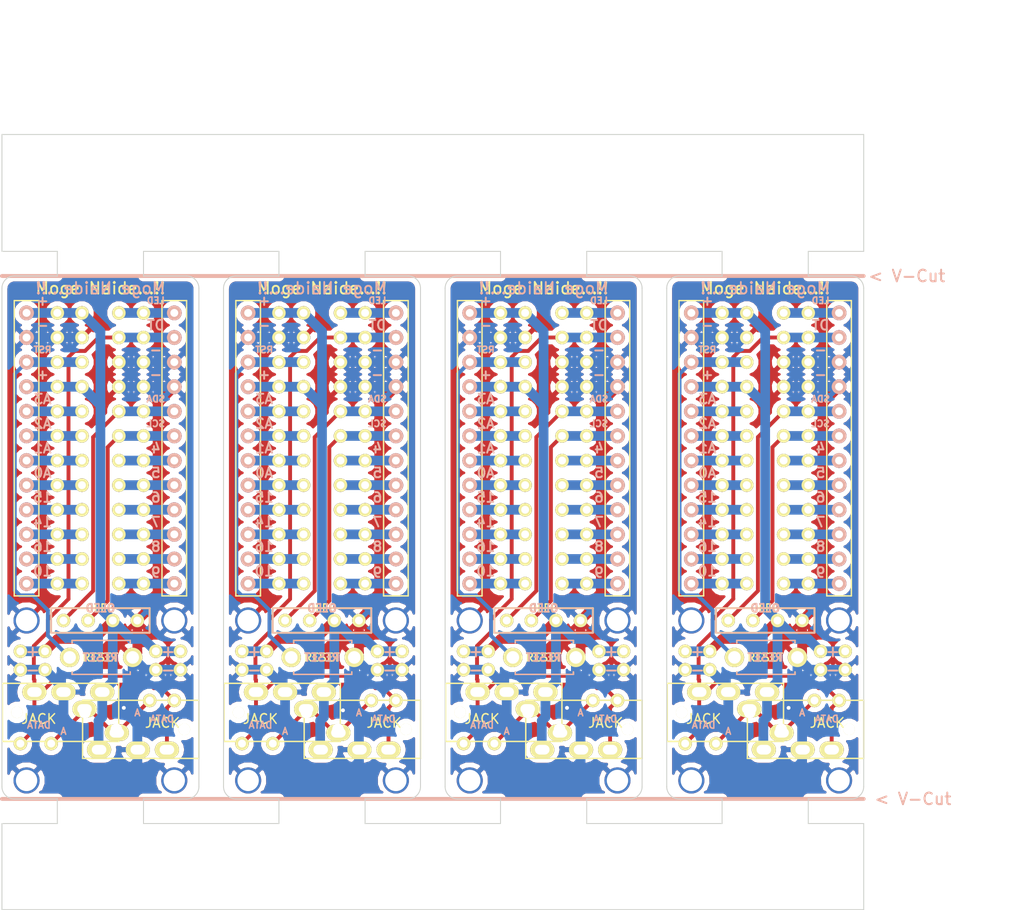
<source format=kicad_pcb>
(kicad_pcb (version 20171130) (host pcbnew 5.0.2-bee76a0~70~ubuntu18.04.1)
  (title_block (title "Cherry Mx Bitboard") (date 2016-06-21) (rev 1))
  (layers (0 F.Cu signal) (31 B.Cu signal) (34 B.Paste user) (35 F.Paste user) (36 B.SilkS user) (37 F.SilkS user) (38 B.Mask user) (39 F.Mask user) (44 Edge.Cuts user))
  (net 0 "")
  (net 1 VCC)
  (net 2 GND)
  (net 3 DATA)
  (net 4 SDA)
  (net 5 SCL)
  (net 6 "Net-(PLED1-Pad1)")
  (net 7 "Net-(PM4-Pad1)")
  (net 8 "Net-(PM5-Pad1)")
  (net 9 "Net-(PM6-Pad1)")
  (net 10 "Net-(PM7-Pad1)")
  (net 11 "Net-(PM8-Pad1)")
  (net 12 "Net-(PM9-Pad1)")
  (net 13 "Net-(PM10-Pad1)")
  (net 14 "Net-(PM14-Pad1)")
  (net 15 "Net-(PM15-Pad1)")
  (net 16 "Net-(PM16-Pad1)")
  (net 17 "Net-(PM18-Pad1)")
  (net 18 "Net-(PM19-Pad1)")
  (net 19 "Net-(PM20-Pad1)")
  (net 20 "Net-(PM21-Pad1)")
  (net 21 RESET)
  (module MYLIB:HOLE_M2 (layer F.Cu) (at 158.115 80.645)
    (fp_text reference HOLE_M2 hide)
    (fp_text value VAL** hide)
    (pad "" thru_hole circle (at 0 0) (size 2.7 2.7) (drill 2.2) (layers *.Cu *.Mask) (net 2 GND) (clearance 0.4))
  )
  (module MYLIB:HOLE_M2 (layer F.Cu) (at 173.355 80.645)
    (fp_text reference HOLE_M2 hide)
    (fp_text value VAL** hide)
    (pad "" thru_hole circle (at 0 0) (size 2.7 2.7) (drill 2.2) (layers *.Cu *.Mask) (net 2 GND) (clearance 0.4))
  )
  (module MYLIB:HOLE_M2 (layer F.Cu) (at 173.355 97.155)
    (fp_text reference HOLE_M2 hide)
    (fp_text value VAL** hide)
    (pad "" thru_hole circle (at 0 0) (size 2.7 2.7) (drill 2.2) (layers *.Cu *.Mask) (net 2 GND) (clearance 0.4))
  )
  (module MYLIB:HOLE_M2 (layer F.Cu) (at 158.115 97.155)
    (fp_text reference HOLE_M2 hide)
    (fp_text value VAL** hide)
    (pad "" thru_hole circle (at 0 0) (size 2.7 2.7) (drill 2.2) (layers *.Cu *.Mask) (net 2 GND) (clearance 0.4))
  )
  (module MYLIB:HOLE_M2 (layer F.Cu) (at 135.255 97.155)
    (fp_text reference HOLE_M2 hide)
    (fp_text value VAL** hide)
    (pad "" thru_hole circle (at 0 0) (size 2.7 2.7) (drill 2.2) (layers *.Cu *.Mask) (net 2 GND) (clearance 0.4))
  )
  (module MYLIB:HOLE_M2 (layer F.Cu) (at 135.255 80.645)
    (fp_text reference HOLE_M2 hide)
    (fp_text value VAL** hide)
    (pad "" thru_hole circle (at 0 0) (size 2.7 2.7) (drill 2.2) (layers *.Cu *.Mask) (net 2 GND) (clearance 0.4))
  )
  (module MYLIB:HOLE_M2 (layer F.Cu) (at 150.495 80.645)
    (fp_text reference HOLE_M2 hide)
    (fp_text value VAL** hide)
    (pad "" thru_hole circle (at 0 0) (size 2.7 2.7) (drill 2.2) (layers *.Cu *.Mask) (net 2 GND) (clearance 0.4))
  )
  (module MYLIB:HOLE_M2 (layer F.Cu) (at 150.495 97.155)
    (fp_text reference HOLE_M2 hide)
    (fp_text value VAL** hide)
    (pad "" thru_hole circle (at 0 0) (size 2.7 2.7) (drill 2.2) (layers *.Cu *.Mask) (net 2 GND) (clearance 0.4))
  )
  (module MYLIB:HOLE_M2 (layer F.Cu) (at 127.635 80.645)
    (fp_text reference HOLE_M2 hide)
    (fp_text value VAL** hide)
    (pad "" thru_hole circle (at 0 0) (size 2.7 2.7) (drill 2.2) (layers *.Cu *.Mask) (net 2 GND) (clearance 0.4))
  )
  (module MYLIB:HOLE_M2 (layer F.Cu) (at 112.395 80.645)
    (fp_text reference HOLE_M2 hide)
    (fp_text value VAL** hide)
    (pad "" thru_hole circle (at 0 0) (size 2.7 2.7) (drill 2.2) (layers *.Cu *.Mask) (net 2 GND) (clearance 0.4))
  )
  (module MYLIB:HOLE_M2 (layer F.Cu) (at 127.635 97.155)
    (fp_text reference HOLE_M2 hide)
    (fp_text value VAL** hide)
    (pad "" thru_hole circle (at 0 0) (size 2.7 2.7) (drill 2.2) (layers *.Cu *.Mask) (net 2 GND) (clearance 0.4))
  )
  (module MYLIB:HOLE_M2 (layer F.Cu) (at 112.395 97.155)
    (fp_text reference HOLE_M2 hide)
    (fp_text value VAL** hide)
    (pad "" thru_hole circle (at 0 0) (size 2.7 2.7) (drill 2.2) (layers *.Cu *.Mask) (net 2 GND) (clearance 0.4))
  )
  (module MYLIB:HOLE_M2 (layer F.Cu) (at 104.775 80.645)
    (fp_text reference HOLE_M2 hide)
    (fp_text value VAL** hide)
    (pad "" thru_hole circle (at 0 0) (size 2.7 2.7) (drill 2.2) (layers *.Cu *.Mask) (net 2 GND) (clearance 0.4))
  )
  (module MYLIB:HOLE_M2 (layer F.Cu) (at 104.775 97.155)
    (fp_text reference HOLE_M2 hide)
    (fp_text value VAL** hide)
    (pad "" thru_hole circle (at 0 0) (size 2.7 2.7) (drill 2.2) (layers *.Cu *.Mask) (net 2 GND) (clearance 0.4))
  )
  (module MYLIB:HOLE_M2 (layer F.Cu) (at 89.535 97.155)
    (fp_text reference HOLE_M2 hide)
    (fp_text value VAL** hide)
    (pad "" thru_hole circle (at 0 0) (size 2.7 2.7) (drill 2.2) (layers *.Cu *.Mask) (net 2 GND) (clearance 0.4))
  )
  (module MYLIB:1PIN_0.1 (layer F.Cu) (at 161.29 51.435)
    (fp_text reference P2 hide)
    (fp_text value CONN_01X01 hide)
    (pad GND thru_hole circle (at 0 0) (size 1.397 1.397) (drill 0.8128) (layers *.Cu *.Mask F.SilkS) (net 2 GND))
  )
  (module MYLIB:1PIN_0.1 (layer F.Cu) (at 138.43 51.435)
    (fp_text reference P2 hide)
    (fp_text value CONN_01X01 hide)
    (pad GND thru_hole circle (at 0 0) (size 1.397 1.397) (drill 0.8128) (layers *.Cu *.Mask F.SilkS) (net 2 GND))
  )
  (module MYLIB:1PIN_0.1 (layer F.Cu) (at 115.57 51.435)
    (fp_text reference P2 hide)
    (fp_text value CONN_01X01 hide)
    (pad GND thru_hole circle (at 0 0) (size 1.397 1.397) (drill 0.8128) (layers *.Cu *.Mask F.SilkS) (net 2 GND))
  )
  (module MYLIB:1PIN_0.1 (layer F.Cu) (at 163.83 59.055)
    (fp_text reference P2 hide)
    (fp_text value CONN_01X01 hide)
    (pad 20 thru_hole circle (at 0 0) (size 1.397 1.397) (drill 0.8128) (layers *.Cu *.Mask F.SilkS) (net 20 "Net-(PM21-Pad1)"))
  )
  (module MYLIB:1PIN_0.1 (layer F.Cu) (at 140.97 59.055)
    (fp_text reference P2 hide)
    (fp_text value CONN_01X01 hide)
    (pad 20 thru_hole circle (at 0 0) (size 1.397 1.397) (drill 0.8128) (layers *.Cu *.Mask F.SilkS) (net 20 "Net-(PM21-Pad1)"))
  )
  (module MYLIB:1PIN_0.1 (layer F.Cu) (at 118.11 59.055)
    (fp_text reference P2 hide)
    (fp_text value CONN_01X01 hide)
    (pad 20 thru_hole circle (at 0 0) (size 1.397 1.397) (drill 0.8128) (layers *.Cu *.Mask F.SilkS) (net 20 "Net-(PM21-Pad1)"))
  )
  (module MYLIB:1PIN_0.1 (layer F.Cu) (at 163.83 48.895)
    (fp_text reference P2 hide)
    (fp_text value CONN_01X01 hide)
    (pad VCC thru_hole circle (at 0 0) (size 1.397 1.397) (drill 0.8128) (layers *.Cu *.Mask F.SilkS) (net 1 VCC))
  )
  (module MYLIB:1PIN_0.1 (layer F.Cu) (at 140.97 48.895)
    (fp_text reference P2 hide)
    (fp_text value CONN_01X01 hide)
    (pad VCC thru_hole circle (at 0 0) (size 1.397 1.397) (drill 0.8128) (layers *.Cu *.Mask F.SilkS) (net 1 VCC))
  )
  (module MYLIB:1PIN_0.1 (layer F.Cu) (at 118.11 48.895)
    (fp_text reference P2 hide)
    (fp_text value CONN_01X01 hide)
    (pad VCC thru_hole circle (at 0 0) (size 1.397 1.397) (drill 0.8128) (layers *.Cu *.Mask F.SilkS) (net 1 VCC))
  )
  (module MYLIB:1PIN_0.1 (layer F.Cu) (at 163.83 53.975)
    (fp_text reference P2 hide)
    (fp_text value CONN_01X01 hide)
    (pad RESE thru_hole circle (at 0 0) (size 1.397 1.397) (drill 0.8128) (layers *.Cu *.Mask F.SilkS) (net 21 RESET))
  )
  (module MYLIB:1PIN_0.1 (layer F.Cu) (at 140.97 53.975)
    (fp_text reference P2 hide)
    (fp_text value CONN_01X01 hide)
    (pad RESE thru_hole circle (at 0 0) (size 1.397 1.397) (drill 0.8128) (layers *.Cu *.Mask F.SilkS) (net 21 RESET))
  )
  (module MYLIB:1PIN_0.1 (layer F.Cu) (at 118.11 53.975)
    (fp_text reference P2 hide)
    (fp_text value CONN_01X01 hide)
    (pad RESE thru_hole circle (at 0 0) (size 1.397 1.397) (drill 0.8128) (layers *.Cu *.Mask F.SilkS) (net 21 RESET))
  )
  (module MYLIB:1PIN_0.1 (layer F.Cu) (at 163.83 56.515)
    (fp_text reference P2 hide)
    (fp_text value CONN_01X01 hide)
    (pad VCC thru_hole circle (at 0 0) (size 1.397 1.397) (drill 0.8128) (layers *.Cu *.Mask F.SilkS) (net 1 VCC))
  )
  (module MYLIB:1PIN_0.1 (layer F.Cu) (at 140.97 56.515)
    (fp_text reference P2 hide)
    (fp_text value CONN_01X01 hide)
    (pad VCC thru_hole circle (at 0 0) (size 1.397 1.397) (drill 0.8128) (layers *.Cu *.Mask F.SilkS) (net 1 VCC))
  )
  (module MYLIB:1PIN_0.1 (layer F.Cu) (at 118.11 56.515)
    (fp_text reference P2 hide)
    (fp_text value CONN_01X01 hide)
    (pad VCC thru_hole circle (at 0 0) (size 1.397 1.397) (drill 0.8128) (layers *.Cu *.Mask F.SilkS) (net 1 VCC))
  )
  (module MYLIB:1PIN_0.1 (layer F.Cu) (at 163.83 51.435)
    (fp_text reference P2 hide)
    (fp_text value CONN_01X01 hide)
    (pad GND thru_hole circle (at 0 0) (size 1.397 1.397) (drill 0.8128) (layers *.Cu *.Mask F.SilkS) (net 2 GND))
  )
  (module MYLIB:1PIN_0.1 (layer F.Cu) (at 140.97 51.435)
    (fp_text reference P2 hide)
    (fp_text value CONN_01X01 hide)
    (pad GND thru_hole circle (at 0 0) (size 1.397 1.397) (drill 0.8128) (layers *.Cu *.Mask F.SilkS) (net 2 GND))
  )
  (module MYLIB:1PIN_0.1 (layer F.Cu) (at 118.11 51.435)
    (fp_text reference P2 hide)
    (fp_text value CONN_01X01 hide)
    (pad GND thru_hole circle (at 0 0) (size 1.397 1.397) (drill 0.8128) (layers *.Cu *.Mask F.SilkS) (net 2 GND))
  )
  (module MYLIB:1PIN_0.1 (layer F.Cu) (at 170.18 61.595)
    (fp_text reference P2 hide)
    (fp_text value CONN_01X01 hide)
    (pad SCL thru_hole circle (at 0 0) (size 1.397 1.397) (drill 0.8128) (layers *.Cu *.Mask F.SilkS) (net 5 SCL))
  )
  (module MYLIB:1PIN_0.1 (layer F.Cu) (at 147.32 61.595)
    (fp_text reference P2 hide)
    (fp_text value CONN_01X01 hide)
    (pad SCL thru_hole circle (at 0 0) (size 1.397 1.397) (drill 0.8128) (layers *.Cu *.Mask F.SilkS) (net 5 SCL))
  )
  (module MYLIB:1PIN_0.1 (layer F.Cu) (at 124.46 61.595)
    (fp_text reference P2 hide)
    (fp_text value CONN_01X01 hide)
    (pad SCL thru_hole circle (at 0 0) (size 1.397 1.397) (drill 0.8128) (layers *.Cu *.Mask F.SilkS) (net 5 SCL))
  )
  (module MYLIB:1PIN_0.1 (layer F.Cu) (at 170.18 48.895)
    (fp_text reference P2 hide)
    (fp_text value CONN_01X01 hide)
    (pad PLED thru_hole circle (at 0 0) (size 1.397 1.397) (drill 0.8128) (layers *.Cu *.Mask F.SilkS) (net 6 "Net-(PLED1-Pad1)"))
  )
  (module MYLIB:1PIN_0.1 (layer F.Cu) (at 147.32 48.895)
    (fp_text reference P2 hide)
    (fp_text value CONN_01X01 hide)
    (pad PLED thru_hole circle (at 0 0) (size 1.397 1.397) (drill 0.8128) (layers *.Cu *.Mask F.SilkS) (net 6 "Net-(PLED1-Pad1)"))
  )
  (module MYLIB:1PIN_0.1 (layer F.Cu) (at 124.46 48.895)
    (fp_text reference P2 hide)
    (fp_text value CONN_01X01 hide)
    (pad PLED thru_hole circle (at 0 0) (size 1.397 1.397) (drill 0.8128) (layers *.Cu *.Mask F.SilkS) (net 6 "Net-(PLED1-Pad1)"))
  )
  (module MYLIB:1PIN_0.1 (layer F.Cu) (at 170.18 59.055)
    (fp_text reference P2 hide)
    (fp_text value CONN_01X01 hide)
    (pad SDA thru_hole circle (at 0 0) (size 1.397 1.397) (drill 0.8128) (layers *.Cu *.Mask F.SilkS) (net 4 SDA))
  )
  (module MYLIB:1PIN_0.1 (layer F.Cu) (at 147.32 59.055)
    (fp_text reference P2 hide)
    (fp_text value CONN_01X01 hide)
    (pad SDA thru_hole circle (at 0 0) (size 1.397 1.397) (drill 0.8128) (layers *.Cu *.Mask F.SilkS) (net 4 SDA))
  )
  (module MYLIB:1PIN_0.1 (layer F.Cu) (at 124.46 59.055)
    (fp_text reference P2 hide)
    (fp_text value CONN_01X01 hide)
    (pad SDA thru_hole circle (at 0 0) (size 1.397 1.397) (drill 0.8128) (layers *.Cu *.Mask F.SilkS) (net 4 SDA))
  )
  (module MYLIB:1PIN_0.1 (layer F.Cu) (at 170.18 53.975)
    (fp_text reference P2 hide)
    (fp_text value CONN_01X01 hide)
    (pad GND thru_hole circle (at 0 0) (size 1.397 1.397) (drill 0.8128) (layers *.Cu *.Mask F.SilkS) (net 2 GND))
  )
  (module MYLIB:1PIN_0.1 (layer F.Cu) (at 147.32 53.975)
    (fp_text reference P2 hide)
    (fp_text value CONN_01X01 hide)
    (pad GND thru_hole circle (at 0 0) (size 1.397 1.397) (drill 0.8128) (layers *.Cu *.Mask F.SilkS) (net 2 GND))
  )
  (module MYLIB:1PIN_0.1 (layer F.Cu) (at 124.46 53.975)
    (fp_text reference P2 hide)
    (fp_text value CONN_01X01 hide)
    (pad GND thru_hole circle (at 0 0) (size 1.397 1.397) (drill 0.8128) (layers *.Cu *.Mask F.SilkS) (net 2 GND))
  )
  (module MYLIB:1PIN_0.1 (layer F.Cu) (at 170.18 51.435)
    (fp_text reference P2 hide)
    (fp_text value CONN_01X01 hide)
    (pad DATA thru_hole circle (at 0 0) (size 1.397 1.397) (drill 0.8128) (layers *.Cu *.Mask F.SilkS) (net 3 DATA))
  )
  (module MYLIB:1PIN_0.1 (layer F.Cu) (at 147.32 51.435)
    (fp_text reference P2 hide)
    (fp_text value CONN_01X01 hide)
    (pad DATA thru_hole circle (at 0 0) (size 1.397 1.397) (drill 0.8128) (layers *.Cu *.Mask F.SilkS) (net 3 DATA))
  )
  (module MYLIB:1PIN_0.1 (layer F.Cu) (at 124.46 51.435)
    (fp_text reference P2 hide)
    (fp_text value CONN_01X01 hide)
    (pad DATA thru_hole circle (at 0 0) (size 1.397 1.397) (drill 0.8128) (layers *.Cu *.Mask F.SilkS) (net 3 DATA))
  )
  (module MYLIB:1PIN_0.1 (layer F.Cu) (at 170.18 56.515)
    (fp_text reference P2 hide)
    (fp_text value CONN_01X01 hide)
    (pad GND thru_hole circle (at 0 0) (size 1.397 1.397) (drill 0.8128) (layers *.Cu *.Mask F.SilkS) (net 2 GND))
  )
  (module MYLIB:1PIN_0.1 (layer F.Cu) (at 147.32 56.515)
    (fp_text reference P2 hide)
    (fp_text value CONN_01X01 hide)
    (pad GND thru_hole circle (at 0 0) (size 1.397 1.397) (drill 0.8128) (layers *.Cu *.Mask F.SilkS) (net 2 GND))
  )
  (module MYLIB:1PIN_0.1 (layer F.Cu) (at 124.46 56.515)
    (fp_text reference P2 hide)
    (fp_text value CONN_01X01 hide)
    (pad GND thru_hole circle (at 0 0) (size 1.397 1.397) (drill 0.8128) (layers *.Cu *.Mask F.SilkS) (net 2 GND))
  )
  (module MYLIB:1PIN_0.1 (layer F.Cu) (at 161.29 59.055)
    (fp_text reference P2 hide)
    (fp_text value CONN_01X01 hide)
    (pad 20 thru_hole circle (at 0 0) (size 1.397 1.397) (drill 0.8128) (layers *.Cu *.Mask F.SilkS) (net 20 "Net-(PM21-Pad1)"))
  )
  (module MYLIB:1PIN_0.1 (layer F.Cu) (at 138.43 59.055)
    (fp_text reference P2 hide)
    (fp_text value CONN_01X01 hide)
    (pad 20 thru_hole circle (at 0 0) (size 1.397 1.397) (drill 0.8128) (layers *.Cu *.Mask F.SilkS) (net 20 "Net-(PM21-Pad1)"))
  )
  (module MYLIB:1PIN_0.1 (layer F.Cu) (at 115.57 59.055)
    (fp_text reference P2 hide)
    (fp_text value CONN_01X01 hide)
    (pad 20 thru_hole circle (at 0 0) (size 1.397 1.397) (drill 0.8128) (layers *.Cu *.Mask F.SilkS) (net 20 "Net-(PM21-Pad1)"))
  )
  (module MYLIB:1PIN_0.1 (layer F.Cu) (at 161.29 56.515)
    (fp_text reference P2 hide)
    (fp_text value CONN_01X01 hide)
    (pad VCC thru_hole circle (at 0 0) (size 1.397 1.397) (drill 0.8128) (layers *.Cu *.Mask F.SilkS) (net 1 VCC))
  )
  (module MYLIB:1PIN_0.1 (layer F.Cu) (at 138.43 56.515)
    (fp_text reference P2 hide)
    (fp_text value CONN_01X01 hide)
    (pad VCC thru_hole circle (at 0 0) (size 1.397 1.397) (drill 0.8128) (layers *.Cu *.Mask F.SilkS) (net 1 VCC))
  )
  (module MYLIB:1PIN_0.1 (layer F.Cu) (at 115.57 56.515)
    (fp_text reference P2 hide)
    (fp_text value CONN_01X01 hide)
    (pad VCC thru_hole circle (at 0 0) (size 1.397 1.397) (drill 0.8128) (layers *.Cu *.Mask F.SilkS) (net 1 VCC))
  )
  (module MYLIB:1PIN_0.1 (layer F.Cu) (at 161.29 53.975)
    (fp_text reference P2 hide)
    (fp_text value CONN_01X01 hide)
    (pad RESE thru_hole circle (at 0 0) (size 1.397 1.397) (drill 0.8128) (layers *.Cu *.Mask F.SilkS) (net 21 RESET))
  )
  (module MYLIB:1PIN_0.1 (layer F.Cu) (at 138.43 53.975)
    (fp_text reference P2 hide)
    (fp_text value CONN_01X01 hide)
    (pad RESE thru_hole circle (at 0 0) (size 1.397 1.397) (drill 0.8128) (layers *.Cu *.Mask F.SilkS) (net 21 RESET))
  )
  (module MYLIB:1PIN_0.1 (layer F.Cu) (at 115.57 53.975)
    (fp_text reference P2 hide)
    (fp_text value CONN_01X01 hide)
    (pad RESE thru_hole circle (at 0 0) (size 1.397 1.397) (drill 0.8128) (layers *.Cu *.Mask F.SilkS) (net 21 RESET))
  )
  (module MYLIB:1PIN_0.1 (layer F.Cu) (at 161.29 48.895)
    (fp_text reference P2 hide)
    (fp_text value CONN_01X01 hide)
    (pad VCC thru_hole circle (at 0 0) (size 1.397 1.397) (drill 0.8128) (layers *.Cu *.Mask F.SilkS) (net 1 VCC))
  )
  (module MYLIB:1PIN_0.1 (layer F.Cu) (at 138.43 48.895)
    (fp_text reference P2 hide)
    (fp_text value CONN_01X01 hide)
    (pad VCC thru_hole circle (at 0 0) (size 1.397 1.397) (drill 0.8128) (layers *.Cu *.Mask F.SilkS) (net 1 VCC))
  )
  (module MYLIB:1PIN_0.1 (layer F.Cu) (at 115.57 48.895)
    (fp_text reference P2 hide)
    (fp_text value CONN_01X01 hide)
    (pad VCC thru_hole circle (at 0 0) (size 1.397 1.397) (drill 0.8128) (layers *.Cu *.Mask F.SilkS) (net 1 VCC))
  )
  (module MYLIB:SW_3.5x6.0_TH (layer F.Cu) (at 165.81 84.455)
    (fp_text reference RESET1 hide)
    (fp_text value RESET (at -0.075 0) (layer F.SilkS) (effects (font (size 0.8128 0.8128))))
    (pad 2 thru_hole circle (at 3.25 0) (size 2 2) (drill 1.3) (layers *.Cu *.Mask F.SilkS) (net 2 GND))
    (pad 1 thru_hole circle (at -3.25 0) (size 2 2) (drill 1.3) (layers *.Cu *.Mask F.SilkS) (net 21 RESET))
  )
  (module MYLIB:SW_3.5x6.0_TH (layer F.Cu) (at 142.95 84.455)
    (fp_text reference RESET1 hide)
    (fp_text value RESET (at -0.075 0) (layer F.SilkS) (effects (font (size 0.8128 0.8128))))
    (pad 2 thru_hole circle (at 3.25 0) (size 2 2) (drill 1.3) (layers *.Cu *.Mask F.SilkS) (net 2 GND))
    (pad 1 thru_hole circle (at -3.25 0) (size 2 2) (drill 1.3) (layers *.Cu *.Mask F.SilkS) (net 21 RESET))
  )
  (module MYLIB:SW_3.5x6.0_TH (layer F.Cu) (at 120.09 84.455)
    (fp_text reference RESET1 hide)
    (fp_text value RESET (at -0.075 0) (layer F.SilkS) (effects (font (size 0.8128 0.8128))))
    (pad 2 thru_hole circle (at 3.25 0) (size 2 2) (drill 1.3) (layers *.Cu *.Mask F.SilkS) (net 2 GND))
    (pad 1 thru_hole circle (at -3.25 0) (size 2 2) (drill 1.3) (layers *.Cu *.Mask F.SilkS) (net 21 RESET))
  )
  (module helix:MJ-4PP-9_rev2 (layer F.Cu) (at 155.625 90.13 90)
    (fp_text reference JACK (at -0.675 3.76 180) (layer F.SilkS))
    (fp_text value MJ-4PP-9 hide)
    (pad "" np_thru_hole circle (at 0 8.509 90) (size 1.2 1.2) (drill 1.2) (layers *.Cu *.Mask F.SilkS))
    (pad "" np_thru_hole circle (at 0 1.4986 90) (size 1.2 1.2) (drill 1.2) (layers *.Cu *.Mask F.SilkS))
    (pad A thru_hole oval (at -2.1 11.8 90) (size 1.7 2.5) (drill oval 1 1.5) (layers *.Cu *.Mask F.SilkS) (clearance 0.15))
    (pad D thru_hole oval (at 2.1 10.3 90) (size 1.7 2.5) (drill oval 1 1.5) (layers *.Cu *.Mask F.SilkS) (net 1 VCC) (clearance 0.15))
    (pad C thru_hole oval (at 2.1 6.3 90) (size 1.7 2.5) (drill oval 1 1.5) (layers *.Cu *.Mask F.SilkS) (net 2 GND))
    (pad B thru_hole oval (at 2.1 3.3 90) (size 1.7 2.5) (drill oval 1 1.5) (layers *.Cu *.Mask F.SilkS) (net 3 DATA))
  )
  (module helix:MJ-4PP-9_rev2 (layer F.Cu) (at 132.765 90.13 90)
    (fp_text reference JACK (at -0.675 3.76 180) (layer F.SilkS))
    (fp_text value MJ-4PP-9 hide)
    (pad "" np_thru_hole circle (at 0 8.509 90) (size 1.2 1.2) (drill 1.2) (layers *.Cu *.Mask F.SilkS))
    (pad "" np_thru_hole circle (at 0 1.4986 90) (size 1.2 1.2) (drill 1.2) (layers *.Cu *.Mask F.SilkS))
    (pad A thru_hole oval (at -2.1 11.8 90) (size 1.7 2.5) (drill oval 1 1.5) (layers *.Cu *.Mask F.SilkS) (clearance 0.15))
    (pad D thru_hole oval (at 2.1 10.3 90) (size 1.7 2.5) (drill oval 1 1.5) (layers *.Cu *.Mask F.SilkS) (net 1 VCC) (clearance 0.15))
    (pad C thru_hole oval (at 2.1 6.3 90) (size 1.7 2.5) (drill oval 1 1.5) (layers *.Cu *.Mask F.SilkS) (net 2 GND))
    (pad B thru_hole oval (at 2.1 3.3 90) (size 1.7 2.5) (drill oval 1 1.5) (layers *.Cu *.Mask F.SilkS) (net 3 DATA))
  )
  (module helix:MJ-4PP-9_rev2 (layer F.Cu) (at 109.905 90.13 90)
    (fp_text reference JACK (at -0.675 3.76 180) (layer F.SilkS))
    (fp_text value MJ-4PP-9 hide)
    (pad "" np_thru_hole circle (at 0 8.509 90) (size 1.2 1.2) (drill 1.2) (layers *.Cu *.Mask F.SilkS))
    (pad "" np_thru_hole circle (at 0 1.4986 90) (size 1.2 1.2) (drill 1.2) (layers *.Cu *.Mask F.SilkS))
    (pad A thru_hole oval (at -2.1 11.8 90) (size 1.7 2.5) (drill oval 1 1.5) (layers *.Cu *.Mask F.SilkS) (clearance 0.15))
    (pad D thru_hole oval (at 2.1 10.3 90) (size 1.7 2.5) (drill oval 1 1.5) (layers *.Cu *.Mask F.SilkS) (net 1 VCC) (clearance 0.15))
    (pad C thru_hole oval (at 2.1 6.3 90) (size 1.7 2.5) (drill oval 1 1.5) (layers *.Cu *.Mask F.SilkS) (net 2 GND))
    (pad B thru_hole oval (at 2.1 3.3 90) (size 1.7 2.5) (drill oval 1 1.5) (layers *.Cu *.Mask F.SilkS) (net 3 DATA))
  )
  (module helix:MJ-4PP-9_rev2 (layer F.Cu) (at 175.895 91.88 270)
    (fp_text reference JACK (at -0.675 3.76) (layer F.SilkS))
    (fp_text value MJ-4PP-9 hide)
    (pad B thru_hole oval (at 2.1 3.3 270) (size 1.7 2.5) (drill oval 1 1.5) (layers *.Cu *.Mask F.SilkS) (net 3 DATA))
    (pad C thru_hole oval (at 2.1 6.3 270) (size 1.7 2.5) (drill oval 1 1.5) (layers *.Cu *.Mask F.SilkS) (net 2 GND))
    (pad D thru_hole oval (at 2.1 10.3 270) (size 1.7 2.5) (drill oval 1 1.5) (layers *.Cu *.Mask F.SilkS) (net 1 VCC) (clearance 0.15))
    (pad A thru_hole oval (at -2.1 11.8 270) (size 1.7 2.5) (drill oval 1 1.5) (layers *.Cu *.Mask F.SilkS) (clearance 0.15))
    (pad "" np_thru_hole circle (at 0 1.4986 270) (size 1.2 1.2) (drill 1.2) (layers *.Cu *.Mask F.SilkS))
    (pad "" np_thru_hole circle (at 0 8.509 270) (size 1.2 1.2) (drill 1.2) (layers *.Cu *.Mask F.SilkS))
  )
  (module helix:MJ-4PP-9_rev2 (layer F.Cu) (at 153.035 91.88 270)
    (fp_text reference JACK (at -0.675 3.76) (layer F.SilkS))
    (fp_text value MJ-4PP-9 hide)
    (pad B thru_hole oval (at 2.1 3.3 270) (size 1.7 2.5) (drill oval 1 1.5) (layers *.Cu *.Mask F.SilkS) (net 3 DATA))
    (pad C thru_hole oval (at 2.1 6.3 270) (size 1.7 2.5) (drill oval 1 1.5) (layers *.Cu *.Mask F.SilkS) (net 2 GND))
    (pad D thru_hole oval (at 2.1 10.3 270) (size 1.7 2.5) (drill oval 1 1.5) (layers *.Cu *.Mask F.SilkS) (net 1 VCC) (clearance 0.15))
    (pad A thru_hole oval (at -2.1 11.8 270) (size 1.7 2.5) (drill oval 1 1.5) (layers *.Cu *.Mask F.SilkS) (clearance 0.15))
    (pad "" np_thru_hole circle (at 0 1.4986 270) (size 1.2 1.2) (drill 1.2) (layers *.Cu *.Mask F.SilkS))
    (pad "" np_thru_hole circle (at 0 8.509 270) (size 1.2 1.2) (drill 1.2) (layers *.Cu *.Mask F.SilkS))
  )
  (module helix:MJ-4PP-9_rev2 (layer F.Cu) (at 130.175 91.88 270)
    (fp_text reference JACK (at -0.675 3.76) (layer F.SilkS))
    (fp_text value MJ-4PP-9 hide)
    (pad B thru_hole oval (at 2.1 3.3 270) (size 1.7 2.5) (drill oval 1 1.5) (layers *.Cu *.Mask F.SilkS) (net 3 DATA))
    (pad C thru_hole oval (at 2.1 6.3 270) (size 1.7 2.5) (drill oval 1 1.5) (layers *.Cu *.Mask F.SilkS) (net 2 GND))
    (pad D thru_hole oval (at 2.1 10.3 270) (size 1.7 2.5) (drill oval 1 1.5) (layers *.Cu *.Mask F.SilkS) (net 1 VCC) (clearance 0.15))
    (pad A thru_hole oval (at -2.1 11.8 270) (size 1.7 2.5) (drill oval 1 1.5) (layers *.Cu *.Mask F.SilkS) (clearance 0.15))
    (pad "" np_thru_hole circle (at 0 1.4986 270) (size 1.2 1.2) (drill 1.2) (layers *.Cu *.Mask F.SilkS))
    (pad "" np_thru_hole circle (at 0 8.509 270) (size 1.2 1.2) (drill 1.2) (layers *.Cu *.Mask F.SilkS))
  )
  (module MYLIB:1PIN_0.1 (layer F.Cu) (at 167.64 76.835)
    (fp_text reference P2 hide)
    (fp_text value CONN_01X01 hide)
    (pad 12 thru_hole circle (at 0 0) (size 1.397 1.397) (drill 0.8128) (layers *.Cu *.Mask F.SilkS) (net 12 "Net-(PM9-Pad1)"))
  )
  (module MYLIB:1PIN_0.1 (layer F.Cu) (at 144.78 76.835)
    (fp_text reference P2 hide)
    (fp_text value CONN_01X01 hide)
    (pad 12 thru_hole circle (at 0 0) (size 1.397 1.397) (drill 0.8128) (layers *.Cu *.Mask F.SilkS) (net 12 "Net-(PM9-Pad1)"))
  )
  (module MYLIB:1PIN_0.1 (layer F.Cu) (at 121.92 76.835)
    (fp_text reference P2 hide)
    (fp_text value CONN_01X01 hide)
    (pad 12 thru_hole circle (at 0 0) (size 1.397 1.397) (drill 0.8128) (layers *.Cu *.Mask F.SilkS) (net 12 "Net-(PM9-Pad1)"))
  )
  (module MYLIB:1PIN_0.1 (layer F.Cu) (at 167.64 74.295)
    (fp_text reference P2 hide)
    (fp_text value CONN_01X01 hide)
    (pad 11 thru_hole circle (at 0 0) (size 1.397 1.397) (drill 0.8128) (layers *.Cu *.Mask F.SilkS) (net 11 "Net-(PM8-Pad1)"))
  )
  (module MYLIB:1PIN_0.1 (layer F.Cu) (at 144.78 74.295)
    (fp_text reference P2 hide)
    (fp_text value CONN_01X01 hide)
    (pad 11 thru_hole circle (at 0 0) (size 1.397 1.397) (drill 0.8128) (layers *.Cu *.Mask F.SilkS) (net 11 "Net-(PM8-Pad1)"))
  )
  (module MYLIB:1PIN_0.1 (layer F.Cu) (at 121.92 74.295)
    (fp_text reference P2 hide)
    (fp_text value CONN_01X01 hide)
    (pad 11 thru_hole circle (at 0 0) (size 1.397 1.397) (drill 0.8128) (layers *.Cu *.Mask F.SilkS) (net 11 "Net-(PM8-Pad1)"))
  )
  (module MYLIB:1PIN_0.1 (layer F.Cu) (at 167.64 71.755)
    (fp_text reference P2 hide)
    (fp_text value CONN_01X01 hide)
    (pad 10 thru_hole circle (at 0 0) (size 1.397 1.397) (drill 0.8128) (layers *.Cu *.Mask F.SilkS) (net 10 "Net-(PM7-Pad1)"))
  )
  (module MYLIB:1PIN_0.1 (layer F.Cu) (at 144.78 71.755)
    (fp_text reference P2 hide)
    (fp_text value CONN_01X01 hide)
    (pad 10 thru_hole circle (at 0 0) (size 1.397 1.397) (drill 0.8128) (layers *.Cu *.Mask F.SilkS) (net 10 "Net-(PM7-Pad1)"))
  )
  (module MYLIB:1PIN_0.1 (layer F.Cu) (at 121.92 71.755)
    (fp_text reference P2 hide)
    (fp_text value CONN_01X01 hide)
    (pad 10 thru_hole circle (at 0 0) (size 1.397 1.397) (drill 0.8128) (layers *.Cu *.Mask F.SilkS) (net 10 "Net-(PM7-Pad1)"))
  )
  (module MYLIB:1PIN_0.1 (layer F.Cu) (at 167.64 64.135)
    (fp_text reference P2 hide)
    (fp_text value CONN_01X01 hide)
    (pad 7 thru_hole circle (at 0 0) (size 1.397 1.397) (drill 0.8128) (layers *.Cu *.Mask F.SilkS) (net 7 "Net-(PM4-Pad1)"))
  )
  (module MYLIB:1PIN_0.1 (layer F.Cu) (at 144.78 64.135)
    (fp_text reference P2 hide)
    (fp_text value CONN_01X01 hide)
    (pad 7 thru_hole circle (at 0 0) (size 1.397 1.397) (drill 0.8128) (layers *.Cu *.Mask F.SilkS) (net 7 "Net-(PM4-Pad1)"))
  )
  (module MYLIB:1PIN_0.1 (layer F.Cu) (at 121.92 64.135)
    (fp_text reference P2 hide)
    (fp_text value CONN_01X01 hide)
    (pad 7 thru_hole circle (at 0 0) (size 1.397 1.397) (drill 0.8128) (layers *.Cu *.Mask F.SilkS) (net 7 "Net-(PM4-Pad1)"))
  )
  (module MYLIB:1PIN_0.1 (layer F.Cu) (at 167.64 69.215)
    (fp_text reference P2 hide)
    (fp_text value CONN_01X01 hide)
    (pad 9 thru_hole circle (at 0 0) (size 1.397 1.397) (drill 0.8128) (layers *.Cu *.Mask F.SilkS) (net 9 "Net-(PM6-Pad1)"))
  )
  (module MYLIB:1PIN_0.1 (layer F.Cu) (at 144.78 69.215)
    (fp_text reference P2 hide)
    (fp_text value CONN_01X01 hide)
    (pad 9 thru_hole circle (at 0 0) (size 1.397 1.397) (drill 0.8128) (layers *.Cu *.Mask F.SilkS) (net 9 "Net-(PM6-Pad1)"))
  )
  (module MYLIB:1PIN_0.1 (layer F.Cu) (at 121.92 69.215)
    (fp_text reference P2 hide)
    (fp_text value CONN_01X01 hide)
    (pad 9 thru_hole circle (at 0 0) (size 1.397 1.397) (drill 0.8128) (layers *.Cu *.Mask F.SilkS) (net 9 "Net-(PM6-Pad1)"))
  )
  (module MYLIB:1PIN_0.1 (layer F.Cu) (at 167.64 66.675)
    (fp_text reference P2 hide)
    (fp_text value CONN_01X01 hide)
    (pad 8 thru_hole circle (at 0 0) (size 1.397 1.397) (drill 0.8128) (layers *.Cu *.Mask F.SilkS) (net 8 "Net-(PM5-Pad1)"))
  )
  (module MYLIB:1PIN_0.1 (layer F.Cu) (at 144.78 66.675)
    (fp_text reference P2 hide)
    (fp_text value CONN_01X01 hide)
    (pad 8 thru_hole circle (at 0 0) (size 1.397 1.397) (drill 0.8128) (layers *.Cu *.Mask F.SilkS) (net 8 "Net-(PM5-Pad1)"))
  )
  (module MYLIB:1PIN_0.1 (layer F.Cu) (at 121.92 66.675)
    (fp_text reference P2 hide)
    (fp_text value CONN_01X01 hide)
    (pad 8 thru_hole circle (at 0 0) (size 1.397 1.397) (drill 0.8128) (layers *.Cu *.Mask F.SilkS) (net 8 "Net-(PM5-Pad1)"))
  )
  (module MYLIB:1PIN_0.1 (layer F.Cu) (at 163.83 64.135)
    (fp_text reference P2 hide)
    (fp_text value CONN_01X01 hide)
    (pad 18 thru_hole circle (at 0 0) (size 1.397 1.397) (drill 0.8128) (layers *.Cu *.Mask F.SilkS) (net 18 "Net-(PM19-Pad1)"))
  )
  (module MYLIB:1PIN_0.1 (layer F.Cu) (at 140.97 64.135)
    (fp_text reference P2 hide)
    (fp_text value CONN_01X01 hide)
    (pad 18 thru_hole circle (at 0 0) (size 1.397 1.397) (drill 0.8128) (layers *.Cu *.Mask F.SilkS) (net 18 "Net-(PM19-Pad1)"))
  )
  (module MYLIB:1PIN_0.1 (layer F.Cu) (at 118.11 64.135)
    (fp_text reference P2 hide)
    (fp_text value CONN_01X01 hide)
    (pad 18 thru_hole circle (at 0 0) (size 1.397 1.397) (drill 0.8128) (layers *.Cu *.Mask F.SilkS) (net 18 "Net-(PM19-Pad1)"))
  )
  (module MYLIB:1PIN_0.1 (layer F.Cu) (at 163.83 66.675)
    (fp_text reference P2 hide)
    (fp_text value CONN_01X01 hide)
    (pad 17 thru_hole circle (at 0 0) (size 1.397 1.397) (drill 0.8128) (layers *.Cu *.Mask F.SilkS) (net 17 "Net-(PM18-Pad1)"))
  )
  (module MYLIB:1PIN_0.1 (layer F.Cu) (at 140.97 66.675)
    (fp_text reference P2 hide)
    (fp_text value CONN_01X01 hide)
    (pad 17 thru_hole circle (at 0 0) (size 1.397 1.397) (drill 0.8128) (layers *.Cu *.Mask F.SilkS) (net 17 "Net-(PM18-Pad1)"))
  )
  (module MYLIB:1PIN_0.1 (layer F.Cu) (at 118.11 66.675)
    (fp_text reference P2 hide)
    (fp_text value CONN_01X01 hide)
    (pad 17 thru_hole circle (at 0 0) (size 1.397 1.397) (drill 0.8128) (layers *.Cu *.Mask F.SilkS) (net 17 "Net-(PM18-Pad1)"))
  )
  (module MYLIB:1PIN_0.1 (layer F.Cu) (at 163.83 69.215)
    (fp_text reference P2 hide)
    (fp_text value CONN_01X01 hide)
    (pad 16 thru_hole circle (at 0 0) (size 1.397 1.397) (drill 0.8128) (layers *.Cu *.Mask F.SilkS) (net 15 "Net-(PM15-Pad1)"))
  )
  (module MYLIB:1PIN_0.1 (layer F.Cu) (at 140.97 69.215)
    (fp_text reference P2 hide)
    (fp_text value CONN_01X01 hide)
    (pad 16 thru_hole circle (at 0 0) (size 1.397 1.397) (drill 0.8128) (layers *.Cu *.Mask F.SilkS) (net 15 "Net-(PM15-Pad1)"))
  )
  (module MYLIB:1PIN_0.1 (layer F.Cu) (at 118.11 69.215)
    (fp_text reference P2 hide)
    (fp_text value CONN_01X01 hide)
    (pad 16 thru_hole circle (at 0 0) (size 1.397 1.397) (drill 0.8128) (layers *.Cu *.Mask F.SilkS) (net 15 "Net-(PM15-Pad1)"))
  )
  (module MYLIB:1PIN_0.1 (layer F.Cu) (at 163.83 76.835)
    (fp_text reference P2 hide)
    (fp_text value CONN_01X01 hide)
    (pad 13 thru_hole circle (at 0 0) (size 1.397 1.397) (drill 0.8128) (layers *.Cu *.Mask F.SilkS) (net 13 "Net-(PM10-Pad1)"))
  )
  (module MYLIB:1PIN_0.1 (layer F.Cu) (at 140.97 76.835)
    (fp_text reference P2 hide)
    (fp_text value CONN_01X01 hide)
    (pad 13 thru_hole circle (at 0 0) (size 1.397 1.397) (drill 0.8128) (layers *.Cu *.Mask F.SilkS) (net 13 "Net-(PM10-Pad1)"))
  )
  (module MYLIB:1PIN_0.1 (layer F.Cu) (at 118.11 76.835)
    (fp_text reference P2 hide)
    (fp_text value CONN_01X01 hide)
    (pad 13 thru_hole circle (at 0 0) (size 1.397 1.397) (drill 0.8128) (layers *.Cu *.Mask F.SilkS) (net 13 "Net-(PM10-Pad1)"))
  )
  (module MYLIB:1PIN_0.1 (layer F.Cu) (at 163.83 71.755)
    (fp_text reference P2 hide)
    (fp_text value CONN_01X01 hide)
    (pad 15 thru_hole circle (at 0 0) (size 1.397 1.397) (drill 0.8128) (layers *.Cu *.Mask F.SilkS) (net 14 "Net-(PM14-Pad1)"))
  )
  (module MYLIB:1PIN_0.1 (layer F.Cu) (at 140.97 71.755)
    (fp_text reference P2 hide)
    (fp_text value CONN_01X01 hide)
    (pad 15 thru_hole circle (at 0 0) (size 1.397 1.397) (drill 0.8128) (layers *.Cu *.Mask F.SilkS) (net 14 "Net-(PM14-Pad1)"))
  )
  (module MYLIB:1PIN_0.1 (layer F.Cu) (at 118.11 71.755)
    (fp_text reference P2 hide)
    (fp_text value CONN_01X01 hide)
    (pad 15 thru_hole circle (at 0 0) (size 1.397 1.397) (drill 0.8128) (layers *.Cu *.Mask F.SilkS) (net 14 "Net-(PM14-Pad1)"))
  )
  (module MYLIB:1PIN_0.1 (layer F.Cu) (at 163.83 74.295)
    (fp_text reference P2 hide)
    (fp_text value CONN_01X01 hide)
    (pad 14 thru_hole circle (at 0 0) (size 1.397 1.397) (drill 0.8128) (layers *.Cu *.Mask F.SilkS) (net 16 "Net-(PM16-Pad1)"))
  )
  (module MYLIB:1PIN_0.1 (layer F.Cu) (at 140.97 74.295)
    (fp_text reference P2 hide)
    (fp_text value CONN_01X01 hide)
    (pad 14 thru_hole circle (at 0 0) (size 1.397 1.397) (drill 0.8128) (layers *.Cu *.Mask F.SilkS) (net 16 "Net-(PM16-Pad1)"))
  )
  (module MYLIB:1PIN_0.1 (layer F.Cu) (at 118.11 74.295)
    (fp_text reference P2 hide)
    (fp_text value CONN_01X01 hide)
    (pad 14 thru_hole circle (at 0 0) (size 1.397 1.397) (drill 0.8128) (layers *.Cu *.Mask F.SilkS) (net 16 "Net-(PM16-Pad1)"))
  )
  (module MYLIB:1PIN_0.1 (layer F.Cu) (at 163.83 61.595)
    (fp_text reference P2 hide)
    (fp_text value CONN_01X01 hide)
    (pad 19 thru_hole circle (at 0 0) (size 1.397 1.397) (drill 0.8128) (layers *.Cu *.Mask F.SilkS) (net 19 "Net-(PM20-Pad1)"))
  )
  (module MYLIB:1PIN_0.1 (layer F.Cu) (at 140.97 61.595)
    (fp_text reference P2 hide)
    (fp_text value CONN_01X01 hide)
    (pad 19 thru_hole circle (at 0 0) (size 1.397 1.397) (drill 0.8128) (layers *.Cu *.Mask F.SilkS) (net 19 "Net-(PM20-Pad1)"))
  )
  (module MYLIB:1PIN_0.1 (layer F.Cu) (at 118.11 61.595)
    (fp_text reference P2 hide)
    (fp_text value CONN_01X01 hide)
    (pad 19 thru_hole circle (at 0 0) (size 1.397 1.397) (drill 0.8128) (layers *.Cu *.Mask F.SilkS) (net 19 "Net-(PM20-Pad1)"))
  )
  (module MYLIB:1PIN_0.1 (layer F.Cu) (at 173.99 85.725)
    (fp_text reference P2 hide)
    (fp_text value CONN_01X01 hide)
    (pad 1 thru_hole circle (at 0 0) (size 1.397 1.397) (drill 0.8128) (layers *.Cu *.Mask F.SilkS) (net 2 GND))
  )
  (module MYLIB:1PIN_0.1 (layer F.Cu) (at 151.13 85.725)
    (fp_text reference P2 hide)
    (fp_text value CONN_01X01 hide)
    (pad 1 thru_hole circle (at 0 0) (size 1.397 1.397) (drill 0.8128) (layers *.Cu *.Mask F.SilkS) (net 2 GND))
  )
  (module MYLIB:1PIN_0.1 (layer F.Cu) (at 128.27 85.725)
    (fp_text reference P2 hide)
    (fp_text value CONN_01X01 hide)
    (pad 1 thru_hole circle (at 0 0) (size 1.397 1.397) (drill 0.8128) (layers *.Cu *.Mask F.SilkS) (net 2 GND))
  )
  (module MYLIB:1PIN_0.1 (layer F.Cu) (at 171.45 85.725)
    (fp_text reference P2 hide)
    (fp_text value CONN_01X01 hide)
    (pad 1 thru_hole circle (at 0 0) (size 1.397 1.397) (drill 0.8128) (layers *.Cu *.Mask F.SilkS) (net 2 GND))
  )
  (module MYLIB:1PIN_0.1 (layer F.Cu) (at 148.59 85.725)
    (fp_text reference P2 hide)
    (fp_text value CONN_01X01 hide)
    (pad 1 thru_hole circle (at 0 0) (size 1.397 1.397) (drill 0.8128) (layers *.Cu *.Mask F.SilkS) (net 2 GND))
  )
  (module MYLIB:1PIN_0.1 (layer F.Cu) (at 125.73 85.725)
    (fp_text reference P2 hide)
    (fp_text value CONN_01X01 hide)
    (pad 1 thru_hole circle (at 0 0) (size 1.397 1.397) (drill 0.8128) (layers *.Cu *.Mask F.SilkS) (net 2 GND))
  )
  (module MYLIB:1PIN_0.1 (layer F.Cu) (at 171.45 83.82)
    (fp_text reference P2 hide)
    (fp_text value CONN_01X01 hide)
    (pad 1 thru_hole circle (at 0 0) (size 1.397 1.397) (drill 0.8128) (layers *.Cu *.Mask F.SilkS) (net 1 VCC))
  )
  (module MYLIB:1PIN_0.1 (layer F.Cu) (at 148.59 83.82)
    (fp_text reference P2 hide)
    (fp_text value CONN_01X01 hide)
    (pad 1 thru_hole circle (at 0 0) (size 1.397 1.397) (drill 0.8128) (layers *.Cu *.Mask F.SilkS) (net 1 VCC))
  )
  (module MYLIB:1PIN_0.1 (layer F.Cu) (at 125.73 83.82)
    (fp_text reference P2 hide)
    (fp_text value CONN_01X01 hide)
    (pad 1 thru_hole circle (at 0 0) (size 1.397 1.397) (drill 0.8128) (layers *.Cu *.Mask F.SilkS) (net 1 VCC))
  )
  (module MYLIB:1PIN_0.1 (layer F.Cu) (at 173.99 83.82)
    (fp_text reference P2 hide)
    (fp_text value CONN_01X01 hide)
    (pad 1 thru_hole circle (at 0 0) (size 1.397 1.397) (drill 0.8128) (layers *.Cu *.Mask F.SilkS) (net 1 VCC))
  )
  (module MYLIB:1PIN_0.1 (layer F.Cu) (at 151.13 83.82)
    (fp_text reference P2 hide)
    (fp_text value CONN_01X01 hide)
    (pad 1 thru_hole circle (at 0 0) (size 1.397 1.397) (drill 0.8128) (layers *.Cu *.Mask F.SilkS) (net 1 VCC))
  )
  (module MYLIB:1PIN_0.1 (layer F.Cu) (at 128.27 83.82)
    (fp_text reference P2 hide)
    (fp_text value CONN_01X01 hide)
    (pad 1 thru_hole circle (at 0 0) (size 1.397 1.397) (drill 0.8128) (layers *.Cu *.Mask F.SilkS) (net 1 VCC))
  )
  (module MYLIB:1PIN_0.1 (layer F.Cu) (at 157.48 85.725)
    (fp_text reference P2 hide)
    (fp_text value CONN_01X01 hide)
    (pad 1 thru_hole circle (at 0 0) (size 1.397 1.397) (drill 0.8128) (layers *.Cu *.Mask F.SilkS) (net 2 GND))
  )
  (module MYLIB:1PIN_0.1 (layer F.Cu) (at 134.62 85.725)
    (fp_text reference P2 hide)
    (fp_text value CONN_01X01 hide)
    (pad 1 thru_hole circle (at 0 0) (size 1.397 1.397) (drill 0.8128) (layers *.Cu *.Mask F.SilkS) (net 2 GND))
  )
  (module MYLIB:1PIN_0.1 (layer F.Cu) (at 111.76 85.725)
    (fp_text reference P2 hide)
    (fp_text value CONN_01X01 hide)
    (pad 1 thru_hole circle (at 0 0) (size 1.397 1.397) (drill 0.8128) (layers *.Cu *.Mask F.SilkS) (net 2 GND))
  )
  (module MYLIB:1PIN_0.1 (layer F.Cu) (at 160.02 85.725)
    (fp_text reference P2 hide)
    (fp_text value CONN_01X01 hide)
    (pad 1 thru_hole circle (at 0 0) (size 1.397 1.397) (drill 0.8128) (layers *.Cu *.Mask F.SilkS) (net 2 GND))
  )
  (module MYLIB:1PIN_0.1 (layer F.Cu) (at 137.16 85.725)
    (fp_text reference P2 hide)
    (fp_text value CONN_01X01 hide)
    (pad 1 thru_hole circle (at 0 0) (size 1.397 1.397) (drill 0.8128) (layers *.Cu *.Mask F.SilkS) (net 2 GND))
  )
  (module MYLIB:1PIN_0.1 (layer F.Cu) (at 114.3 85.725)
    (fp_text reference P2 hide)
    (fp_text value CONN_01X01 hide)
    (pad 1 thru_hole circle (at 0 0) (size 1.397 1.397) (drill 0.8128) (layers *.Cu *.Mask F.SilkS) (net 2 GND))
  )
  (module MYLIB:1PIN_0.1 (layer F.Cu) (at 157.48 83.82)
    (fp_text reference P2 hide)
    (fp_text value CONN_01X01 hide)
    (pad 1 thru_hole circle (at 0 0) (size 1.397 1.397) (drill 0.8128) (layers *.Cu *.Mask F.SilkS) (net 1 VCC))
  )
  (module MYLIB:1PIN_0.1 (layer F.Cu) (at 134.62 83.82)
    (fp_text reference P2 hide)
    (fp_text value CONN_01X01 hide)
    (pad 1 thru_hole circle (at 0 0) (size 1.397 1.397) (drill 0.8128) (layers *.Cu *.Mask F.SilkS) (net 1 VCC))
  )
  (module MYLIB:1PIN_0.1 (layer F.Cu) (at 111.76 83.82)
    (fp_text reference P2 hide)
    (fp_text value CONN_01X01 hide)
    (pad 1 thru_hole circle (at 0 0) (size 1.397 1.397) (drill 0.8128) (layers *.Cu *.Mask F.SilkS) (net 1 VCC))
  )
  (module MYLIB:1PIN_0.1 (layer F.Cu) (at 160.02 83.82)
    (fp_text reference P2 hide)
    (fp_text value CONN_01X01 hide)
    (pad 1 thru_hole circle (at 0 0) (size 1.397 1.397) (drill 0.8128) (layers *.Cu *.Mask F.SilkS) (net 1 VCC))
  )
  (module MYLIB:1PIN_0.1 (layer F.Cu) (at 137.16 83.82)
    (fp_text reference P2 hide)
    (fp_text value CONN_01X01 hide)
    (pad 1 thru_hole circle (at 0 0) (size 1.397 1.397) (drill 0.8128) (layers *.Cu *.Mask F.SilkS) (net 1 VCC))
  )
  (module MYLIB:1PIN_0.1 (layer F.Cu) (at 114.3 83.82)
    (fp_text reference P2 hide)
    (fp_text value CONN_01X01 hide)
    (pad 1 thru_hole circle (at 0 0) (size 1.397 1.397) (drill 0.8128) (layers *.Cu *.Mask F.SilkS) (net 1 VCC))
  )
  (module MYLIB:MY_SIL-4 (layer F.Cu) (at 161.925 80.645)
    (fp_text reference OLED (at 3.81 -1.27 180) (layer F.SilkS) (effects (font (size 0.8128 0.8128))))
    (fp_text value OLED hide)
    (pad 4 thru_hole circle (at 0 0) (size 1.397 1.397) (drill 0.8128) (layers *.Cu *.Mask F.SilkS) (net 4 SDA))
    (pad 3 thru_hole circle (at 2.54 0) (size 1.397 1.397) (drill 0.8128) (layers *.Cu *.Mask F.SilkS) (net 5 SCL))
    (pad 2 thru_hole circle (at 5.08 0) (size 1.397 1.397) (drill 0.8128) (layers *.Cu *.Mask F.SilkS) (net 1 VCC))
    (pad 1 thru_hole circle (at 7.62 0) (size 1.397 1.397) (drill 0.8128) (layers *.Cu *.Mask F.SilkS) (net 2 GND))
  )
  (module MYLIB:MY_SIL-4 (layer F.Cu) (at 139.065 80.645)
    (fp_text reference OLED (at 3.81 -1.27 180) (layer F.SilkS) (effects (font (size 0.8128 0.8128))))
    (fp_text value OLED hide)
    (pad 4 thru_hole circle (at 0 0) (size 1.397 1.397) (drill 0.8128) (layers *.Cu *.Mask F.SilkS) (net 4 SDA))
    (pad 3 thru_hole circle (at 2.54 0) (size 1.397 1.397) (drill 0.8128) (layers *.Cu *.Mask F.SilkS) (net 5 SCL))
    (pad 2 thru_hole circle (at 5.08 0) (size 1.397 1.397) (drill 0.8128) (layers *.Cu *.Mask F.SilkS) (net 1 VCC))
    (pad 1 thru_hole circle (at 7.62 0) (size 1.397 1.397) (drill 0.8128) (layers *.Cu *.Mask F.SilkS) (net 2 GND))
  )
  (module MYLIB:MY_SIL-4 (layer F.Cu) (at 116.205 80.645)
    (fp_text reference OLED (at 3.81 -1.27 180) (layer F.SilkS) (effects (font (size 0.8128 0.8128))))
    (fp_text value OLED hide)
    (pad 4 thru_hole circle (at 0 0) (size 1.397 1.397) (drill 0.8128) (layers *.Cu *.Mask F.SilkS) (net 4 SDA))
    (pad 3 thru_hole circle (at 2.54 0) (size 1.397 1.397) (drill 0.8128) (layers *.Cu *.Mask F.SilkS) (net 5 SCL))
    (pad 2 thru_hole circle (at 5.08 0) (size 1.397 1.397) (drill 0.8128) (layers *.Cu *.Mask F.SilkS) (net 1 VCC))
    (pad 1 thru_hole circle (at 7.62 0) (size 1.397 1.397) (drill 0.8128) (layers *.Cu *.Mask F.SilkS) (net 2 GND))
  )
  (module MYLIB:1PIN_0.1 (layer F.Cu) (at 170.18 66.675)
    (fp_text reference P2 hide)
    (fp_text value CONN_01X01 hide)
    (pad 8 thru_hole circle (at 0 0) (size 1.397 1.397) (drill 0.8128) (layers *.Cu *.Mask F.SilkS) (net 8 "Net-(PM5-Pad1)"))
  )
  (module MYLIB:1PIN_0.1 (layer F.Cu) (at 147.32 66.675)
    (fp_text reference P2 hide)
    (fp_text value CONN_01X01 hide)
    (pad 8 thru_hole circle (at 0 0) (size 1.397 1.397) (drill 0.8128) (layers *.Cu *.Mask F.SilkS) (net 8 "Net-(PM5-Pad1)"))
  )
  (module MYLIB:1PIN_0.1 (layer F.Cu) (at 124.46 66.675)
    (fp_text reference P2 hide)
    (fp_text value CONN_01X01 hide)
    (pad 8 thru_hole circle (at 0 0) (size 1.397 1.397) (drill 0.8128) (layers *.Cu *.Mask F.SilkS) (net 8 "Net-(PM5-Pad1)"))
  )
  (module MYLIB:1PIN_0.1 (layer F.Cu) (at 170.18 69.215)
    (fp_text reference P2 hide)
    (fp_text value CONN_01X01 hide)
    (pad 9 thru_hole circle (at 0 0) (size 1.397 1.397) (drill 0.8128) (layers *.Cu *.Mask F.SilkS) (net 9 "Net-(PM6-Pad1)"))
  )
  (module MYLIB:1PIN_0.1 (layer F.Cu) (at 147.32 69.215)
    (fp_text reference P2 hide)
    (fp_text value CONN_01X01 hide)
    (pad 9 thru_hole circle (at 0 0) (size 1.397 1.397) (drill 0.8128) (layers *.Cu *.Mask F.SilkS) (net 9 "Net-(PM6-Pad1)"))
  )
  (module MYLIB:1PIN_0.1 (layer F.Cu) (at 124.46 69.215)
    (fp_text reference P2 hide)
    (fp_text value CONN_01X01 hide)
    (pad 9 thru_hole circle (at 0 0) (size 1.397 1.397) (drill 0.8128) (layers *.Cu *.Mask F.SilkS) (net 9 "Net-(PM6-Pad1)"))
  )
  (module MYLIB:1PIN_0.1 (layer F.Cu) (at 170.18 64.135)
    (fp_text reference P2 hide)
    (fp_text value CONN_01X01 hide)
    (pad 7 thru_hole circle (at 0 0) (size 1.397 1.397) (drill 0.8128) (layers *.Cu *.Mask F.SilkS) (net 7 "Net-(PM4-Pad1)"))
  )
  (module MYLIB:1PIN_0.1 (layer F.Cu) (at 147.32 64.135)
    (fp_text reference P2 hide)
    (fp_text value CONN_01X01 hide)
    (pad 7 thru_hole circle (at 0 0) (size 1.397 1.397) (drill 0.8128) (layers *.Cu *.Mask F.SilkS) (net 7 "Net-(PM4-Pad1)"))
  )
  (module MYLIB:1PIN_0.1 (layer F.Cu) (at 124.46 64.135)
    (fp_text reference P2 hide)
    (fp_text value CONN_01X01 hide)
    (pad 7 thru_hole circle (at 0 0) (size 1.397 1.397) (drill 0.8128) (layers *.Cu *.Mask F.SilkS) (net 7 "Net-(PM4-Pad1)"))
  )
  (module MYLIB:1PIN_0.1 (layer F.Cu) (at 170.18 71.755)
    (fp_text reference P2 hide)
    (fp_text value CONN_01X01 hide)
    (pad 10 thru_hole circle (at 0 0) (size 1.397 1.397) (drill 0.8128) (layers *.Cu *.Mask F.SilkS) (net 10 "Net-(PM7-Pad1)"))
  )
  (module MYLIB:1PIN_0.1 (layer F.Cu) (at 147.32 71.755)
    (fp_text reference P2 hide)
    (fp_text value CONN_01X01 hide)
    (pad 10 thru_hole circle (at 0 0) (size 1.397 1.397) (drill 0.8128) (layers *.Cu *.Mask F.SilkS) (net 10 "Net-(PM7-Pad1)"))
  )
  (module MYLIB:1PIN_0.1 (layer F.Cu) (at 124.46 71.755)
    (fp_text reference P2 hide)
    (fp_text value CONN_01X01 hide)
    (pad 10 thru_hole circle (at 0 0) (size 1.397 1.397) (drill 0.8128) (layers *.Cu *.Mask F.SilkS) (net 10 "Net-(PM7-Pad1)"))
  )
  (module MYLIB:1PIN_0.1 (layer F.Cu) (at 170.18 74.295)
    (fp_text reference P2 hide)
    (fp_text value CONN_01X01 hide)
    (pad 11 thru_hole circle (at 0 0) (size 1.397 1.397) (drill 0.8128) (layers *.Cu *.Mask F.SilkS) (net 11 "Net-(PM8-Pad1)"))
  )
  (module MYLIB:1PIN_0.1 (layer F.Cu) (at 147.32 74.295)
    (fp_text reference P2 hide)
    (fp_text value CONN_01X01 hide)
    (pad 11 thru_hole circle (at 0 0) (size 1.397 1.397) (drill 0.8128) (layers *.Cu *.Mask F.SilkS) (net 11 "Net-(PM8-Pad1)"))
  )
  (module MYLIB:1PIN_0.1 (layer F.Cu) (at 124.46 74.295)
    (fp_text reference P2 hide)
    (fp_text value CONN_01X01 hide)
    (pad 11 thru_hole circle (at 0 0) (size 1.397 1.397) (drill 0.8128) (layers *.Cu *.Mask F.SilkS) (net 11 "Net-(PM8-Pad1)"))
  )
  (module MYLIB:1PIN_0.1 (layer F.Cu) (at 170.18 76.835)
    (fp_text reference P2 hide)
    (fp_text value CONN_01X01 hide)
    (pad 12 thru_hole circle (at 0 0) (size 1.397 1.397) (drill 0.8128) (layers *.Cu *.Mask F.SilkS) (net 12 "Net-(PM9-Pad1)"))
  )
  (module MYLIB:1PIN_0.1 (layer F.Cu) (at 147.32 76.835)
    (fp_text reference P2 hide)
    (fp_text value CONN_01X01 hide)
    (pad 12 thru_hole circle (at 0 0) (size 1.397 1.397) (drill 0.8128) (layers *.Cu *.Mask F.SilkS) (net 12 "Net-(PM9-Pad1)"))
  )
  (module MYLIB:1PIN_0.1 (layer F.Cu) (at 124.46 76.835)
    (fp_text reference P2 hide)
    (fp_text value CONN_01X01 hide)
    (pad 12 thru_hole circle (at 0 0) (size 1.397 1.397) (drill 0.8128) (layers *.Cu *.Mask F.SilkS) (net 12 "Net-(PM9-Pad1)"))
  )
  (module MYLIB:1PIN_0.1 (layer F.Cu) (at 161.29 74.295)
    (fp_text reference P2 hide)
    (fp_text value CONN_01X01 hide)
    (pad 14 thru_hole circle (at 0 0) (size 1.397 1.397) (drill 0.8128) (layers *.Cu *.Mask F.SilkS) (net 16 "Net-(PM16-Pad1)"))
  )
  (module MYLIB:1PIN_0.1 (layer F.Cu) (at 138.43 74.295)
    (fp_text reference P2 hide)
    (fp_text value CONN_01X01 hide)
    (pad 14 thru_hole circle (at 0 0) (size 1.397 1.397) (drill 0.8128) (layers *.Cu *.Mask F.SilkS) (net 16 "Net-(PM16-Pad1)"))
  )
  (module MYLIB:1PIN_0.1 (layer F.Cu) (at 115.57 74.295)
    (fp_text reference P2 hide)
    (fp_text value CONN_01X01 hide)
    (pad 14 thru_hole circle (at 0 0) (size 1.397 1.397) (drill 0.8128) (layers *.Cu *.Mask F.SilkS) (net 16 "Net-(PM16-Pad1)"))
  )
  (module MYLIB:1PIN_0.1 (layer F.Cu) (at 161.29 71.755)
    (fp_text reference P2 hide)
    (fp_text value CONN_01X01 hide)
    (pad 15 thru_hole circle (at 0 0) (size 1.397 1.397) (drill 0.8128) (layers *.Cu *.Mask F.SilkS) (net 14 "Net-(PM14-Pad1)"))
  )
  (module MYLIB:1PIN_0.1 (layer F.Cu) (at 138.43 71.755)
    (fp_text reference P2 hide)
    (fp_text value CONN_01X01 hide)
    (pad 15 thru_hole circle (at 0 0) (size 1.397 1.397) (drill 0.8128) (layers *.Cu *.Mask F.SilkS) (net 14 "Net-(PM14-Pad1)"))
  )
  (module MYLIB:1PIN_0.1 (layer F.Cu) (at 115.57 71.755)
    (fp_text reference P2 hide)
    (fp_text value CONN_01X01 hide)
    (pad 15 thru_hole circle (at 0 0) (size 1.397 1.397) (drill 0.8128) (layers *.Cu *.Mask F.SilkS) (net 14 "Net-(PM14-Pad1)"))
  )
  (module MYLIB:1PIN_0.1 (layer F.Cu) (at 161.29 76.835)
    (fp_text reference P2 hide)
    (fp_text value CONN_01X01 hide)
    (pad 13 thru_hole circle (at 0 0) (size 1.397 1.397) (drill 0.8128) (layers *.Cu *.Mask F.SilkS) (net 13 "Net-(PM10-Pad1)"))
  )
  (module MYLIB:1PIN_0.1 (layer F.Cu) (at 138.43 76.835)
    (fp_text reference P2 hide)
    (fp_text value CONN_01X01 hide)
    (pad 13 thru_hole circle (at 0 0) (size 1.397 1.397) (drill 0.8128) (layers *.Cu *.Mask F.SilkS) (net 13 "Net-(PM10-Pad1)"))
  )
  (module MYLIB:1PIN_0.1 (layer F.Cu) (at 115.57 76.835)
    (fp_text reference P2 hide)
    (fp_text value CONN_01X01 hide)
    (pad 13 thru_hole circle (at 0 0) (size 1.397 1.397) (drill 0.8128) (layers *.Cu *.Mask F.SilkS) (net 13 "Net-(PM10-Pad1)"))
  )
  (module MYLIB:1PIN_0.1 (layer F.Cu) (at 161.29 69.215)
    (fp_text reference P2 hide)
    (fp_text value CONN_01X01 hide)
    (pad 16 thru_hole circle (at 0 0) (size 1.397 1.397) (drill 0.8128) (layers *.Cu *.Mask F.SilkS) (net 15 "Net-(PM15-Pad1)"))
  )
  (module MYLIB:1PIN_0.1 (layer F.Cu) (at 138.43 69.215)
    (fp_text reference P2 hide)
    (fp_text value CONN_01X01 hide)
    (pad 16 thru_hole circle (at 0 0) (size 1.397 1.397) (drill 0.8128) (layers *.Cu *.Mask F.SilkS) (net 15 "Net-(PM15-Pad1)"))
  )
  (module MYLIB:1PIN_0.1 (layer F.Cu) (at 115.57 69.215)
    (fp_text reference P2 hide)
    (fp_text value CONN_01X01 hide)
    (pad 16 thru_hole circle (at 0 0) (size 1.397 1.397) (drill 0.8128) (layers *.Cu *.Mask F.SilkS) (net 15 "Net-(PM15-Pad1)"))
  )
  (module MYLIB:1PIN_0.1 (layer F.Cu) (at 161.29 66.675)
    (fp_text reference P2 hide)
    (fp_text value CONN_01X01 hide)
    (pad 17 thru_hole circle (at 0 0) (size 1.397 1.397) (drill 0.8128) (layers *.Cu *.Mask F.SilkS) (net 17 "Net-(PM18-Pad1)"))
  )
  (module MYLIB:1PIN_0.1 (layer F.Cu) (at 138.43 66.675)
    (fp_text reference P2 hide)
    (fp_text value CONN_01X01 hide)
    (pad 17 thru_hole circle (at 0 0) (size 1.397 1.397) (drill 0.8128) (layers *.Cu *.Mask F.SilkS) (net 17 "Net-(PM18-Pad1)"))
  )
  (module MYLIB:1PIN_0.1 (layer F.Cu) (at 115.57 66.675)
    (fp_text reference P2 hide)
    (fp_text value CONN_01X01 hide)
    (pad 17 thru_hole circle (at 0 0) (size 1.397 1.397) (drill 0.8128) (layers *.Cu *.Mask F.SilkS) (net 17 "Net-(PM18-Pad1)"))
  )
  (module MYLIB:1PIN_0.1 (layer F.Cu) (at 161.29 64.135)
    (fp_text reference P2 hide)
    (fp_text value CONN_01X01 hide)
    (pad 18 thru_hole circle (at 0 0) (size 1.397 1.397) (drill 0.8128) (layers *.Cu *.Mask F.SilkS) (net 18 "Net-(PM19-Pad1)"))
  )
  (module MYLIB:1PIN_0.1 (layer F.Cu) (at 138.43 64.135)
    (fp_text reference P2 hide)
    (fp_text value CONN_01X01 hide)
    (pad 18 thru_hole circle (at 0 0) (size 1.397 1.397) (drill 0.8128) (layers *.Cu *.Mask F.SilkS) (net 18 "Net-(PM19-Pad1)"))
  )
  (module MYLIB:1PIN_0.1 (layer F.Cu) (at 115.57 64.135)
    (fp_text reference P2 hide)
    (fp_text value CONN_01X01 hide)
    (pad 18 thru_hole circle (at 0 0) (size 1.397 1.397) (drill 0.8128) (layers *.Cu *.Mask F.SilkS) (net 18 "Net-(PM19-Pad1)"))
  )
  (module MYLIB:1PIN_0.1 (layer F.Cu) (at 161.29 61.595)
    (fp_text reference P2 hide)
    (fp_text value CONN_01X01 hide)
    (pad 19 thru_hole circle (at 0 0) (size 1.397 1.397) (drill 0.8128) (layers *.Cu *.Mask F.SilkS) (net 19 "Net-(PM20-Pad1)"))
  )
  (module MYLIB:1PIN_0.1 (layer F.Cu) (at 138.43 61.595)
    (fp_text reference P2 hide)
    (fp_text value CONN_01X01 hide)
    (pad 19 thru_hole circle (at 0 0) (size 1.397 1.397) (drill 0.8128) (layers *.Cu *.Mask F.SilkS) (net 19 "Net-(PM20-Pad1)"))
  )
  (module MYLIB:1PIN_0.1 (layer F.Cu) (at 115.57 61.595)
    (fp_text reference P2 hide)
    (fp_text value CONN_01X01 hide)
    (pad 19 thru_hole circle (at 0 0) (size 1.397 1.397) (drill 0.8128) (layers *.Cu *.Mask F.SilkS) (net 19 "Net-(PM20-Pad1)"))
  )
  (module MYLIB:ProMicro_rev (layer B.Cu) (at 165.735 62.865 180)
    (fp_text reference U2 hide)
    (fp_text value ProMicro hide)
    (pad 1 thru_hole circle (at -7.62 13.97 180) (size 1.524 1.524) (drill 0.8128) (layers *.Cu *.Mask B.SilkS) (net 6 "Net-(PLED1-Pad1)"))
    (pad 2 thru_hole circle (at -7.62 11.43 180) (size 1.524 1.524) (drill 0.8128) (layers *.Cu *.Mask B.SilkS) (net 3 DATA))
    (pad 3 thru_hole circle (at -7.62 8.89 180) (size 1.524 1.524) (drill 0.8128) (layers *.Cu *.Mask B.SilkS) (net 2 GND))
    (pad 4 thru_hole circle (at -7.62 6.35 180) (size 1.524 1.524) (drill 0.8128) (layers *.Cu *.Mask B.SilkS) (net 2 GND))
    (pad 5 thru_hole circle (at -7.62 3.81 180) (size 1.524 1.524) (drill 0.8128) (layers *.Cu *.Mask B.SilkS) (net 4 SDA))
    (pad 6 thru_hole circle (at -7.62 1.27 180) (size 1.524 1.524) (drill 0.8128) (layers *.Cu *.Mask B.SilkS) (net 5 SCL))
    (pad 7 thru_hole circle (at -7.62 -1.27 180) (size 1.524 1.524) (drill 0.8128) (layers *.Cu *.Mask B.SilkS) (net 7 "Net-(PM4-Pad1)"))
    (pad 8 thru_hole circle (at -7.62 -3.81 180) (size 1.524 1.524) (drill 0.8128) (layers *.Cu *.Mask B.SilkS) (net 8 "Net-(PM5-Pad1)"))
    (pad 9 thru_hole circle (at -7.62 -6.35 180) (size 1.524 1.524) (drill 0.8128) (layers *.Cu *.Mask B.SilkS) (net 9 "Net-(PM6-Pad1)"))
    (pad 10 thru_hole circle (at -7.62 -8.89 180) (size 1.524 1.524) (drill 0.8128) (layers *.Cu *.Mask B.SilkS) (net 10 "Net-(PM7-Pad1)"))
    (pad 11 thru_hole circle (at -7.62 -11.43 180) (size 1.524 1.524) (drill 0.8128) (layers *.Cu *.Mask B.SilkS) (net 11 "Net-(PM8-Pad1)"))
    (pad 12 thru_hole circle (at -7.62 -13.97 180) (size 1.524 1.524) (drill 0.8128) (layers *.Cu *.Mask B.SilkS) (net 12 "Net-(PM9-Pad1)"))
    (pad 13 thru_hole circle (at 7.62 -13.97 180) (size 1.524 1.524) (drill 0.8128) (layers *.Cu *.Mask B.SilkS) (net 13 "Net-(PM10-Pad1)"))
    (pad 14 thru_hole circle (at 7.62 -11.43 180) (size 1.524 1.524) (drill 0.8128) (layers *.Cu *.Mask B.SilkS) (net 16 "Net-(PM16-Pad1)"))
    (pad 15 thru_hole circle (at 7.62 -8.89 180) (size 1.524 1.524) (drill 0.8128) (layers *.Cu *.Mask B.SilkS) (net 14 "Net-(PM14-Pad1)"))
    (pad 16 thru_hole circle (at 7.62 -6.35 180) (size 1.524 1.524) (drill 0.8128) (layers *.Cu *.Mask B.SilkS) (net 15 "Net-(PM15-Pad1)"))
    (pad 17 thru_hole circle (at 7.62 -3.81 180) (size 1.524 1.524) (drill 0.8128) (layers *.Cu *.Mask B.SilkS) (net 17 "Net-(PM18-Pad1)"))
    (pad 18 thru_hole circle (at 7.62 -1.27 180) (size 1.524 1.524) (drill 0.8128) (layers *.Cu *.Mask B.SilkS) (net 18 "Net-(PM19-Pad1)"))
    (pad 19 thru_hole circle (at 7.62 1.27 180) (size 1.524 1.524) (drill 0.8128) (layers *.Cu *.Mask B.SilkS) (net 19 "Net-(PM20-Pad1)"))
    (pad 20 thru_hole circle (at 7.62 3.81 180) (size 1.524 1.524) (drill 0.8128) (layers *.Cu *.Mask B.SilkS) (net 20 "Net-(PM21-Pad1)"))
    (pad 21 thru_hole circle (at 7.62 6.35 180) (size 1.524 1.524) (drill 0.8128) (layers *.Cu *.Mask B.SilkS) (net 1 VCC))
    (pad 22 thru_hole circle (at 7.62 8.89 180) (size 1.524 1.524) (drill 0.8128) (layers *.Cu *.Mask B.SilkS) (net 21 RESET))
    (pad 23 thru_hole circle (at 7.62 11.43 180) (size 1.524 1.524) (drill 0.8128) (layers *.Cu *.Mask B.SilkS) (net 2 GND))
    (pad 24 thru_hole circle (at 7.62 13.97 180) (size 1.524 1.524) (drill 0.8128) (layers *.Cu *.Mask B.SilkS) (net 1 VCC))
  )
  (module MYLIB:ProMicro_rev (layer B.Cu) (at 142.875 62.865 180)
    (fp_text reference U2 hide)
    (fp_text value ProMicro hide)
    (pad 1 thru_hole circle (at -7.62 13.97 180) (size 1.524 1.524) (drill 0.8128) (layers *.Cu *.Mask B.SilkS) (net 6 "Net-(PLED1-Pad1)"))
    (pad 2 thru_hole circle (at -7.62 11.43 180) (size 1.524 1.524) (drill 0.8128) (layers *.Cu *.Mask B.SilkS) (net 3 DATA))
    (pad 3 thru_hole circle (at -7.62 8.89 180) (size 1.524 1.524) (drill 0.8128) (layers *.Cu *.Mask B.SilkS) (net 2 GND))
    (pad 4 thru_hole circle (at -7.62 6.35 180) (size 1.524 1.524) (drill 0.8128) (layers *.Cu *.Mask B.SilkS) (net 2 GND))
    (pad 5 thru_hole circle (at -7.62 3.81 180) (size 1.524 1.524) (drill 0.8128) (layers *.Cu *.Mask B.SilkS) (net 4 SDA))
    (pad 6 thru_hole circle (at -7.62 1.27 180) (size 1.524 1.524) (drill 0.8128) (layers *.Cu *.Mask B.SilkS) (net 5 SCL))
    (pad 7 thru_hole circle (at -7.62 -1.27 180) (size 1.524 1.524) (drill 0.8128) (layers *.Cu *.Mask B.SilkS) (net 7 "Net-(PM4-Pad1)"))
    (pad 8 thru_hole circle (at -7.62 -3.81 180) (size 1.524 1.524) (drill 0.8128) (layers *.Cu *.Mask B.SilkS) (net 8 "Net-(PM5-Pad1)"))
    (pad 9 thru_hole circle (at -7.62 -6.35 180) (size 1.524 1.524) (drill 0.8128) (layers *.Cu *.Mask B.SilkS) (net 9 "Net-(PM6-Pad1)"))
    (pad 10 thru_hole circle (at -7.62 -8.89 180) (size 1.524 1.524) (drill 0.8128) (layers *.Cu *.Mask B.SilkS) (net 10 "Net-(PM7-Pad1)"))
    (pad 11 thru_hole circle (at -7.62 -11.43 180) (size 1.524 1.524) (drill 0.8128) (layers *.Cu *.Mask B.SilkS) (net 11 "Net-(PM8-Pad1)"))
    (pad 12 thru_hole circle (at -7.62 -13.97 180) (size 1.524 1.524) (drill 0.8128) (layers *.Cu *.Mask B.SilkS) (net 12 "Net-(PM9-Pad1)"))
    (pad 13 thru_hole circle (at 7.62 -13.97 180) (size 1.524 1.524) (drill 0.8128) (layers *.Cu *.Mask B.SilkS) (net 13 "Net-(PM10-Pad1)"))
    (pad 14 thru_hole circle (at 7.62 -11.43 180) (size 1.524 1.524) (drill 0.8128) (layers *.Cu *.Mask B.SilkS) (net 16 "Net-(PM16-Pad1)"))
    (pad 15 thru_hole circle (at 7.62 -8.89 180) (size 1.524 1.524) (drill 0.8128) (layers *.Cu *.Mask B.SilkS) (net 14 "Net-(PM14-Pad1)"))
    (pad 16 thru_hole circle (at 7.62 -6.35 180) (size 1.524 1.524) (drill 0.8128) (layers *.Cu *.Mask B.SilkS) (net 15 "Net-(PM15-Pad1)"))
    (pad 17 thru_hole circle (at 7.62 -3.81 180) (size 1.524 1.524) (drill 0.8128) (layers *.Cu *.Mask B.SilkS) (net 17 "Net-(PM18-Pad1)"))
    (pad 18 thru_hole circle (at 7.62 -1.27 180) (size 1.524 1.524) (drill 0.8128) (layers *.Cu *.Mask B.SilkS) (net 18 "Net-(PM19-Pad1)"))
    (pad 19 thru_hole circle (at 7.62 1.27 180) (size 1.524 1.524) (drill 0.8128) (layers *.Cu *.Mask B.SilkS) (net 19 "Net-(PM20-Pad1)"))
    (pad 20 thru_hole circle (at 7.62 3.81 180) (size 1.524 1.524) (drill 0.8128) (layers *.Cu *.Mask B.SilkS) (net 20 "Net-(PM21-Pad1)"))
    (pad 21 thru_hole circle (at 7.62 6.35 180) (size 1.524 1.524) (drill 0.8128) (layers *.Cu *.Mask B.SilkS) (net 1 VCC))
    (pad 22 thru_hole circle (at 7.62 8.89 180) (size 1.524 1.524) (drill 0.8128) (layers *.Cu *.Mask B.SilkS) (net 21 RESET))
    (pad 23 thru_hole circle (at 7.62 11.43 180) (size 1.524 1.524) (drill 0.8128) (layers *.Cu *.Mask B.SilkS) (net 2 GND))
    (pad 24 thru_hole circle (at 7.62 13.97 180) (size 1.524 1.524) (drill 0.8128) (layers *.Cu *.Mask B.SilkS) (net 1 VCC))
  )
  (module MYLIB:ProMicro_rev (layer B.Cu) (at 120.015 62.865 180)
    (fp_text reference U2 hide)
    (fp_text value ProMicro hide)
    (pad 1 thru_hole circle (at -7.62 13.97 180) (size 1.524 1.524) (drill 0.8128) (layers *.Cu *.Mask B.SilkS) (net 6 "Net-(PLED1-Pad1)"))
    (pad 2 thru_hole circle (at -7.62 11.43 180) (size 1.524 1.524) (drill 0.8128) (layers *.Cu *.Mask B.SilkS) (net 3 DATA))
    (pad 3 thru_hole circle (at -7.62 8.89 180) (size 1.524 1.524) (drill 0.8128) (layers *.Cu *.Mask B.SilkS) (net 2 GND))
    (pad 4 thru_hole circle (at -7.62 6.35 180) (size 1.524 1.524) (drill 0.8128) (layers *.Cu *.Mask B.SilkS) (net 2 GND))
    (pad 5 thru_hole circle (at -7.62 3.81 180) (size 1.524 1.524) (drill 0.8128) (layers *.Cu *.Mask B.SilkS) (net 4 SDA))
    (pad 6 thru_hole circle (at -7.62 1.27 180) (size 1.524 1.524) (drill 0.8128) (layers *.Cu *.Mask B.SilkS) (net 5 SCL))
    (pad 7 thru_hole circle (at -7.62 -1.27 180) (size 1.524 1.524) (drill 0.8128) (layers *.Cu *.Mask B.SilkS) (net 7 "Net-(PM4-Pad1)"))
    (pad 8 thru_hole circle (at -7.62 -3.81 180) (size 1.524 1.524) (drill 0.8128) (layers *.Cu *.Mask B.SilkS) (net 8 "Net-(PM5-Pad1)"))
    (pad 9 thru_hole circle (at -7.62 -6.35 180) (size 1.524 1.524) (drill 0.8128) (layers *.Cu *.Mask B.SilkS) (net 9 "Net-(PM6-Pad1)"))
    (pad 10 thru_hole circle (at -7.62 -8.89 180) (size 1.524 1.524) (drill 0.8128) (layers *.Cu *.Mask B.SilkS) (net 10 "Net-(PM7-Pad1)"))
    (pad 11 thru_hole circle (at -7.62 -11.43 180) (size 1.524 1.524) (drill 0.8128) (layers *.Cu *.Mask B.SilkS) (net 11 "Net-(PM8-Pad1)"))
    (pad 12 thru_hole circle (at -7.62 -13.97 180) (size 1.524 1.524) (drill 0.8128) (layers *.Cu *.Mask B.SilkS) (net 12 "Net-(PM9-Pad1)"))
    (pad 13 thru_hole circle (at 7.62 -13.97 180) (size 1.524 1.524) (drill 0.8128) (layers *.Cu *.Mask B.SilkS) (net 13 "Net-(PM10-Pad1)"))
    (pad 14 thru_hole circle (at 7.62 -11.43 180) (size 1.524 1.524) (drill 0.8128) (layers *.Cu *.Mask B.SilkS) (net 16 "Net-(PM16-Pad1)"))
    (pad 15 thru_hole circle (at 7.62 -8.89 180) (size 1.524 1.524) (drill 0.8128) (layers *.Cu *.Mask B.SilkS) (net 14 "Net-(PM14-Pad1)"))
    (pad 16 thru_hole circle (at 7.62 -6.35 180) (size 1.524 1.524) (drill 0.8128) (layers *.Cu *.Mask B.SilkS) (net 15 "Net-(PM15-Pad1)"))
    (pad 17 thru_hole circle (at 7.62 -3.81 180) (size 1.524 1.524) (drill 0.8128) (layers *.Cu *.Mask B.SilkS) (net 17 "Net-(PM18-Pad1)"))
    (pad 18 thru_hole circle (at 7.62 -1.27 180) (size 1.524 1.524) (drill 0.8128) (layers *.Cu *.Mask B.SilkS) (net 18 "Net-(PM19-Pad1)"))
    (pad 19 thru_hole circle (at 7.62 1.27 180) (size 1.524 1.524) (drill 0.8128) (layers *.Cu *.Mask B.SilkS) (net 19 "Net-(PM20-Pad1)"))
    (pad 20 thru_hole circle (at 7.62 3.81 180) (size 1.524 1.524) (drill 0.8128) (layers *.Cu *.Mask B.SilkS) (net 20 "Net-(PM21-Pad1)"))
    (pad 21 thru_hole circle (at 7.62 6.35 180) (size 1.524 1.524) (drill 0.8128) (layers *.Cu *.Mask B.SilkS) (net 1 VCC))
    (pad 22 thru_hole circle (at 7.62 8.89 180) (size 1.524 1.524) (drill 0.8128) (layers *.Cu *.Mask B.SilkS) (net 21 RESET))
    (pad 23 thru_hole circle (at 7.62 11.43 180) (size 1.524 1.524) (drill 0.8128) (layers *.Cu *.Mask B.SilkS) (net 2 GND))
    (pad 24 thru_hole circle (at 7.62 13.97 180) (size 1.524 1.524) (drill 0.8128) (layers *.Cu *.Mask B.SilkS) (net 1 VCC))
  )
  (module MYLIB:1PIN_0.1 (layer F.Cu) (at 173.355 88.9)
    (fp_text reference DATA (at -1.27 1.905) (layer B.SilkS) (effects (font (size 0.7 0.7)) (justify mirror)))
    (fp_text value CONN_01X01 hide)
    (pad D thru_hole circle (at 0 0) (size 1.397 1.397) (drill 0.8128) (layers *.Cu *.Mask F.SilkS) (net 3 DATA))
  )
  (module MYLIB:1PIN_0.1 (layer F.Cu) (at 150.495 88.9)
    (fp_text reference DATA (at -1.27 1.905) (layer B.SilkS) (effects (font (size 0.7 0.7)) (justify mirror)))
    (fp_text value CONN_01X01 hide)
    (pad D thru_hole circle (at 0 0) (size 1.397 1.397) (drill 0.8128) (layers *.Cu *.Mask F.SilkS) (net 3 DATA))
  )
  (module MYLIB:1PIN_0.1 (layer F.Cu) (at 127.635 88.9)
    (fp_text reference DATA (at -1.27 1.905) (layer B.SilkS) (effects (font (size 0.7 0.7)) (justify mirror)))
    (fp_text value CONN_01X01 hide)
    (pad D thru_hole circle (at 0 0) (size 1.397 1.397) (drill 0.8128) (layers *.Cu *.Mask F.SilkS) (net 3 DATA))
  )
  (module MYLIB:1PIN_0.1 (layer F.Cu) (at 170.815 88.9)
    (fp_text reference A (at -1.27 1.27) (layer B.SilkS) (effects (font (size 0.7 0.7)) (justify mirror)))
    (fp_text value CONN_01X01 hide)
    (pad A thru_hole circle (at 0 0) (size 1.397 1.397) (drill 0.8128) (layers *.Cu *.Mask F.SilkS))
  )
  (module MYLIB:1PIN_0.1 (layer F.Cu) (at 147.955 88.9)
    (fp_text reference A (at -1.27 1.27) (layer B.SilkS) (effects (font (size 0.7 0.7)) (justify mirror)))
    (fp_text value CONN_01X01 hide)
    (pad A thru_hole circle (at 0 0) (size 1.397 1.397) (drill 0.8128) (layers *.Cu *.Mask F.SilkS))
  )
  (module MYLIB:1PIN_0.1 (layer F.Cu) (at 125.095 88.9)
    (fp_text reference A (at -1.27 1.27) (layer B.SilkS) (effects (font (size 0.7 0.7)) (justify mirror)))
    (fp_text value CONN_01X01 hide)
    (pad A thru_hole circle (at 0 0) (size 1.397 1.397) (drill 0.8128) (layers *.Cu *.Mask F.SilkS))
  )
  (module MYLIB:1PIN_0.1 (layer F.Cu) (at 160.655 93.345)
    (fp_text reference A (at 1.27 -1.27) (layer B.SilkS) (effects (font (size 0.7 0.7)) (justify mirror)))
    (fp_text value CONN_01X01 hide)
    (pad A thru_hole circle (at 0 0) (size 1.397 1.397) (drill 0.8128) (layers *.Cu *.Mask F.SilkS))
  )
  (module MYLIB:1PIN_0.1 (layer F.Cu) (at 137.795 93.345)
    (fp_text reference A (at 1.27 -1.27) (layer B.SilkS) (effects (font (size 0.7 0.7)) (justify mirror)))
    (fp_text value CONN_01X01 hide)
    (pad A thru_hole circle (at 0 0) (size 1.397 1.397) (drill 0.8128) (layers *.Cu *.Mask F.SilkS))
  )
  (module MYLIB:1PIN_0.1 (layer F.Cu) (at 114.935 93.345)
    (fp_text reference A (at 1.27 -1.27) (layer B.SilkS) (effects (font (size 0.7 0.7)) (justify mirror)))
    (fp_text value CONN_01X01 hide)
    (pad A thru_hole circle (at 0 0) (size 1.397 1.397) (drill 0.8128) (layers *.Cu *.Mask F.SilkS))
  )
  (module MYLIB:1PIN_0.1 (layer F.Cu) (at 157.48 93.345)
    (fp_text reference DATA (at 1.905 -1.905) (layer B.SilkS) (effects (font (size 0.7 0.7)) (justify mirror)))
    (fp_text value CONN_01X01 hide)
    (pad D thru_hole circle (at 0 0) (size 1.397 1.397) (drill 0.8128) (layers *.Cu *.Mask F.SilkS) (net 3 DATA))
  )
  (module MYLIB:1PIN_0.1 (layer F.Cu) (at 134.62 93.345)
    (fp_text reference DATA (at 1.905 -1.905) (layer B.SilkS) (effects (font (size 0.7 0.7)) (justify mirror)))
    (fp_text value CONN_01X01 hide)
    (pad D thru_hole circle (at 0 0) (size 1.397 1.397) (drill 0.8128) (layers *.Cu *.Mask F.SilkS) (net 3 DATA))
  )
  (module MYLIB:1PIN_0.1 (layer F.Cu) (at 111.76 93.345)
    (fp_text reference DATA (at 1.905 -1.905) (layer B.SilkS) (effects (font (size 0.7 0.7)) (justify mirror)))
    (fp_text value CONN_01X01 hide)
    (pad D thru_hole circle (at 0 0) (size 1.397 1.397) (drill 0.8128) (layers *.Cu *.Mask F.SilkS) (net 3 DATA))
  )
  (module MYLIB:1PIN_0.1 (layer F.Cu) (at 167.64 59.055)
    (fp_text reference P2 hide)
    (fp_text value CONN_01X01 hide)
    (pad SDA thru_hole circle (at 0 0) (size 1.397 1.397) (drill 0.8128) (layers *.Cu *.Mask F.SilkS) (net 4 SDA))
  )
  (module MYLIB:1PIN_0.1 (layer F.Cu) (at 144.78 59.055)
    (fp_text reference P2 hide)
    (fp_text value CONN_01X01 hide)
    (pad SDA thru_hole circle (at 0 0) (size 1.397 1.397) (drill 0.8128) (layers *.Cu *.Mask F.SilkS) (net 4 SDA))
  )
  (module MYLIB:1PIN_0.1 (layer F.Cu) (at 121.92 59.055)
    (fp_text reference P2 hide)
    (fp_text value CONN_01X01 hide)
    (pad SDA thru_hole circle (at 0 0) (size 1.397 1.397) (drill 0.8128) (layers *.Cu *.Mask F.SilkS) (net 4 SDA))
  )
  (module MYLIB:1PIN_0.1 (layer F.Cu) (at 167.64 61.595)
    (fp_text reference P2 hide)
    (fp_text value CONN_01X01 hide)
    (pad SCL thru_hole circle (at 0 0) (size 1.397 1.397) (drill 0.8128) (layers *.Cu *.Mask F.SilkS) (net 5 SCL))
  )
  (module MYLIB:1PIN_0.1 (layer F.Cu) (at 144.78 61.595)
    (fp_text reference P2 hide)
    (fp_text value CONN_01X01 hide)
    (pad SCL thru_hole circle (at 0 0) (size 1.397 1.397) (drill 0.8128) (layers *.Cu *.Mask F.SilkS) (net 5 SCL))
  )
  (module MYLIB:1PIN_0.1 (layer F.Cu) (at 121.92 61.595)
    (fp_text reference P2 hide)
    (fp_text value CONN_01X01 hide)
    (pad SCL thru_hole circle (at 0 0) (size 1.397 1.397) (drill 0.8128) (layers *.Cu *.Mask F.SilkS) (net 5 SCL))
  )
  (module MYLIB:1PIN_0.1 (layer F.Cu) (at 167.64 48.895)
    (fp_text reference P2 hide)
    (fp_text value CONN_01X01 hide)
    (pad PLED thru_hole circle (at 0 0) (size 1.397 1.397) (drill 0.8128) (layers *.Cu *.Mask F.SilkS) (net 6 "Net-(PLED1-Pad1)"))
  )
  (module MYLIB:1PIN_0.1 (layer F.Cu) (at 144.78 48.895)
    (fp_text reference P2 hide)
    (fp_text value CONN_01X01 hide)
    (pad PLED thru_hole circle (at 0 0) (size 1.397 1.397) (drill 0.8128) (layers *.Cu *.Mask F.SilkS) (net 6 "Net-(PLED1-Pad1)"))
  )
  (module MYLIB:1PIN_0.1 (layer F.Cu) (at 121.92 48.895)
    (fp_text reference P2 hide)
    (fp_text value CONN_01X01 hide)
    (pad PLED thru_hole circle (at 0 0) (size 1.397 1.397) (drill 0.8128) (layers *.Cu *.Mask F.SilkS) (net 6 "Net-(PLED1-Pad1)"))
  )
  (module MYLIB:1PIN_0.1 (layer F.Cu) (at 167.64 53.975)
    (fp_text reference P2 hide)
    (fp_text value CONN_01X01 hide)
    (pad GND thru_hole circle (at 0 0) (size 1.397 1.397) (drill 0.8128) (layers *.Cu *.Mask F.SilkS) (net 2 GND))
  )
  (module MYLIB:1PIN_0.1 (layer F.Cu) (at 144.78 53.975)
    (fp_text reference P2 hide)
    (fp_text value CONN_01X01 hide)
    (pad GND thru_hole circle (at 0 0) (size 1.397 1.397) (drill 0.8128) (layers *.Cu *.Mask F.SilkS) (net 2 GND))
  )
  (module MYLIB:1PIN_0.1 (layer F.Cu) (at 121.92 53.975)
    (fp_text reference P2 hide)
    (fp_text value CONN_01X01 hide)
    (pad GND thru_hole circle (at 0 0) (size 1.397 1.397) (drill 0.8128) (layers *.Cu *.Mask F.SilkS) (net 2 GND))
  )
  (module MYLIB:1PIN_0.1 (layer F.Cu) (at 167.64 56.515)
    (fp_text reference P2 hide)
    (fp_text value CONN_01X01 hide)
    (pad GND thru_hole circle (at 0 0) (size 1.397 1.397) (drill 0.8128) (layers *.Cu *.Mask F.SilkS) (net 2 GND))
  )
  (module MYLIB:1PIN_0.1 (layer F.Cu) (at 144.78 56.515)
    (fp_text reference P2 hide)
    (fp_text value CONN_01X01 hide)
    (pad GND thru_hole circle (at 0 0) (size 1.397 1.397) (drill 0.8128) (layers *.Cu *.Mask F.SilkS) (net 2 GND))
  )
  (module MYLIB:1PIN_0.1 (layer F.Cu) (at 121.92 56.515)
    (fp_text reference P2 hide)
    (fp_text value CONN_01X01 hide)
    (pad GND thru_hole circle (at 0 0) (size 1.397 1.397) (drill 0.8128) (layers *.Cu *.Mask F.SilkS) (net 2 GND))
  )
  (module MYLIB:1PIN_0.1 (layer F.Cu) (at 167.64 51.435)
    (fp_text reference DT hide)
    (fp_text value CONN_01X01 hide)
    (pad DATA thru_hole circle (at 0 0) (size 1.397 1.397) (drill 0.8128) (layers *.Cu *.Mask F.SilkS) (net 3 DATA))
  )
  (module MYLIB:1PIN_0.1 (layer F.Cu) (at 144.78 51.435)
    (fp_text reference DT hide)
    (fp_text value CONN_01X01 hide)
    (pad DATA thru_hole circle (at 0 0) (size 1.397 1.397) (drill 0.8128) (layers *.Cu *.Mask F.SilkS) (net 3 DATA))
  )
  (module MYLIB:1PIN_0.1 (layer F.Cu) (at 121.92 51.435)
    (fp_text reference DT hide)
    (fp_text value CONN_01X01 hide)
    (pad DATA thru_hole circle (at 0 0) (size 1.397 1.397) (drill 0.8128) (layers *.Cu *.Mask F.SilkS) (net 3 DATA))
  )
  (module helix:MJ-4PP-9_rev2 (layer F.Cu) (at 107.315 91.88 270)
    (fp_text reference JACK (at -0.675 3.76) (layer F.SilkS))
    (fp_text value MJ-4PP-9 hide)
    (pad "" np_thru_hole circle (at 0 8.509 270) (size 1.2 1.2) (drill 1.2) (layers *.Cu *.Mask F.SilkS))
    (pad "" np_thru_hole circle (at 0 1.4986 270) (size 1.2 1.2) (drill 1.2) (layers *.Cu *.Mask F.SilkS))
    (pad A thru_hole oval (at -2.1 11.8 270) (size 1.7 2.5) (drill oval 1 1.5) (layers *.Cu *.Mask F.SilkS) (clearance 0.15))
    (pad D thru_hole oval (at 2.1 10.3 270) (size 1.7 2.5) (drill oval 1 1.5) (layers *.Cu *.Mask F.SilkS) (net 1 VCC) (clearance 0.15))
    (pad C thru_hole oval (at 2.1 6.3 270) (size 1.7 2.5) (drill oval 1 1.5) (layers *.Cu *.Mask F.SilkS) (net 2 GND))
    (pad B thru_hole oval (at 2.1 3.3 270) (size 1.7 2.5) (drill oval 1 1.5) (layers *.Cu *.Mask F.SilkS) (net 3 DATA))
  )
  (module helix:MJ-4PP-9_rev2 (layer F.Cu) (at 87.045 90.13 90)
    (fp_text reference JACK (at -0.675 3.76 180) (layer F.SilkS))
    (fp_text value MJ-4PP-9 hide)
    (pad B thru_hole oval (at 2.1 3.3 90) (size 1.7 2.5) (drill oval 1 1.5) (layers *.Cu *.Mask F.SilkS) (net 3 DATA))
    (pad C thru_hole oval (at 2.1 6.3 90) (size 1.7 2.5) (drill oval 1 1.5) (layers *.Cu *.Mask F.SilkS) (net 2 GND))
    (pad D thru_hole oval (at 2.1 10.3 90) (size 1.7 2.5) (drill oval 1 1.5) (layers *.Cu *.Mask F.SilkS) (net 1 VCC) (clearance 0.15))
    (pad A thru_hole oval (at -2.1 11.8 90) (size 1.7 2.5) (drill oval 1 1.5) (layers *.Cu *.Mask F.SilkS) (clearance 0.15))
    (pad "" np_thru_hole circle (at 0 1.4986 90) (size 1.2 1.2) (drill 1.2) (layers *.Cu *.Mask F.SilkS))
    (pad "" np_thru_hole circle (at 0 8.509 90) (size 1.2 1.2) (drill 1.2) (layers *.Cu *.Mask F.SilkS))
  )
  (module MYLIB:SW_3.5x6.0_TH (layer F.Cu) (at 97.23 84.455)
    (fp_text reference RESET1 hide)
    (fp_text value RESET (at -0.075 0) (layer F.SilkS) (effects (font (size 0.8128 0.8128))))
    (pad 1 thru_hole circle (at -3.25 0) (size 2 2) (drill 1.3) (layers *.Cu *.Mask F.SilkS) (net 21 RESET))
    (pad 2 thru_hole circle (at 3.25 0) (size 2 2) (drill 1.3) (layers *.Cu *.Mask F.SilkS) (net 2 GND))
  )
  (module MYLIB:HOLE_M2 (layer F.Cu) (at 89.535 80.645)
    (fp_text reference HOLE_M2 hide)
    (fp_text value VAL** hide)
    (pad "" thru_hole circle (at 0 0) (size 2.7 2.7) (drill 2.2) (layers *.Cu *.Mask) (net 2 GND) (clearance 0.4))
  )
  (module MYLIB:1PIN_0.1 (layer F.Cu) (at 92.71 48.895)
    (fp_text reference P2 hide)
    (fp_text value CONN_01X01 hide)
    (pad VCC thru_hole circle (at 0 0) (size 1.397 1.397) (drill 0.8128) (layers *.Cu *.Mask F.SilkS) (net 1 VCC))
  )
  (module MYLIB:1PIN_0.1 (layer F.Cu) (at 92.71 51.435)
    (fp_text reference P2 hide)
    (fp_text value CONN_01X01 hide)
    (pad GND thru_hole circle (at 0 0) (size 1.397 1.397) (drill 0.8128) (layers *.Cu *.Mask F.SilkS) (net 2 GND))
  )
  (module MYLIB:1PIN_0.1 (layer F.Cu) (at 92.71 53.975)
    (fp_text reference P2 hide)
    (fp_text value CONN_01X01 hide)
    (pad RESE thru_hole circle (at 0 0) (size 1.397 1.397) (drill 0.8128) (layers *.Cu *.Mask F.SilkS) (net 21 RESET))
  )
  (module MYLIB:1PIN_0.1 (layer F.Cu) (at 92.71 56.515)
    (fp_text reference P2 hide)
    (fp_text value CONN_01X01 hide)
    (pad VCC thru_hole circle (at 0 0) (size 1.397 1.397) (drill 0.8128) (layers *.Cu *.Mask F.SilkS) (net 1 VCC))
  )
  (module MYLIB:1PIN_0.1 (layer F.Cu) (at 92.71 59.055)
    (fp_text reference P2 hide)
    (fp_text value CONN_01X01 hide)
    (pad 20 thru_hole circle (at 0 0) (size 1.397 1.397) (drill 0.8128) (layers *.Cu *.Mask F.SilkS) (net 20 "Net-(PM21-Pad1)"))
  )
  (module MYLIB:1PIN_0.1 (layer F.Cu) (at 101.6 56.515)
    (fp_text reference P2 hide)
    (fp_text value CONN_01X01 hide)
    (pad GND thru_hole circle (at 0 0) (size 1.397 1.397) (drill 0.8128) (layers *.Cu *.Mask F.SilkS) (net 2 GND))
  )
  (module MYLIB:1PIN_0.1 (layer F.Cu) (at 101.6 51.435)
    (fp_text reference P2 hide)
    (fp_text value CONN_01X01 hide)
    (pad DATA thru_hole circle (at 0 0) (size 1.397 1.397) (drill 0.8128) (layers *.Cu *.Mask F.SilkS) (net 3 DATA))
  )
  (module MYLIB:1PIN_0.1 (layer F.Cu) (at 101.6 53.975)
    (fp_text reference P2 hide)
    (fp_text value CONN_01X01 hide)
    (pad GND thru_hole circle (at 0 0) (size 1.397 1.397) (drill 0.8128) (layers *.Cu *.Mask F.SilkS) (net 2 GND))
  )
  (module MYLIB:1PIN_0.1 (layer F.Cu) (at 101.6 59.055)
    (fp_text reference P2 hide)
    (fp_text value CONN_01X01 hide)
    (pad SDA thru_hole circle (at 0 0) (size 1.397 1.397) (drill 0.8128) (layers *.Cu *.Mask F.SilkS) (net 4 SDA))
  )
  (module MYLIB:1PIN_0.1 (layer F.Cu) (at 101.6 48.895)
    (fp_text reference P2 hide)
    (fp_text value CONN_01X01 hide)
    (pad PLED thru_hole circle (at 0 0) (size 1.397 1.397) (drill 0.8128) (layers *.Cu *.Mask F.SilkS) (net 6 "Net-(PLED1-Pad1)"))
  )
  (module MYLIB:1PIN_0.1 (layer F.Cu) (at 101.6 61.595)
    (fp_text reference P2 hide)
    (fp_text value CONN_01X01 hide)
    (pad SCL thru_hole circle (at 0 0) (size 1.397 1.397) (drill 0.8128) (layers *.Cu *.Mask F.SilkS) (net 5 SCL))
  )
  (module MYLIB:1PIN_0.1 (layer F.Cu) (at 95.25 51.435)
    (fp_text reference P2 hide)
    (fp_text value CONN_01X01 hide)
    (pad GND thru_hole circle (at 0 0) (size 1.397 1.397) (drill 0.8128) (layers *.Cu *.Mask F.SilkS) (net 2 GND))
  )
  (module MYLIB:1PIN_0.1 (layer F.Cu) (at 95.25 56.515)
    (fp_text reference P2 hide)
    (fp_text value CONN_01X01 hide)
    (pad VCC thru_hole circle (at 0 0) (size 1.397 1.397) (drill 0.8128) (layers *.Cu *.Mask F.SilkS) (net 1 VCC))
  )
  (module MYLIB:1PIN_0.1 (layer F.Cu) (at 95.25 53.975)
    (fp_text reference P2 hide)
    (fp_text value CONN_01X01 hide)
    (pad RESE thru_hole circle (at 0 0) (size 1.397 1.397) (drill 0.8128) (layers *.Cu *.Mask F.SilkS) (net 21 RESET))
  )
  (module MYLIB:1PIN_0.1 (layer F.Cu) (at 95.25 48.895)
    (fp_text reference P2 hide)
    (fp_text value CONN_01X01 hide)
    (pad VCC thru_hole circle (at 0 0) (size 1.397 1.397) (drill 0.8128) (layers *.Cu *.Mask F.SilkS) (net 1 VCC))
  )
  (module MYLIB:1PIN_0.1 (layer F.Cu) (at 95.25 59.055)
    (fp_text reference P2 hide)
    (fp_text value CONN_01X01 hide)
    (pad 20 thru_hole circle (at 0 0) (size 1.397 1.397) (drill 0.8128) (layers *.Cu *.Mask F.SilkS) (net 20 "Net-(PM21-Pad1)"))
  )
  (module MYLIB:1PIN_0.1 (layer F.Cu) (at 99.06 51.435)
    (fp_text reference DT hide)
    (fp_text value CONN_01X01 hide)
    (pad DATA thru_hole circle (at 0 0) (size 1.397 1.397) (drill 0.8128) (layers *.Cu *.Mask F.SilkS) (net 3 DATA))
  )
  (module MYLIB:1PIN_0.1 (layer F.Cu) (at 99.06 56.515)
    (fp_text reference P2 hide)
    (fp_text value CONN_01X01 hide)
    (pad GND thru_hole circle (at 0 0) (size 1.397 1.397) (drill 0.8128) (layers *.Cu *.Mask F.SilkS) (net 2 GND))
  )
  (module MYLIB:1PIN_0.1 (layer F.Cu) (at 99.06 53.975)
    (fp_text reference P2 hide)
    (fp_text value CONN_01X01 hide)
    (pad GND thru_hole circle (at 0 0) (size 1.397 1.397) (drill 0.8128) (layers *.Cu *.Mask F.SilkS) (net 2 GND))
  )
  (module MYLIB:1PIN_0.1 (layer F.Cu) (at 99.06 48.895)
    (fp_text reference P2 hide)
    (fp_text value CONN_01X01 hide)
    (pad PLED thru_hole circle (at 0 0) (size 1.397 1.397) (drill 0.8128) (layers *.Cu *.Mask F.SilkS) (net 6 "Net-(PLED1-Pad1)"))
  )
  (module MYLIB:1PIN_0.1 (layer F.Cu) (at 99.06 61.595)
    (fp_text reference P2 hide)
    (fp_text value CONN_01X01 hide)
    (pad SCL thru_hole circle (at 0 0) (size 1.397 1.397) (drill 0.8128) (layers *.Cu *.Mask F.SilkS) (net 5 SCL))
  )
  (module MYLIB:1PIN_0.1 (layer F.Cu) (at 99.06 59.055)
    (fp_text reference P2 hide)
    (fp_text value CONN_01X01 hide)
    (pad SDA thru_hole circle (at 0 0) (size 1.397 1.397) (drill 0.8128) (layers *.Cu *.Mask F.SilkS) (net 4 SDA))
  )
  (module MYLIB:1PIN_0.1 (layer F.Cu) (at 88.9 93.345)
    (fp_text reference DATA (at 1.905 -1.905) (layer B.SilkS) (effects (font (size 0.7 0.7)) (justify mirror)))
    (fp_text value CONN_01X01 hide)
    (pad D thru_hole circle (at 0 0) (size 1.397 1.397) (drill 0.8128) (layers *.Cu *.Mask F.SilkS) (net 3 DATA))
  )
  (module MYLIB:1PIN_0.1 (layer F.Cu) (at 92.075 93.345)
    (fp_text reference A (at 1.27 -1.27) (layer B.SilkS) (effects (font (size 0.7 0.7)) (justify mirror)))
    (fp_text value CONN_01X01 hide)
    (pad A thru_hole circle (at 0 0) (size 1.397 1.397) (drill 0.8128) (layers *.Cu *.Mask F.SilkS))
  )
  (module MYLIB:1PIN_0.1 (layer F.Cu) (at 102.235 88.9)
    (fp_text reference A (at -1.27 1.27) (layer B.SilkS) (effects (font (size 0.7 0.7)) (justify mirror)))
    (fp_text value CONN_01X01 hide)
    (pad A thru_hole circle (at 0 0) (size 1.397 1.397) (drill 0.8128) (layers *.Cu *.Mask F.SilkS))
  )
  (module MYLIB:1PIN_0.1 (layer F.Cu) (at 104.775 88.9)
    (fp_text reference DATA (at -1.27 1.905) (layer B.SilkS) (effects (font (size 0.7 0.7)) (justify mirror)))
    (fp_text value CONN_01X01 hide)
    (pad D thru_hole circle (at 0 0) (size 1.397 1.397) (drill 0.8128) (layers *.Cu *.Mask F.SilkS) (net 3 DATA))
  )
  (module MYLIB:ProMicro_rev (layer B.Cu) (at 97.155 62.865 180)
    (fp_text reference U2 hide)
    (fp_text value ProMicro hide)
    (pad 24 thru_hole circle (at 7.62 13.97 180) (size 1.524 1.524) (drill 0.8128) (layers *.Cu *.Mask B.SilkS) (net 1 VCC))
    (pad 23 thru_hole circle (at 7.62 11.43 180) (size 1.524 1.524) (drill 0.8128) (layers *.Cu *.Mask B.SilkS) (net 2 GND))
    (pad 22 thru_hole circle (at 7.62 8.89 180) (size 1.524 1.524) (drill 0.8128) (layers *.Cu *.Mask B.SilkS) (net 21 RESET))
    (pad 21 thru_hole circle (at 7.62 6.35 180) (size 1.524 1.524) (drill 0.8128) (layers *.Cu *.Mask B.SilkS) (net 1 VCC))
    (pad 20 thru_hole circle (at 7.62 3.81 180) (size 1.524 1.524) (drill 0.8128) (layers *.Cu *.Mask B.SilkS) (net 20 "Net-(PM21-Pad1)"))
    (pad 19 thru_hole circle (at 7.62 1.27 180) (size 1.524 1.524) (drill 0.8128) (layers *.Cu *.Mask B.SilkS) (net 19 "Net-(PM20-Pad1)"))
    (pad 18 thru_hole circle (at 7.62 -1.27 180) (size 1.524 1.524) (drill 0.8128) (layers *.Cu *.Mask B.SilkS) (net 18 "Net-(PM19-Pad1)"))
    (pad 17 thru_hole circle (at 7.62 -3.81 180) (size 1.524 1.524) (drill 0.8128) (layers *.Cu *.Mask B.SilkS) (net 17 "Net-(PM18-Pad1)"))
    (pad 16 thru_hole circle (at 7.62 -6.35 180) (size 1.524 1.524) (drill 0.8128) (layers *.Cu *.Mask B.SilkS) (net 15 "Net-(PM15-Pad1)"))
    (pad 15 thru_hole circle (at 7.62 -8.89 180) (size 1.524 1.524) (drill 0.8128) (layers *.Cu *.Mask B.SilkS) (net 14 "Net-(PM14-Pad1)"))
    (pad 14 thru_hole circle (at 7.62 -11.43 180) (size 1.524 1.524) (drill 0.8128) (layers *.Cu *.Mask B.SilkS) (net 16 "Net-(PM16-Pad1)"))
    (pad 13 thru_hole circle (at 7.62 -13.97 180) (size 1.524 1.524) (drill 0.8128) (layers *.Cu *.Mask B.SilkS) (net 13 "Net-(PM10-Pad1)"))
    (pad 12 thru_hole circle (at -7.62 -13.97 180) (size 1.524 1.524) (drill 0.8128) (layers *.Cu *.Mask B.SilkS) (net 12 "Net-(PM9-Pad1)"))
    (pad 11 thru_hole circle (at -7.62 -11.43 180) (size 1.524 1.524) (drill 0.8128) (layers *.Cu *.Mask B.SilkS) (net 11 "Net-(PM8-Pad1)"))
    (pad 10 thru_hole circle (at -7.62 -8.89 180) (size 1.524 1.524) (drill 0.8128) (layers *.Cu *.Mask B.SilkS) (net 10 "Net-(PM7-Pad1)"))
    (pad 9 thru_hole circle (at -7.62 -6.35 180) (size 1.524 1.524) (drill 0.8128) (layers *.Cu *.Mask B.SilkS) (net 9 "Net-(PM6-Pad1)"))
    (pad 8 thru_hole circle (at -7.62 -3.81 180) (size 1.524 1.524) (drill 0.8128) (layers *.Cu *.Mask B.SilkS) (net 8 "Net-(PM5-Pad1)"))
    (pad 7 thru_hole circle (at -7.62 -1.27 180) (size 1.524 1.524) (drill 0.8128) (layers *.Cu *.Mask B.SilkS) (net 7 "Net-(PM4-Pad1)"))
    (pad 6 thru_hole circle (at -7.62 1.27 180) (size 1.524 1.524) (drill 0.8128) (layers *.Cu *.Mask B.SilkS) (net 5 SCL))
    (pad 5 thru_hole circle (at -7.62 3.81 180) (size 1.524 1.524) (drill 0.8128) (layers *.Cu *.Mask B.SilkS) (net 4 SDA))
    (pad 4 thru_hole circle (at -7.62 6.35 180) (size 1.524 1.524) (drill 0.8128) (layers *.Cu *.Mask B.SilkS) (net 2 GND))
    (pad 3 thru_hole circle (at -7.62 8.89 180) (size 1.524 1.524) (drill 0.8128) (layers *.Cu *.Mask B.SilkS) (net 2 GND))
    (pad 2 thru_hole circle (at -7.62 11.43 180) (size 1.524 1.524) (drill 0.8128) (layers *.Cu *.Mask B.SilkS) (net 3 DATA))
    (pad 1 thru_hole circle (at -7.62 13.97 180) (size 1.524 1.524) (drill 0.8128) (layers *.Cu *.Mask B.SilkS) (net 6 "Net-(PLED1-Pad1)"))
  )
  (module MYLIB:1PIN_0.1 (layer F.Cu) (at 92.71 61.595)
    (fp_text reference P2 hide)
    (fp_text value CONN_01X01 hide)
    (pad 19 thru_hole circle (at 0 0) (size 1.397 1.397) (drill 0.8128) (layers *.Cu *.Mask F.SilkS) (net 19 "Net-(PM20-Pad1)"))
  )
  (module MYLIB:1PIN_0.1 (layer F.Cu) (at 92.71 64.135)
    (fp_text reference P2 hide)
    (fp_text value CONN_01X01 hide)
    (pad 18 thru_hole circle (at 0 0) (size 1.397 1.397) (drill 0.8128) (layers *.Cu *.Mask F.SilkS) (net 18 "Net-(PM19-Pad1)"))
  )
  (module MYLIB:1PIN_0.1 (layer F.Cu) (at 92.71 66.675)
    (fp_text reference P2 hide)
    (fp_text value CONN_01X01 hide)
    (pad 17 thru_hole circle (at 0 0) (size 1.397 1.397) (drill 0.8128) (layers *.Cu *.Mask F.SilkS) (net 17 "Net-(PM18-Pad1)"))
  )
  (module MYLIB:1PIN_0.1 (layer F.Cu) (at 92.71 69.215)
    (fp_text reference P2 hide)
    (fp_text value CONN_01X01 hide)
    (pad 16 thru_hole circle (at 0 0) (size 1.397 1.397) (drill 0.8128) (layers *.Cu *.Mask F.SilkS) (net 15 "Net-(PM15-Pad1)"))
  )
  (module MYLIB:1PIN_0.1 (layer F.Cu) (at 92.71 76.835)
    (fp_text reference P2 hide)
    (fp_text value CONN_01X01 hide)
    (pad 13 thru_hole circle (at 0 0) (size 1.397 1.397) (drill 0.8128) (layers *.Cu *.Mask F.SilkS) (net 13 "Net-(PM10-Pad1)"))
  )
  (module MYLIB:1PIN_0.1 (layer F.Cu) (at 92.71 71.755)
    (fp_text reference P2 hide)
    (fp_text value CONN_01X01 hide)
    (pad 15 thru_hole circle (at 0 0) (size 1.397 1.397) (drill 0.8128) (layers *.Cu *.Mask F.SilkS) (net 14 "Net-(PM14-Pad1)"))
  )
  (module MYLIB:1PIN_0.1 (layer F.Cu) (at 92.71 74.295)
    (fp_text reference P2 hide)
    (fp_text value CONN_01X01 hide)
    (pad 14 thru_hole circle (at 0 0) (size 1.397 1.397) (drill 0.8128) (layers *.Cu *.Mask F.SilkS) (net 16 "Net-(PM16-Pad1)"))
  )
  (module MYLIB:1PIN_0.1 (layer F.Cu) (at 101.6 76.835)
    (fp_text reference P2 hide)
    (fp_text value CONN_01X01 hide)
    (pad 12 thru_hole circle (at 0 0) (size 1.397 1.397) (drill 0.8128) (layers *.Cu *.Mask F.SilkS) (net 12 "Net-(PM9-Pad1)"))
  )
  (module MYLIB:1PIN_0.1 (layer F.Cu) (at 101.6 74.295)
    (fp_text reference P2 hide)
    (fp_text value CONN_01X01 hide)
    (pad 11 thru_hole circle (at 0 0) (size 1.397 1.397) (drill 0.8128) (layers *.Cu *.Mask F.SilkS) (net 11 "Net-(PM8-Pad1)"))
  )
  (module MYLIB:1PIN_0.1 (layer F.Cu) (at 101.6 71.755)
    (fp_text reference P2 hide)
    (fp_text value CONN_01X01 hide)
    (pad 10 thru_hole circle (at 0 0) (size 1.397 1.397) (drill 0.8128) (layers *.Cu *.Mask F.SilkS) (net 10 "Net-(PM7-Pad1)"))
  )
  (module MYLIB:1PIN_0.1 (layer F.Cu) (at 101.6 64.135)
    (fp_text reference P2 hide)
    (fp_text value CONN_01X01 hide)
    (pad 7 thru_hole circle (at 0 0) (size 1.397 1.397) (drill 0.8128) (layers *.Cu *.Mask F.SilkS) (net 7 "Net-(PM4-Pad1)"))
  )
  (module MYLIB:1PIN_0.1 (layer F.Cu) (at 101.6 69.215)
    (fp_text reference P2 hide)
    (fp_text value CONN_01X01 hide)
    (pad 9 thru_hole circle (at 0 0) (size 1.397 1.397) (drill 0.8128) (layers *.Cu *.Mask F.SilkS) (net 9 "Net-(PM6-Pad1)"))
  )
  (module MYLIB:1PIN_0.1 (layer F.Cu) (at 101.6 66.675)
    (fp_text reference P2 hide)
    (fp_text value CONN_01X01 hide)
    (pad 8 thru_hole circle (at 0 0) (size 1.397 1.397) (drill 0.8128) (layers *.Cu *.Mask F.SilkS) (net 8 "Net-(PM5-Pad1)"))
  )
  (module MYLIB:MY_SIL-4 (layer F.Cu) (at 93.345 80.645)
    (fp_text reference OLED (at 3.81 -1.27 180) (layer F.SilkS) (effects (font (size 0.8128 0.8128))))
    (fp_text value OLED hide)
    (pad 1 thru_hole circle (at 7.62 0) (size 1.397 1.397) (drill 0.8128) (layers *.Cu *.Mask F.SilkS) (net 2 GND))
    (pad 2 thru_hole circle (at 5.08 0) (size 1.397 1.397) (drill 0.8128) (layers *.Cu *.Mask F.SilkS) (net 1 VCC))
    (pad 3 thru_hole circle (at 2.54 0) (size 1.397 1.397) (drill 0.8128) (layers *.Cu *.Mask F.SilkS) (net 5 SCL))
    (pad 4 thru_hole circle (at 0 0) (size 1.397 1.397) (drill 0.8128) (layers *.Cu *.Mask F.SilkS) (net 4 SDA))
  )
  (module MYLIB:1PIN_0.1 (layer F.Cu) (at 91.44 83.82)
    (fp_text reference P2 hide)
    (fp_text value CONN_01X01 hide)
    (pad 1 thru_hole circle (at 0 0) (size 1.397 1.397) (drill 0.8128) (layers *.Cu *.Mask F.SilkS) (net 1 VCC))
  )
  (module MYLIB:1PIN_0.1 (layer F.Cu) (at 88.9 83.82)
    (fp_text reference P2 hide)
    (fp_text value CONN_01X01 hide)
    (pad 1 thru_hole circle (at 0 0) (size 1.397 1.397) (drill 0.8128) (layers *.Cu *.Mask F.SilkS) (net 1 VCC))
  )
  (module MYLIB:1PIN_0.1 (layer F.Cu) (at 91.44 85.725)
    (fp_text reference P2 hide)
    (fp_text value CONN_01X01 hide)
    (pad 1 thru_hole circle (at 0 0) (size 1.397 1.397) (drill 0.8128) (layers *.Cu *.Mask F.SilkS) (net 2 GND))
  )
  (module MYLIB:1PIN_0.1 (layer F.Cu) (at 88.9 85.725)
    (fp_text reference P2 hide)
    (fp_text value CONN_01X01 hide)
    (pad 1 thru_hole circle (at 0 0) (size 1.397 1.397) (drill 0.8128) (layers *.Cu *.Mask F.SilkS) (net 2 GND))
  )
  (module MYLIB:1PIN_0.1 (layer F.Cu) (at 105.41 83.82)
    (fp_text reference P2 hide)
    (fp_text value CONN_01X01 hide)
    (pad 1 thru_hole circle (at 0 0) (size 1.397 1.397) (drill 0.8128) (layers *.Cu *.Mask F.SilkS) (net 1 VCC))
  )
  (module MYLIB:1PIN_0.1 (layer F.Cu) (at 102.87 83.82)
    (fp_text reference P2 hide)
    (fp_text value CONN_01X01 hide)
    (pad 1 thru_hole circle (at 0 0) (size 1.397 1.397) (drill 0.8128) (layers *.Cu *.Mask F.SilkS) (net 1 VCC))
  )
  (module MYLIB:1PIN_0.1 (layer F.Cu) (at 102.87 85.725)
    (fp_text reference P2 hide)
    (fp_text value CONN_01X01 hide)
    (pad 1 thru_hole circle (at 0 0) (size 1.397 1.397) (drill 0.8128) (layers *.Cu *.Mask F.SilkS) (net 2 GND))
  )
  (module MYLIB:1PIN_0.1 (layer F.Cu) (at 105.41 85.725)
    (fp_text reference P2 hide)
    (fp_text value CONN_01X01 hide)
    (pad 1 thru_hole circle (at 0 0) (size 1.397 1.397) (drill 0.8128) (layers *.Cu *.Mask F.SilkS) (net 2 GND))
  )
  (module MYLIB:1PIN_0.1 (layer F.Cu) (at 95.25 61.595)
    (fp_text reference P2 hide)
    (fp_text value CONN_01X01 hide)
    (pad 19 thru_hole circle (at 0 0) (size 1.397 1.397) (drill 0.8128) (layers *.Cu *.Mask F.SilkS) (net 19 "Net-(PM20-Pad1)"))
  )
  (module MYLIB:1PIN_0.1 (layer F.Cu) (at 95.25 74.295)
    (fp_text reference P2 hide)
    (fp_text value CONN_01X01 hide)
    (pad 14 thru_hole circle (at 0 0) (size 1.397 1.397) (drill 0.8128) (layers *.Cu *.Mask F.SilkS) (net 16 "Net-(PM16-Pad1)"))
  )
  (module MYLIB:1PIN_0.1 (layer F.Cu) (at 95.25 71.755)
    (fp_text reference P2 hide)
    (fp_text value CONN_01X01 hide)
    (pad 15 thru_hole circle (at 0 0) (size 1.397 1.397) (drill 0.8128) (layers *.Cu *.Mask F.SilkS) (net 14 "Net-(PM14-Pad1)"))
  )
  (module MYLIB:1PIN_0.1 (layer F.Cu) (at 95.25 76.835)
    (fp_text reference P2 hide)
    (fp_text value CONN_01X01 hide)
    (pad 13 thru_hole circle (at 0 0) (size 1.397 1.397) (drill 0.8128) (layers *.Cu *.Mask F.SilkS) (net 13 "Net-(PM10-Pad1)"))
  )
  (module MYLIB:1PIN_0.1 (layer F.Cu) (at 95.25 69.215)
    (fp_text reference P2 hide)
    (fp_text value CONN_01X01 hide)
    (pad 16 thru_hole circle (at 0 0) (size 1.397 1.397) (drill 0.8128) (layers *.Cu *.Mask F.SilkS) (net 15 "Net-(PM15-Pad1)"))
  )
  (module MYLIB:1PIN_0.1 (layer F.Cu) (at 95.25 66.675)
    (fp_text reference P2 hide)
    (fp_text value CONN_01X01 hide)
    (pad 17 thru_hole circle (at 0 0) (size 1.397 1.397) (drill 0.8128) (layers *.Cu *.Mask F.SilkS) (net 17 "Net-(PM18-Pad1)"))
  )
  (module MYLIB:1PIN_0.1 (layer F.Cu) (at 95.25 64.135)
    (fp_text reference P2 hide)
    (fp_text value CONN_01X01 hide)
    (pad 18 thru_hole circle (at 0 0) (size 1.397 1.397) (drill 0.8128) (layers *.Cu *.Mask F.SilkS) (net 18 "Net-(PM19-Pad1)"))
  )
  (module MYLIB:1PIN_0.1 (layer F.Cu) (at 99.06 66.675)
    (fp_text reference P2 hide)
    (fp_text value CONN_01X01 hide)
    (pad 8 thru_hole circle (at 0 0) (size 1.397 1.397) (drill 0.8128) (layers *.Cu *.Mask F.SilkS) (net 8 "Net-(PM5-Pad1)"))
  )
  (module MYLIB:1PIN_0.1 (layer F.Cu) (at 99.06 69.215)
    (fp_text reference P2 hide)
    (fp_text value CONN_01X01 hide)
    (pad 9 thru_hole circle (at 0 0) (size 1.397 1.397) (drill 0.8128) (layers *.Cu *.Mask F.SilkS) (net 9 "Net-(PM6-Pad1)"))
  )
  (module MYLIB:1PIN_0.1 (layer F.Cu) (at 99.06 64.135)
    (fp_text reference P2 hide)
    (fp_text value CONN_01X01 hide)
    (pad 7 thru_hole circle (at 0 0) (size 1.397 1.397) (drill 0.8128) (layers *.Cu *.Mask F.SilkS) (net 7 "Net-(PM4-Pad1)"))
  )
  (module MYLIB:1PIN_0.1 (layer F.Cu) (at 99.06 71.755)
    (fp_text reference P2 hide)
    (fp_text value CONN_01X01 hide)
    (pad 10 thru_hole circle (at 0 0) (size 1.397 1.397) (drill 0.8128) (layers *.Cu *.Mask F.SilkS) (net 10 "Net-(PM7-Pad1)"))
  )
  (module MYLIB:1PIN_0.1 (layer F.Cu) (at 99.06 74.295)
    (fp_text reference P2 hide)
    (fp_text value CONN_01X01 hide)
    (pad 11 thru_hole circle (at 0 0) (size 1.397 1.397) (drill 0.8128) (layers *.Cu *.Mask F.SilkS) (net 11 "Net-(PM8-Pad1)"))
  )
  (module MYLIB:1PIN_0.1 (layer F.Cu) (at 99.06 76.835)
    (fp_text reference P2 hide)
    (fp_text value CONN_01X01 hide)
    (pad 12 thru_hole circle (at 0 0) (size 1.397 1.397) (drill 0.8128) (layers *.Cu *.Mask F.SilkS) (net 12 "Net-(PM9-Pad1)"))
  )
  (gr_text "< V-Cut" (at 180.975 99.06) (layer B.SilkS) (effects (font (size 1.2 1.2) (thickness 0.2))))
  (gr_line (start 86.995 99.06) (end 175.895 99.06) (layer B.SilkS) (width 0.4))
  (gr_text "< V-Cut" (at 180.34 45.085) (layer B.SilkS) (effects (font (size 1.2 1.2) (thickness 0.2))))
  (gr_line (start 86.995 45.085) (end 175.895 45.085) (layer B.SilkS) (width 0.4))
  (gr_line (start 115.57 42.545) (end 101.6 42.545) (layer Edge.Cuts) (width 0.1))
  (gr_line (start 138.43 42.545) (end 124.46 42.545) (layer Edge.Cuts) (width 0.1))
  (gr_line (start 161.29 42.545) (end 147.32 42.545) (layer Edge.Cuts) (width 0.1))
  (gr_line (start 175.895 42.545) (end 170.18 42.545) (layer Edge.Cuts) (width 0.1))
  (gr_line (start 175.895 30.48) (end 175.895 42.545) (layer Edge.Cuts) (width 0.1))
  (gr_line (start 86.995 30.48) (end 175.895 30.48) (layer Edge.Cuts) (width 0.1))
  (gr_line (start 86.995 42.545) (end 86.995 30.48) (layer Edge.Cuts) (width 0.1))
  (gr_line (start 92.71 42.545) (end 86.995 42.545) (layer Edge.Cuts) (width 0.1))
  (gr_line (start 175.895 101.6) (end 175.895 110.49) (layer Edge.Cuts) (width 0.1))
  (gr_line (start 170.18 101.6) (end 175.895 101.6) (layer Edge.Cuts) (width 0.1))
  (gr_line (start 147.32 101.6) (end 161.29 101.6) (layer Edge.Cuts) (width 0.1))
  (gr_line (start 124.46 101.6) (end 138.43 101.6) (layer Edge.Cuts) (width 0.1))
  (gr_line (start 101.6 101.6) (end 115.57 101.6) (layer Edge.Cuts) (width 0.1))
  (gr_line (start 156.845 45.085) (end 161.29 45.085) (layer Edge.Cuts) (width 0.1))
  (gr_line (start 124.46 45.085) (end 128.905 45.085) (layer Edge.Cuts) (width 0.1))
  (gr_line (start 88.265 45.085) (end 92.71 45.085) (layer Edge.Cuts) (width 0.1))
  (gr_line (start 111.125 45.085) (end 115.57 45.085) (layer Edge.Cuts) (width 0.1))
  (gr_line (start 170.18 45.085) (end 174.625 45.085) (layer Edge.Cuts) (width 0.1))
  (gr_line (start 101.6 45.085) (end 106.045 45.085) (layer Edge.Cuts) (width 0.1))
  (gr_line (start 147.32 45.085) (end 151.765 45.085) (layer Edge.Cuts) (width 0.1))
  (gr_line (start 133.985 45.085) (end 138.43 45.085) (layer Edge.Cuts) (width 0.1))
  (gr_line (start 170.18 42.545) (end 170.18 45.085) (layer Edge.Cuts) (width 0.1))
  (gr_line (start 161.29 42.545) (end 161.29 45.085) (layer Edge.Cuts) (width 0.1))
  (gr_line (start 147.32 42.545) (end 147.32 45.085) (layer Edge.Cuts) (width 0.1))
  (gr_line (start 138.43 42.545) (end 138.43 45.085) (layer Edge.Cuts) (width 0.1))
  (gr_line (start 124.46 42.545) (end 124.46 45.085) (layer Edge.Cuts) (width 0.1))
  (gr_line (start 115.57 42.545) (end 115.57 45.085) (layer Edge.Cuts) (width 0.1))
  (gr_line (start 101.6 42.545) (end 101.6 45.085) (layer Edge.Cuts) (width 0.1))
  (gr_line (start 92.71 42.545) (end 92.71 45.085) (layer Edge.Cuts) (width 0.1))
  (gr_line (start 170.18 99.06) (end 170.18 101.6) (layer Edge.Cuts) (width 0.1))
  (gr_line (start 170.18 99.06) (end 174.625 99.06) (layer Edge.Cuts) (width 0.1))
  (gr_line (start 161.29 99.06) (end 161.29 101.6) (layer Edge.Cuts) (width 0.1))
  (gr_line (start 156.845 99.06) (end 161.29 99.06) (layer Edge.Cuts) (width 0.1))
  (gr_line (start 147.32 99.06) (end 147.32 101.6) (layer Edge.Cuts) (width 0.1))
  (gr_line (start 147.32 99.06) (end 151.765 99.06) (layer Edge.Cuts) (width 0.1))
  (gr_line (start 138.43 99.06) (end 138.43 101.6) (layer Edge.Cuts) (width 0.1))
  (gr_line (start 133.985 99.06) (end 138.43 99.06) (layer Edge.Cuts) (width 0.1))
  (gr_line (start 124.46 99.06) (end 124.46 101.6) (layer Edge.Cuts) (width 0.1))
  (gr_line (start 124.46 99.06) (end 128.905 99.06) (layer Edge.Cuts) (width 0.1))
  (gr_line (start 115.57 99.06) (end 115.57 101.6) (layer Edge.Cuts) (width 0.1))
  (gr_line (start 111.125 99.06) (end 115.57 99.06) (layer Edge.Cuts) (width 0.1))
  (gr_line (start 101.6 99.06) (end 101.6 101.6) (layer Edge.Cuts) (width 0.1))
  (gr_line (start 86.995 110.49) (end 175.895 110.49) (layer Edge.Cuts) (width 0.1))
  (gr_line (start 86.995 101.6) (end 86.995 110.49) (layer Edge.Cuts) (width 0.1))
  (gr_line (start 92.71 101.6) (end 86.995 101.6) (layer Edge.Cuts) (width 0.1))
  (gr_line (start 92.71 99.06) (end 92.71 101.6) (layer Edge.Cuts) (width 0.1))
  (gr_line (start 101.6 99.06) (end 106.045 99.06) (layer Edge.Cuts) (width 0.1))
  (gr_line (start 88.265 99.06) (end 92.71 99.06) (layer Edge.Cuts) (width 0.1))
  (gr_line (start 109.855 46.355) (end 109.855 97.79) (layer Edge.Cuts) (width 0.1))
  (gr_line (start 107.315 46.355) (end 107.315 97.79) (layer Edge.Cuts) (width 0.1))
  (gr_line (start 130.175 97.79) (end 130.175 46.355) (layer Edge.Cuts) (width 0.1))
  (gr_line (start 132.715 46.355) (end 132.715 97.79) (layer Edge.Cuts) (width 0.1))
  (gr_line (start 153.035 46.355) (end 153.035 97.79) (layer Edge.Cuts) (width 0.1))
  (gr_line (start 155.575 46.355) (end 155.575 97.79) (layer Edge.Cuts) (width 0.1))
  (gr_text "Moge Naide...!!" (at 165.735 46.355) (layer F.SilkS) (effects (font (size 1.2 1.2) (thickness 0.1875))))
  (gr_text "Moge Naide...!!" (at 142.875 46.355) (layer F.SilkS) (effects (font (size 1.2 1.2) (thickness 0.1875))))
  (gr_text "Moge Naide...!!" (at 120.015 46.355) (layer F.SilkS) (effects (font (size 1.2 1.2) (thickness 0.1875))))
  (gr_text - (at 172.72 85.725) (layer B.SilkS) (effects (font (size 1.2 1.2) (thickness 0.2)) (justify mirror)))
  (gr_text - (at 149.86 85.725) (layer B.SilkS) (effects (font (size 1.2 1.2) (thickness 0.2)) (justify mirror)))
  (gr_text - (at 127 85.725) (layer B.SilkS) (effects (font (size 1.2 1.2) (thickness 0.2)) (justify mirror)))
  (gr_text + (at 172.72 83.82) (layer B.SilkS) (effects (font (size 1.2 1.2) (thickness 0.2)) (justify mirror)))
  (gr_text + (at 149.86 83.82) (layer B.SilkS) (effects (font (size 1.2 1.2) (thickness 0.2)) (justify mirror)))
  (gr_text + (at 127 83.82) (layer B.SilkS) (effects (font (size 1.2 1.2) (thickness 0.2)) (justify mirror)))
  (gr_text + (at 158.75 83.82) (layer B.SilkS) (effects (font (size 1.2 1.2) (thickness 0.2)) (justify mirror)))
  (gr_text + (at 135.89 83.82) (layer B.SilkS) (effects (font (size 1.2 1.2) (thickness 0.2)) (justify mirror)))
  (gr_text + (at 113.03 83.82) (layer B.SilkS) (effects (font (size 1.2 1.2) (thickness 0.2)) (justify mirror)))
  (gr_text - (at 158.75 85.725) (layer B.SilkS) (effects (font (size 1.2 1.2) (thickness 0.2)) (justify mirror)))
  (gr_text - (at 135.89 85.725) (layer B.SilkS) (effects (font (size 1.2 1.2) (thickness 0.2)) (justify mirror)))
  (gr_text - (at 113.03 85.725) (layer B.SilkS) (effects (font (size 1.2 1.2) (thickness 0.2)) (justify mirror)))
  (gr_text A2 (at 159.766 60.325) (layer B.SilkS) (effects (font (size 1 1) (thickness 0.2)) (justify mirror)))
  (gr_text A2 (at 136.906 60.325) (layer B.SilkS) (effects (font (size 1 1) (thickness 0.2)) (justify mirror)))
  (gr_text A2 (at 114.046 60.325) (layer B.SilkS) (effects (font (size 1 1) (thickness 0.2)) (justify mirror)))
  (gr_text LED (at 171.45 47.625) (layer B.SilkS) (effects (font (size 0.67 0.67) (thickness 0.1675)) (justify mirror)))
  (gr_text LED (at 148.59 47.625) (layer B.SilkS) (effects (font (size 0.67 0.67) (thickness 0.1675)) (justify mirror)))
  (gr_text LED (at 125.73 47.625) (layer B.SilkS) (effects (font (size 0.67 0.67) (thickness 0.1675)) (justify mirror)))
  (gr_text 9 (at 171.45 75.692) (layer B.SilkS) (effects (font (size 1 1) (thickness 0.2)) (justify mirror)))
  (gr_text 9 (at 148.59 75.692) (layer B.SilkS) (effects (font (size 1 1) (thickness 0.2)) (justify mirror)))
  (gr_text 9 (at 125.73 75.692) (layer B.SilkS) (effects (font (size 1 1) (thickness 0.2)) (justify mirror)))
  (gr_text 8 (at 171.45 73.025) (layer B.SilkS) (effects (font (size 1 1) (thickness 0.2)) (justify mirror)))
  (gr_text 8 (at 148.59 73.025) (layer B.SilkS) (effects (font (size 1 1) (thickness 0.2)) (justify mirror)))
  (gr_text 8 (at 125.73 73.025) (layer B.SilkS) (effects (font (size 1 1) (thickness 0.2)) (justify mirror)))
  (gr_text 6 (at 171.45 67.945) (layer B.SilkS) (effects (font (size 1 1) (thickness 0.2)) (justify mirror)))
  (gr_text 6 (at 148.59 67.945) (layer B.SilkS) (effects (font (size 1 1) (thickness 0.2)) (justify mirror)))
  (gr_text 6 (at 125.73 67.945) (layer B.SilkS) (effects (font (size 1 1) (thickness 0.2)) (justify mirror)))
  (gr_text 7 (at 171.45 70.485) (layer B.SilkS) (effects (font (size 1 1) (thickness 0.2)) (justify mirror)))
  (gr_text 7 (at 148.59 70.485) (layer B.SilkS) (effects (font (size 1 1) (thickness 0.2)) (justify mirror)))
  (gr_text 7 (at 125.73 70.485) (layer B.SilkS) (effects (font (size 1 1) (thickness 0.2)) (justify mirror)))
  (gr_text SDA (at 171.45 57.785) (layer B.SilkS) (effects (font (size 0.67 0.67) (thickness 0.1675)) (justify mirror)))
  (gr_text SDA (at 148.59 57.785) (layer B.SilkS) (effects (font (size 0.67 0.67) (thickness 0.1675)) (justify mirror)))
  (gr_text SDA (at 125.73 57.785) (layer B.SilkS) (effects (font (size 0.67 0.67) (thickness 0.1675)) (justify mirror)))
  (gr_text - (at 171.45 55.245) (layer B.SilkS) (effects (font (size 1 1) (thickness 0.2)) (justify mirror)))
  (gr_text - (at 148.59 55.245) (layer B.SilkS) (effects (font (size 1 1) (thickness 0.2)) (justify mirror)))
  (gr_text - (at 125.73 55.245) (layer B.SilkS) (effects (font (size 1 1) (thickness 0.2)) (justify mirror)))
  (gr_text 4 (at 171.45 62.865) (layer B.SilkS) (effects (font (size 1 1) (thickness 0.2)) (justify mirror)))
  (gr_text 4 (at 148.59 62.865) (layer B.SilkS) (effects (font (size 1 1) (thickness 0.2)) (justify mirror)))
  (gr_text 4 (at 125.73 62.865) (layer B.SilkS) (effects (font (size 1 1) (thickness 0.2)) (justify mirror)))
  (gr_text SCL (at 171.45 60.325) (layer B.SilkS) (effects (font (size 0.67 0.67) (thickness 0.1675)) (justify mirror)))
  (gr_text SCL (at 148.59 60.325) (layer B.SilkS) (effects (font (size 0.67 0.67) (thickness 0.1675)) (justify mirror)))
  (gr_text SCL (at 125.73 60.325) (layer B.SilkS) (effects (font (size 0.67 0.67) (thickness 0.1675)) (justify mirror)))
  (gr_text 5 (at 171.45 65.405) (layer B.SilkS) (effects (font (size 1 1) (thickness 0.2)) (justify mirror)))
  (gr_text 5 (at 148.59 65.405) (layer B.SilkS) (effects (font (size 1 1) (thickness 0.2)) (justify mirror)))
  (gr_text 5 (at 125.73 65.405) (layer B.SilkS) (effects (font (size 1 1) (thickness 0.2)) (justify mirror)))
  (gr_text - (at 171.45 52.705) (layer B.SilkS) (effects (font (size 1 1) (thickness 0.2)) (justify mirror)))
  (gr_text - (at 148.59 52.705) (layer B.SilkS) (effects (font (size 1 1) (thickness 0.2)) (justify mirror)))
  (gr_text - (at 125.73 52.705) (layer B.SilkS) (effects (font (size 1 1) (thickness 0.2)) (justify mirror)))
  (gr_text DT (at 171.45 50.165) (layer B.SilkS) (effects (font (size 1 1) (thickness 0.2)) (justify mirror)))
  (gr_text DT (at 148.59 50.165) (layer B.SilkS) (effects (font (size 1 1) (thickness 0.2)) (justify mirror)))
  (gr_text DT (at 125.73 50.165) (layer B.SilkS) (effects (font (size 1 1) (thickness 0.2)) (justify mirror)))
  (gr_text 10 (at 159.766 75.565) (layer B.SilkS) (effects (font (size 1 1) (thickness 0.2)) (justify mirror)))
  (gr_text 10 (at 136.906 75.565) (layer B.SilkS) (effects (font (size 1 1) (thickness 0.2)) (justify mirror)))
  (gr_text 10 (at 114.046 75.565) (layer B.SilkS) (effects (font (size 1 1) (thickness 0.2)) (justify mirror)))
  (gr_text 16 (at 159.766 73.025) (layer B.SilkS) (effects (font (size 1 1) (thickness 0.2)) (justify mirror)))
  (gr_text 16 (at 136.906 73.025) (layer B.SilkS) (effects (font (size 1 1) (thickness 0.2)) (justify mirror)))
  (gr_text 16 (at 114.046 73.025) (layer B.SilkS) (effects (font (size 1 1) (thickness 0.2)) (justify mirror)))
  (gr_text 14 (at 159.766 70.485) (layer B.SilkS) (effects (font (size 1 1) (thickness 0.2)) (justify mirror)))
  (gr_text 14 (at 136.906 70.485) (layer B.SilkS) (effects (font (size 1 1) (thickness 0.2)) (justify mirror)))
  (gr_text 14 (at 114.046 70.485) (layer B.SilkS) (effects (font (size 1 1) (thickness 0.2)) (justify mirror)))
  (gr_text 15 (at 159.766 67.945) (layer B.SilkS) (effects (font (size 1 1) (thickness 0.2)) (justify mirror)))
  (gr_text 15 (at 136.906 67.945) (layer B.SilkS) (effects (font (size 1 1) (thickness 0.2)) (justify mirror)))
  (gr_text 15 (at 114.046 67.945) (layer B.SilkS) (effects (font (size 1 1) (thickness 0.2)) (justify mirror)))
  (gr_text A0 (at 159.766 65.405) (layer B.SilkS) (effects (font (size 1 1) (thickness 0.2)) (justify mirror)))
  (gr_text A0 (at 136.906 65.405) (layer B.SilkS) (effects (font (size 1 1) (thickness 0.2)) (justify mirror)))
  (gr_text A0 (at 114.046 65.405) (layer B.SilkS) (effects (font (size 1 1) (thickness 0.2)) (justify mirror)))
  (gr_text A1 (at 159.766 62.865) (layer B.SilkS) (effects (font (size 1 1) (thickness 0.2)) (justify mirror)))
  (gr_text A1 (at 136.906 62.865) (layer B.SilkS) (effects (font (size 1 1) (thickness 0.2)) (justify mirror)))
  (gr_text A1 (at 114.046 62.865) (layer B.SilkS) (effects (font (size 1 1) (thickness 0.2)) (justify mirror)))
  (gr_text A3 (at 159.766 57.785) (layer B.SilkS) (effects (font (size 1 1) (thickness 0.2)) (justify mirror)))
  (gr_text A3 (at 136.906 57.785) (layer B.SilkS) (effects (font (size 1 1) (thickness 0.2)) (justify mirror)))
  (gr_text A3 (at 114.046 57.785) (layer B.SilkS) (effects (font (size 1 1) (thickness 0.2)) (justify mirror)))
  (gr_text + (at 159.766 55.245) (layer B.SilkS) (effects (font (size 1 1) (thickness 0.2)) (justify mirror)))
  (gr_text + (at 136.906 55.245) (layer B.SilkS) (effects (font (size 1 1) (thickness 0.2)) (justify mirror)))
  (gr_text + (at 114.046 55.245) (layer B.SilkS) (effects (font (size 1 1) (thickness 0.2)) (justify mirror)))
  (gr_text RST (at 159.766 52.705) (layer B.SilkS) (effects (font (size 0.67 0.67) (thickness 0.1675)) (justify mirror)))
  (gr_text RST (at 136.906 52.705) (layer B.SilkS) (effects (font (size 0.67 0.67) (thickness 0.1675)) (justify mirror)))
  (gr_text RST (at 114.046 52.705) (layer B.SilkS) (effects (font (size 0.67 0.67) (thickness 0.1675)) (justify mirror)))
  (gr_text - (at 159.766 50.165) (layer B.SilkS) (effects (font (size 1 1) (thickness 0.2)) (justify mirror)))
  (gr_text - (at 136.906 50.165) (layer B.SilkS) (effects (font (size 1 1) (thickness 0.2)) (justify mirror)))
  (gr_text - (at 114.046 50.165) (layer B.SilkS) (effects (font (size 1 1) (thickness 0.2)) (justify mirror)))
  (gr_text + (at 159.766 47.625) (layer B.SilkS) (effects (font (size 1 1) (thickness 0.2)) (justify mirror)))
  (gr_text + (at 136.906 47.625) (layer B.SilkS) (effects (font (size 1 1) (thickness 0.2)) (justify mirror)))
  (gr_text + (at 114.046 47.625) (layer B.SilkS) (effects (font (size 1 1) (thickness 0.2)) (justify mirror)))
  (gr_line (start 170.815 79.375) (end 160.655 79.375) (layer F.SilkS) (width 0.2))
  (gr_line (start 147.955 79.375) (end 137.795 79.375) (layer F.SilkS) (width 0.2))
  (gr_line (start 125.095 79.375) (end 114.935 79.375) (layer F.SilkS) (width 0.2))
  (gr_line (start 170.815 81.915) (end 170.815 79.375) (layer F.SilkS) (width 0.2))
  (gr_line (start 147.955 81.915) (end 147.955 79.375) (layer F.SilkS) (width 0.2))
  (gr_line (start 125.095 81.915) (end 125.095 79.375) (layer F.SilkS) (width 0.2))
  (gr_line (start 160.655 81.915) (end 170.815 81.915) (layer F.SilkS) (width 0.2))
  (gr_line (start 137.795 81.915) (end 147.955 81.915) (layer F.SilkS) (width 0.2))
  (gr_line (start 114.935 81.915) (end 125.095 81.915) (layer F.SilkS) (width 0.2))
  (gr_line (start 160.655 79.375) (end 160.655 81.915) (layer F.SilkS) (width 0.2))
  (gr_line (start 137.795 79.375) (end 137.795 81.915) (layer F.SilkS) (width 0.2))
  (gr_line (start 114.935 79.375) (end 114.935 81.915) (layer F.SilkS) (width 0.2))
  (gr_text OLED (at 165.735 79.375) (layer B.SilkS) (effects (font (size 0.8 0.8) (thickness 0.2)) (justify mirror)))
  (gr_text OLED (at 142.875 79.375) (layer B.SilkS) (effects (font (size 0.8 0.8) (thickness 0.2)) (justify mirror)))
  (gr_text OLED (at 120.015 79.375) (layer B.SilkS) (effects (font (size 0.8 0.8) (thickness 0.2)) (justify mirror)))
  (gr_text RESET (at 165.735 84.455) (layer B.SilkS) (effects (font (size 0.8 0.8) (thickness 0.2)) (justify mirror)))
  (gr_text RESET (at 142.875 84.455) (layer B.SilkS) (effects (font (size 0.8 0.8) (thickness 0.2)) (justify mirror)))
  (gr_text RESET (at 120.015 84.455) (layer B.SilkS) (effects (font (size 0.8 0.8) (thickness 0.2)) (justify mirror)))
  (gr_text "Moge Naide...!!" (at 165.735 46.355) (layer B.SilkS) (effects (font (size 1.2 1.2) (thickness 0.1875)) (justify mirror)))
  (gr_text "Moge Naide...!!" (at 142.875 46.355) (layer B.SilkS) (effects (font (size 1.2 1.2) (thickness 0.1875)) (justify mirror)))
  (gr_text "Moge Naide...!!" (at 120.015 46.355) (layer B.SilkS) (effects (font (size 1.2 1.2) (thickness 0.1875)) (justify mirror)))
  (gr_text "Moge Naide...!!" (at 97.155 46.355) (layer B.SilkS) (effects (font (size 1.2 1.2) (thickness 0.1875)) (justify mirror)))
  (gr_text RESET (at 97.155 84.455) (layer B.SilkS) (effects (font (size 0.8 0.8) (thickness 0.2)) (justify mirror)))
  (gr_text OLED (at 97.155 79.375) (layer B.SilkS) (effects (font (size 0.8 0.8) (thickness 0.2)) (justify mirror)))
  (gr_line (start 86.995 46.355) (end 86.995 97.79) (layer Edge.Cuts) (width 0.1))
  (gr_line (start 92.075 79.375) (end 92.075 81.915) (layer F.SilkS) (width 0.2))
  (gr_line (start 92.075 81.915) (end 102.235 81.915) (layer F.SilkS) (width 0.2))
  (gr_line (start 102.235 81.915) (end 102.235 79.375) (layer F.SilkS) (width 0.2))
  (gr_line (start 102.235 79.375) (end 92.075 79.375) (layer F.SilkS) (width 0.2))
  (gr_text + (at 91.186 47.625) (layer B.SilkS) (effects (font (size 1 1) (thickness 0.2)) (justify mirror)))
  (gr_text - (at 91.186 50.165) (layer B.SilkS) (effects (font (size 1 1) (thickness 0.2)) (justify mirror)))
  (gr_text RST (at 91.186 52.705) (layer B.SilkS) (effects (font (size 0.67 0.67) (thickness 0.1675)) (justify mirror)))
  (gr_text + (at 91.186 55.245) (layer B.SilkS) (effects (font (size 1 1) (thickness 0.2)) (justify mirror)))
  (gr_text A3 (at 91.186 57.785) (layer B.SilkS) (effects (font (size 1 1) (thickness 0.2)) (justify mirror)))
  (gr_text A1 (at 91.186 62.865) (layer B.SilkS) (effects (font (size 1 1) (thickness 0.2)) (justify mirror)))
  (gr_text A0 (at 91.186 65.405) (layer B.SilkS) (effects (font (size 1 1) (thickness 0.2)) (justify mirror)))
  (gr_text 15 (at 91.186 67.945) (layer B.SilkS) (effects (font (size 1 1) (thickness 0.2)) (justify mirror)))
  (gr_text 14 (at 91.186 70.485) (layer B.SilkS) (effects (font (size 1 1) (thickness 0.2)) (justify mirror)))
  (gr_text 16 (at 91.186 73.025) (layer B.SilkS) (effects (font (size 1 1) (thickness 0.2)) (justify mirror)))
  (gr_text 10 (at 91.186 75.565) (layer B.SilkS) (effects (font (size 1 1) (thickness 0.2)) (justify mirror)))
  (gr_text DT (at 102.87 50.165) (layer B.SilkS) (effects (font (size 1 1) (thickness 0.2)) (justify mirror)))
  (gr_text - (at 102.87 52.705) (layer B.SilkS) (effects (font (size 1 1) (thickness 0.2)) (justify mirror)))
  (gr_text 5 (at 102.87 65.405) (layer B.SilkS) (effects (font (size 1 1) (thickness 0.2)) (justify mirror)))
  (gr_text SCL (at 102.87 60.325) (layer B.SilkS) (effects (font (size 0.67 0.67) (thickness 0.1675)) (justify mirror)))
  (gr_text 4 (at 102.87 62.865) (layer B.SilkS) (effects (font (size 1 1) (thickness 0.2)) (justify mirror)))
  (gr_text - (at 102.87 55.245) (layer B.SilkS) (effects (font (size 1 1) (thickness 0.2)) (justify mirror)))
  (gr_text SDA (at 102.87 57.785) (layer B.SilkS) (effects (font (size 0.67 0.67) (thickness 0.1675)) (justify mirror)))
  (gr_text 7 (at 102.87 70.485) (layer B.SilkS) (effects (font (size 1 1) (thickness 0.2)) (justify mirror)))
  (gr_text 6 (at 102.87 67.945) (layer B.SilkS) (effects (font (size 1 1) (thickness 0.2)) (justify mirror)))
  (gr_text 8 (at 102.87 73.025) (layer B.SilkS) (effects (font (size 1 1) (thickness 0.2)) (justify mirror)))
  (gr_text 9 (at 102.87 75.692) (layer B.SilkS) (effects (font (size 1 1) (thickness 0.2)) (justify mirror)))
  (gr_text LED (at 102.87 47.625) (layer B.SilkS) (effects (font (size 0.67 0.67) (thickness 0.1675)) (justify mirror)))
  (gr_text A2 (at 91.186 60.325) (layer B.SilkS) (effects (font (size 1 1) (thickness 0.2)) (justify mirror)))
  (gr_text - (at 90.17 85.725) (layer B.SilkS) (effects (font (size 1.2 1.2) (thickness 0.2)) (justify mirror)))
  (gr_text + (at 90.17 83.82) (layer B.SilkS) (effects (font (size 1.2 1.2) (thickness 0.2)) (justify mirror)))
  (gr_text + (at 104.14 83.82) (layer B.SilkS) (effects (font (size 1.2 1.2) (thickness 0.2)) (justify mirror)))
  (gr_text - (at 104.14 85.725) (layer B.SilkS) (effects (font (size 1.2 1.2) (thickness 0.2)) (justify mirror)))
  (gr_text "Moge Naide...!!" (at 97.155 46.355) (layer F.SilkS) (effects (font (size 1.2 1.2) (thickness 0.1875))))
  (gr_arc (start 88.265 97.79) (end 86.995 97.79) (angle -90) (layer Edge.Cuts) (width 0.1))
  (gr_arc (start 111.125 97.79) (end 109.855 97.79) (angle -90) (layer Edge.Cuts) (width 0.1))
  (gr_arc (start 133.985 97.79) (end 132.715 97.79) (angle -90) (layer Edge.Cuts) (width 0.1))
  (gr_arc (start 106.045 46.355) (end 107.315 46.355) (angle -90) (layer Edge.Cuts) (width 0.1))
  (gr_arc (start 128.905 46.355) (end 130.175 46.355) (angle -90) (layer Edge.Cuts) (width 0.1))
  (gr_arc (start 151.765 46.355) (end 153.035 46.355) (angle -90) (layer Edge.Cuts) (width 0.1))
  (gr_arc (start 88.265 46.355) (end 88.265 45.085) (angle -90) (layer Edge.Cuts) (width 0.1))
  (gr_arc (start 111.125 46.355) (end 111.125 45.085) (angle -90) (layer Edge.Cuts) (width 0.1))
  (gr_arc (start 133.985 46.355) (end 133.985 45.085) (angle -90) (layer Edge.Cuts) (width 0.1))
  (gr_arc (start 106.045 97.79) (end 106.045 99.06) (angle -90) (layer Edge.Cuts) (width 0.1))
  (gr_arc (start 128.905 97.79) (end 128.905 99.06) (angle -90) (layer Edge.Cuts) (width 0.1))
  (gr_arc (start 151.765 97.79) (end 151.765 99.06) (angle -90) (layer Edge.Cuts) (width 0.1))
  (gr_arc (start 174.625 97.79) (end 174.625 99.06) (angle -90) (layer Edge.Cuts) (width 0.1))
  (gr_arc (start 156.845 46.355) (end 156.845 45.085) (angle -90) (layer Edge.Cuts) (width 0.1))
  (gr_arc (start 174.625 46.355) (end 175.895 46.355) (angle -90) (layer Edge.Cuts) (width 0.1))
  (gr_arc (start 156.845 97.79) (end 155.575 97.79) (angle -90) (layer Edge.Cuts) (width 0.1))
  (gr_line (start 175.895 46.355) (end 175.895 97.79) (layer Edge.Cuts) (width 0.1))
  (segment (start 99.175899 91.57599) (end 99.115899 91.57599) (width 0.4) (layer F.Cu) (net 0))
  (segment (start 98.845 92.23) (end 98.445 92.23) (width 0.4) (layer F.Cu) (net 0))
  (segment (start 95.465 89.955) (end 95.465 89.78) (width 0.4) (layer F.Cu) (net 0))
  (segment (start 99.55901 91.57599) (end 99.175899 91.57599) (width 0.4) (layer F.Cu) (net 0))
  (segment (start 92.075 93.345) (end 95.465 89.955) (width 0.4) (layer F.Cu) (net 0))
  (segment (start 98.445 92.23) (end 95.995 89.78) (width 0.4) (layer F.Cu) (net 0))
  (segment (start 95.995 89.78) (end 95.465 89.78) (width 0.4) (layer F.Cu) (net 0))
  (segment (start 102.235 88.9) (end 99.55901 91.57599) (width 0.4) (layer F.Cu) (net 0))
  (segment (start 122.41901 91.57599) (end 122.035899 91.57599) (width 0.4) (layer F.Cu) (net 0))
  (segment (start 145.27901 91.57599) (end 144.895899 91.57599) (width 0.4) (layer F.Cu) (net 0))
  (segment (start 168.13901 91.57599) (end 167.755899 91.57599) (width 0.4) (layer F.Cu) (net 0))
  (segment (start 114.935 93.345) (end 118.325 89.955) (width 0.4) (layer F.Cu) (net 0))
  (segment (start 137.795 93.345) (end 141.185 89.955) (width 0.4) (layer F.Cu) (net 0))
  (segment (start 160.655 93.345) (end 164.045 89.955) (width 0.4) (layer F.Cu) (net 0))
  (segment (start 121.305 92.23) (end 118.855 89.78) (width 0.4) (layer F.Cu) (net 0))
  (segment (start 144.165 92.23) (end 141.715 89.78) (width 0.4) (layer F.Cu) (net 0))
  (segment (start 167.025 92.23) (end 164.575 89.78) (width 0.4) (layer F.Cu) (net 0))
  (segment (start 118.855 89.78) (end 118.325 89.78) (width 0.4) (layer F.Cu) (net 0))
  (segment (start 141.715 89.78) (end 141.185 89.78) (width 0.4) (layer F.Cu) (net 0))
  (segment (start 164.575 89.78) (end 164.045 89.78) (width 0.4) (layer F.Cu) (net 0))
  (segment (start 121.705 92.23) (end 121.305 92.23) (width 0.4) (layer F.Cu) (net 0))
  (segment (start 144.565 92.23) (end 144.165 92.23) (width 0.4) (layer F.Cu) (net 0))
  (segment (start 167.425 92.23) (end 167.025 92.23) (width 0.4) (layer F.Cu) (net 0))
  (segment (start 125.095 88.9) (end 122.41901 91.57599) (width 0.4) (layer F.Cu) (net 0))
  (segment (start 147.955 88.9) (end 145.27901 91.57599) (width 0.4) (layer F.Cu) (net 0))
  (segment (start 170.815 88.9) (end 168.13901 91.57599) (width 0.4) (layer F.Cu) (net 0))
  (segment (start 118.325 89.955) (end 118.325 89.78) (width 0.4) (layer F.Cu) (net 0))
  (segment (start 141.185 89.955) (end 141.185 89.78) (width 0.4) (layer F.Cu) (net 0))
  (segment (start 164.045 89.955) (end 164.045 89.78) (width 0.4) (layer F.Cu) (net 0))
  (segment (start 122.035899 91.57599) (end 121.975899 91.57599) (width 0.4) (layer F.Cu) (net 0))
  (segment (start 144.895899 91.57599) (end 144.835899 91.57599) (width 0.4) (layer F.Cu) (net 0))
  (segment (start 167.755899 91.57599) (end 167.695899 91.57599) (width 0.4) (layer F.Cu) (net 0))
  (segment (start 97.345 88.03) (end 97.555 88.03) (width 0.4) (layer B.Cu) (net 1))
  (segment (start 97.555 88.03) (end 97.79 88.265) (width 0.4) (layer B.Cu) (net 1))
  (segment (start 96.565 93.98) (end 96.965 93.98) (width 0.4) (layer B.Cu) (net 1))
  (segment (start 96.965 93.32599) (end 97.235899 93.32599) (width 0.4) (layer B.Cu) (net 1))
  (segment (start 97.235899 93.32599) (end 97.427454 93.517545) (width 0.4) (layer B.Cu) (net 1))
  (segment (start 89.535 56.515) (end 95.25 56.515) (width 1) (layer B.Cu) (net 1))
  (segment (start 95.25 48.895) (end 97.155 50.8) (width 1) (layer B.Cu) (net 1))
  (segment (start 95.25 56.515) (end 97.155 58.42) (width 1) (layer B.Cu) (net 1))
  (segment (start 89.535 48.895) (end 95.25 48.895) (width 1) (layer B.Cu) (net 1))
  (segment (start 98.425 80.645) (end 98.425 86.95) (width 1) (layer B.Cu) (net 1))
  (segment (start 98.425 86.95) (end 97.345 88.03) (width 1) (layer B.Cu) (net 1))
  (segment (start 97.345 88.03) (end 97.345 88.455) (width 0.4) (layer B.Cu) (net 1))
  (segment (start 88.9 83.82) (end 91.44 83.82) (width 1) (layer B.Cu) (net 1))
  (segment (start 98.425 80.645) (end 96.52 82.55) (width 1) (layer F.Cu) (net 1))
  (segment (start 92.71 82.55) (end 91.44 83.82) (width 1) (layer F.Cu) (net 1))
  (segment (start 96.52 82.55) (end 92.71 82.55) (width 1) (layer F.Cu) (net 1))
  (segment (start 105.41 83.82) (end 102.87 83.82) (width 1) (layer B.Cu) (net 1))
  (segment (start 100.33 82.55) (end 98.425 80.645) (width 1) (layer B.Cu) (net 1))
  (segment (start 102.87 83.82) (end 101.6 82.55) (width 1) (layer B.Cu) (net 1))
  (segment (start 101.6 82.55) (end 100.33 82.55) (width 1) (layer B.Cu) (net 1))
  (segment (start 97.155 79.375) (end 98.425 80.645) (width 1) (layer B.Cu) (net 1))
  (segment (start 97.155 79.375) (end 97.155 50.8) (width 1) (layer B.Cu) (net 1))
  (segment (start 96.965 93.98) (end 96.965 90.995) (width 1) (layer B.Cu) (net 1))
  (segment (start 97.345 90.615) (end 97.345 88.03) (width 1) (layer B.Cu) (net 1))
  (segment (start 96.965 90.995) (end 97.345 90.615) (width 1) (layer B.Cu) (net 1))
  (segment (start 120.205 88.03) (end 120.415 88.03) (width 0.4) (layer B.Cu) (net 1))
  (segment (start 143.065 88.03) (end 143.275 88.03) (width 0.4) (layer B.Cu) (net 1))
  (segment (start 165.925 88.03) (end 166.135 88.03) (width 0.4) (layer B.Cu) (net 1))
  (segment (start 120.415 88.03) (end 120.65 88.265) (width 0.4) (layer B.Cu) (net 1))
  (segment (start 143.275 88.03) (end 143.51 88.265) (width 0.4) (layer B.Cu) (net 1))
  (segment (start 166.135 88.03) (end 166.37 88.265) (width 0.4) (layer B.Cu) (net 1))
  (segment (start 119.425 93.98) (end 119.825 93.98) (width 0.4) (layer B.Cu) (net 1))
  (segment (start 142.285 93.98) (end 142.685 93.98) (width 0.4) (layer B.Cu) (net 1))
  (segment (start 165.145 93.98) (end 165.545 93.98) (width 0.4) (layer B.Cu) (net 1))
  (segment (start 119.825 93.32599) (end 120.095899 93.32599) (width 0.4) (layer B.Cu) (net 1))
  (segment (start 142.685 93.32599) (end 142.955899 93.32599) (width 0.4) (layer B.Cu) (net 1))
  (segment (start 165.545 93.32599) (end 165.815899 93.32599) (width 0.4) (layer B.Cu) (net 1))
  (segment (start 120.095899 93.32599) (end 120.287454 93.517545) (width 0.4) (layer B.Cu) (net 1))
  (segment (start 142.955899 93.32599) (end 143.147454 93.517545) (width 0.4) (layer B.Cu) (net 1))
  (segment (start 165.815899 93.32599) (end 166.007454 93.517545) (width 0.4) (layer B.Cu) (net 1))
  (segment (start 112.395 56.515) (end 118.11 56.515) (width 1) (layer B.Cu) (net 1))
  (segment (start 135.255 56.515) (end 140.97 56.515) (width 1) (layer B.Cu) (net 1))
  (segment (start 158.115 56.515) (end 163.83 56.515) (width 1) (layer B.Cu) (net 1))
  (segment (start 118.11 48.895) (end 120.015 50.8) (width 1) (layer B.Cu) (net 1))
  (segment (start 140.97 48.895) (end 142.875 50.8) (width 1) (layer B.Cu) (net 1))
  (segment (start 163.83 48.895) (end 165.735 50.8) (width 1) (layer B.Cu) (net 1))
  (segment (start 118.11 56.515) (end 120.015 58.42) (width 1) (layer B.Cu) (net 1))
  (segment (start 140.97 56.515) (end 142.875 58.42) (width 1) (layer B.Cu) (net 1))
  (segment (start 163.83 56.515) (end 165.735 58.42) (width 1) (layer B.Cu) (net 1))
  (segment (start 112.395 48.895) (end 118.11 48.895) (width 1) (layer B.Cu) (net 1))
  (segment (start 135.255 48.895) (end 140.97 48.895) (width 1) (layer B.Cu) (net 1))
  (segment (start 158.115 48.895) (end 163.83 48.895) (width 1) (layer B.Cu) (net 1))
  (segment (start 121.285 80.645) (end 121.285 86.95) (width 1) (layer B.Cu) (net 1))
  (segment (start 144.145 80.645) (end 144.145 86.95) (width 1) (layer B.Cu) (net 1))
  (segment (start 167.005 80.645) (end 167.005 86.95) (width 1) (layer B.Cu) (net 1))
  (segment (start 121.285 86.95) (end 120.205 88.03) (width 1) (layer B.Cu) (net 1))
  (segment (start 144.145 86.95) (end 143.065 88.03) (width 1) (layer B.Cu) (net 1))
  (segment (start 167.005 86.95) (end 165.925 88.03) (width 1) (layer B.Cu) (net 1))
  (segment (start 120.205 88.03) (end 120.205 88.455) (width 0.4) (layer B.Cu) (net 1))
  (segment (start 143.065 88.03) (end 143.065 88.455) (width 0.4) (layer B.Cu) (net 1))
  (segment (start 165.925 88.03) (end 165.925 88.455) (width 0.4) (layer B.Cu) (net 1))
  (segment (start 111.76 83.82) (end 114.3 83.82) (width 1) (layer B.Cu) (net 1))
  (segment (start 134.62 83.82) (end 137.16 83.82) (width 1) (layer B.Cu) (net 1))
  (segment (start 157.48 83.82) (end 160.02 83.82) (width 1) (layer B.Cu) (net 1))
  (segment (start 121.285 80.645) (end 119.38 82.55) (width 1) (layer F.Cu) (net 1))
  (segment (start 144.145 80.645) (end 142.24 82.55) (width 1) (layer F.Cu) (net 1))
  (segment (start 167.005 80.645) (end 165.1 82.55) (width 1) (layer F.Cu) (net 1))
  (segment (start 115.57 82.55) (end 114.3 83.82) (width 1) (layer F.Cu) (net 1))
  (segment (start 138.43 82.55) (end 137.16 83.82) (width 1) (layer F.Cu) (net 1))
  (segment (start 161.29 82.55) (end 160.02 83.82) (width 1) (layer F.Cu) (net 1))
  (segment (start 119.38 82.55) (end 115.57 82.55) (width 1) (layer F.Cu) (net 1))
  (segment (start 142.24 82.55) (end 138.43 82.55) (width 1) (layer F.Cu) (net 1))
  (segment (start 165.1 82.55) (end 161.29 82.55) (width 1) (layer F.Cu) (net 1))
  (segment (start 128.27 83.82) (end 125.73 83.82) (width 1) (layer B.Cu) (net 1))
  (segment (start 151.13 83.82) (end 148.59 83.82) (width 1) (layer B.Cu) (net 1))
  (segment (start 173.99 83.82) (end 171.45 83.82) (width 1) (layer B.Cu) (net 1))
  (segment (start 123.19 82.55) (end 121.285 80.645) (width 1) (layer B.Cu) (net 1))
  (segment (start 146.05 82.55) (end 144.145 80.645) (width 1) (layer B.Cu) (net 1))
  (segment (start 168.91 82.55) (end 167.005 80.645) (width 1) (layer B.Cu) (net 1))
  (segment (start 125.73 83.82) (end 124.46 82.55) (width 1) (layer B.Cu) (net 1))
  (segment (start 148.59 83.82) (end 147.32 82.55) (width 1) (layer B.Cu) (net 1))
  (segment (start 171.45 83.82) (end 170.18 82.55) (width 1) (layer B.Cu) (net 1))
  (segment (start 124.46 82.55) (end 123.19 82.55) (width 1) (layer B.Cu) (net 1))
  (segment (start 147.32 82.55) (end 146.05 82.55) (width 1) (layer B.Cu) (net 1))
  (segment (start 170.18 82.55) (end 168.91 82.55) (width 1) (layer B.Cu) (net 1))
  (segment (start 120.015 79.375) (end 121.285 80.645) (width 1) (layer B.Cu) (net 1))
  (segment (start 142.875 79.375) (end 144.145 80.645) (width 1) (layer B.Cu) (net 1))
  (segment (start 165.735 79.375) (end 167.005 80.645) (width 1) (layer B.Cu) (net 1))
  (segment (start 120.015 79.375) (end 120.015 50.8) (width 1) (layer B.Cu) (net 1))
  (segment (start 142.875 79.375) (end 142.875 50.8) (width 1) (layer B.Cu) (net 1))
  (segment (start 165.735 79.375) (end 165.735 50.8) (width 1) (layer B.Cu) (net 1))
  (segment (start 119.825 93.98) (end 119.825 90.995) (width 1) (layer B.Cu) (net 1))
  (segment (start 142.685 93.98) (end 142.685 90.995) (width 1) (layer B.Cu) (net 1))
  (segment (start 165.545 93.98) (end 165.545 90.995) (width 1) (layer B.Cu) (net 1))
  (segment (start 120.205 90.615) (end 120.205 88.03) (width 1) (layer B.Cu) (net 1))
  (segment (start 143.065 90.615) (end 143.065 88.03) (width 1) (layer B.Cu) (net 1))
  (segment (start 165.925 90.615) (end 165.925 88.03) (width 1) (layer B.Cu) (net 1))
  (segment (start 119.825 90.995) (end 120.205 90.615) (width 1) (layer B.Cu) (net 1))
  (segment (start 142.685 90.995) (end 143.065 90.615) (width 1) (layer B.Cu) (net 1))
  (segment (start 165.545 90.995) (end 165.925 90.615) (width 1) (layer B.Cu) (net 1))
  (segment (start 100.965 83.97) (end 100.48 84.455) (width 1) (layer F.Cu) (net 2))
  (segment (start 100.965 80.645) (end 100.965 83.97) (width 1) (layer F.Cu) (net 2))
  (segment (start 99.06 56.515) (end 104.775 56.515) (width 1) (layer B.Cu) (net 2))
  (segment (start 99.06 53.975) (end 104.775 53.975) (width 1) (layer B.Cu) (net 2))
  (segment (start 89.535 51.435) (end 95.25 51.435) (width 1) (layer B.Cu) (net 2))
  (segment (start 100.48 85.09) (end 100.965 85.09) (width 0.4) (layer B.Cu) (net 2))
  (segment (start 100.48 90.32) (end 100.965 90.805) (width 0.4) (layer B.Cu) (net 2))
  (segment (start 100.965 90.805) (end 100.965 93.98) (width 1) (layer B.Cu) (net 2))
  (segment (start 100.48 84.455) (end 100.48 90.32) (width 1) (layer B.Cu) (net 2))
  (segment (start 100.965 84.605) (end 100.48 85.09) (width 0.4) (layer B.Cu) (net 2))
  (segment (start 100.965 93.98) (end 100.965 95.23) (width 1) (layer B.Cu) (net 2))
  (segment (start 99.675 96.52) (end 100.965 95.23) (width 1) (layer B.Cu) (net 2))
  (segment (start 95.885 96.52) (end 99.675 96.52) (width 1) (layer B.Cu) (net 2))
  (segment (start 93.900828 94.535828) (end 95.885 96.52) (width 1) (layer B.Cu) (net 2))
  (segment (start 93.345 88.03) (end 93.345 92.154172) (width 1) (layer B.Cu) (net 2))
  (segment (start 93.900828 92.71) (end 93.900828 94.535828) (width 1) (layer B.Cu) (net 2))
  (segment (start 93.345 92.154172) (end 93.900828 92.71) (width 1) (layer B.Cu) (net 2))
  (segment (start 100.48 84.455) (end 101.75 85.725) (width 1) (layer B.Cu) (net 2))
  (segment (start 101.75 85.725) (end 102.87 85.725) (width 1) (layer B.Cu) (net 2))
  (segment (start 105.41 85.725) (end 102.87 85.725) (width 1) (layer B.Cu) (net 2))
  (segment (start 93.345 87.63) (end 91.44 85.725) (width 1) (layer B.Cu) (net 2))
  (segment (start 93.345 88.03) (end 93.345 87.63) (width 0.4) (layer B.Cu) (net 2))
  (segment (start 88.9 85.725) (end 91.44 85.725) (width 1) (layer B.Cu) (net 2))
  (segment (start 103.052501 78.557499) (end 101.663499 79.946501) (width 1) (layer F.Cu) (net 2))
  (segment (start 103.052501 58.237499) (end 103.052501 78.557499) (width 1) (layer F.Cu) (net 2))
  (segment (start 101.663499 79.946501) (end 100.965 80.645) (width 1) (layer F.Cu) (net 2))
  (segment (start 104.775 56.515) (end 103.052501 58.237499) (width 1) (layer F.Cu) (net 2))
  (segment (start 127.635 56.515) (end 125.912501 58.237499) (width 1) (layer F.Cu) (net 2))
  (segment (start 150.495 56.515) (end 148.772501 58.237499) (width 1) (layer F.Cu) (net 2))
  (segment (start 173.355 56.515) (end 171.632501 58.237499) (width 1) (layer F.Cu) (net 2))
  (segment (start 124.523499 79.946501) (end 123.825 80.645) (width 1) (layer F.Cu) (net 2))
  (segment (start 147.383499 79.946501) (end 146.685 80.645) (width 1) (layer F.Cu) (net 2))
  (segment (start 170.243499 79.946501) (end 169.545 80.645) (width 1) (layer F.Cu) (net 2))
  (segment (start 125.912501 78.557499) (end 124.523499 79.946501) (width 1) (layer F.Cu) (net 2))
  (segment (start 148.772501 78.557499) (end 147.383499 79.946501) (width 1) (layer F.Cu) (net 2))
  (segment (start 171.632501 78.557499) (end 170.243499 79.946501) (width 1) (layer F.Cu) (net 2))
  (segment (start 125.912501 58.237499) (end 125.912501 78.557499) (width 1) (layer F.Cu) (net 2))
  (segment (start 148.772501 58.237499) (end 148.772501 78.557499) (width 1) (layer F.Cu) (net 2))
  (segment (start 171.632501 58.237499) (end 171.632501 78.557499) (width 1) (layer F.Cu) (net 2))
  (segment (start 123.825 83.97) (end 123.34 84.455) (width 1) (layer F.Cu) (net 2))
  (segment (start 146.685 83.97) (end 146.2 84.455) (width 1) (layer F.Cu) (net 2))
  (segment (start 169.545 83.97) (end 169.06 84.455) (width 1) (layer F.Cu) (net 2))
  (segment (start 123.825 80.645) (end 123.825 83.97) (width 1) (layer F.Cu) (net 2))
  (segment (start 146.685 80.645) (end 146.685 83.97) (width 1) (layer F.Cu) (net 2))
  (segment (start 169.545 80.645) (end 169.545 83.97) (width 1) (layer F.Cu) (net 2))
  (segment (start 121.92 56.515) (end 127.635 56.515) (width 1) (layer B.Cu) (net 2))
  (segment (start 144.78 56.515) (end 150.495 56.515) (width 1) (layer B.Cu) (net 2))
  (segment (start 167.64 56.515) (end 173.355 56.515) (width 1) (layer B.Cu) (net 2))
  (segment (start 121.92 53.975) (end 127.635 53.975) (width 1) (layer B.Cu) (net 2))
  (segment (start 144.78 53.975) (end 150.495 53.975) (width 1) (layer B.Cu) (net 2))
  (segment (start 167.64 53.975) (end 173.355 53.975) (width 1) (layer B.Cu) (net 2))
  (segment (start 112.395 51.435) (end 118.11 51.435) (width 1) (layer B.Cu) (net 2))
  (segment (start 135.255 51.435) (end 140.97 51.435) (width 1) (layer B.Cu) (net 2))
  (segment (start 158.115 51.435) (end 163.83 51.435) (width 1) (layer B.Cu) (net 2))
  (segment (start 123.34 85.09) (end 123.825 85.09) (width 0.4) (layer B.Cu) (net 2))
  (segment (start 146.2 85.09) (end 146.685 85.09) (width 0.4) (layer B.Cu) (net 2))
  (segment (start 169.06 85.09) (end 169.545 85.09) (width 0.4) (layer B.Cu) (net 2))
  (segment (start 123.34 90.32) (end 123.825 90.805) (width 0.4) (layer B.Cu) (net 2))
  (segment (start 146.2 90.32) (end 146.685 90.805) (width 0.4) (layer B.Cu) (net 2))
  (segment (start 169.06 90.32) (end 169.545 90.805) (width 0.4) (layer B.Cu) (net 2))
  (segment (start 123.825 90.805) (end 123.825 93.98) (width 1) (layer B.Cu) (net 2))
  (segment (start 146.685 90.805) (end 146.685 93.98) (width 1) (layer B.Cu) (net 2))
  (segment (start 169.545 90.805) (end 169.545 93.98) (width 1) (layer B.Cu) (net 2))
  (segment (start 123.34 84.455) (end 123.34 90.32) (width 1) (layer B.Cu) (net 2))
  (segment (start 146.2 84.455) (end 146.2 90.32) (width 1) (layer B.Cu) (net 2))
  (segment (start 169.06 84.455) (end 169.06 90.32) (width 1) (layer B.Cu) (net 2))
  (segment (start 123.825 84.605) (end 123.34 85.09) (width 0.4) (layer B.Cu) (net 2))
  (segment (start 146.685 84.605) (end 146.2 85.09) (width 0.4) (layer B.Cu) (net 2))
  (segment (start 169.545 84.605) (end 169.06 85.09) (width 0.4) (layer B.Cu) (net 2))
  (segment (start 123.825 93.98) (end 123.825 95.23) (width 1) (layer B.Cu) (net 2))
  (segment (start 146.685 93.98) (end 146.685 95.23) (width 1) (layer B.Cu) (net 2))
  (segment (start 169.545 93.98) (end 169.545 95.23) (width 1) (layer B.Cu) (net 2))
  (segment (start 122.535 96.52) (end 123.825 95.23) (width 1) (layer B.Cu) (net 2))
  (segment (start 145.395 96.52) (end 146.685 95.23) (width 1) (layer B.Cu) (net 2))
  (segment (start 168.255 96.52) (end 169.545 95.23) (width 1) (layer B.Cu) (net 2))
  (segment (start 118.745 96.52) (end 122.535 96.52) (width 1) (layer B.Cu) (net 2))
  (segment (start 141.605 96.52) (end 145.395 96.52) (width 1) (layer B.Cu) (net 2))
  (segment (start 164.465 96.52) (end 168.255 96.52) (width 1) (layer B.Cu) (net 2))
  (segment (start 116.760828 94.535828) (end 118.745 96.52) (width 1) (layer B.Cu) (net 2))
  (segment (start 139.620828 94.535828) (end 141.605 96.52) (width 1) (layer B.Cu) (net 2))
  (segment (start 162.480828 94.535828) (end 164.465 96.52) (width 1) (layer B.Cu) (net 2))
  (segment (start 116.205 88.03) (end 116.205 92.154172) (width 1) (layer B.Cu) (net 2))
  (segment (start 139.065 88.03) (end 139.065 92.154172) (width 1) (layer B.Cu) (net 2))
  (segment (start 161.925 88.03) (end 161.925 92.154172) (width 1) (layer B.Cu) (net 2))
  (segment (start 116.760828 92.71) (end 116.760828 94.535828) (width 1) (layer B.Cu) (net 2))
  (segment (start 139.620828 92.71) (end 139.620828 94.535828) (width 1) (layer B.Cu) (net 2))
  (segment (start 162.480828 92.71) (end 162.480828 94.535828) (width 1) (layer B.Cu) (net 2))
  (segment (start 116.205 92.154172) (end 116.760828 92.71) (width 1) (layer B.Cu) (net 2))
  (segment (start 139.065 92.154172) (end 139.620828 92.71) (width 1) (layer B.Cu) (net 2))
  (segment (start 161.925 92.154172) (end 162.480828 92.71) (width 1) (layer B.Cu) (net 2))
  (segment (start 123.34 84.455) (end 124.61 85.725) (width 1) (layer B.Cu) (net 2))
  (segment (start 146.2 84.455) (end 147.47 85.725) (width 1) (layer B.Cu) (net 2))
  (segment (start 169.06 84.455) (end 170.33 85.725) (width 1) (layer B.Cu) (net 2))
  (segment (start 124.61 85.725) (end 125.73 85.725) (width 1) (layer B.Cu) (net 2))
  (segment (start 147.47 85.725) (end 148.59 85.725) (width 1) (layer B.Cu) (net 2))
  (segment (start 170.33 85.725) (end 171.45 85.725) (width 1) (layer B.Cu) (net 2))
  (segment (start 128.27 85.725) (end 125.73 85.725) (width 1) (layer B.Cu) (net 2))
  (segment (start 151.13 85.725) (end 148.59 85.725) (width 1) (layer B.Cu) (net 2))
  (segment (start 173.99 85.725) (end 171.45 85.725) (width 1) (layer B.Cu) (net 2))
  (segment (start 116.205 87.63) (end 114.3 85.725) (width 1) (layer B.Cu) (net 2))
  (segment (start 139.065 87.63) (end 137.16 85.725) (width 1) (layer B.Cu) (net 2))
  (segment (start 161.925 87.63) (end 160.02 85.725) (width 1) (layer B.Cu) (net 2))
  (segment (start 116.205 88.03) (end 116.205 87.63) (width 0.4) (layer B.Cu) (net 2))
  (segment (start 139.065 88.03) (end 139.065 87.63) (width 0.4) (layer B.Cu) (net 2))
  (segment (start 161.925 88.03) (end 161.925 87.63) (width 0.4) (layer B.Cu) (net 2))
  (segment (start 111.76 85.725) (end 114.3 85.725) (width 1) (layer B.Cu) (net 2))
  (segment (start 134.62 85.725) (end 137.16 85.725) (width 1) (layer B.Cu) (net 2))
  (segment (start 157.48 85.725) (end 160.02 85.725) (width 1) (layer B.Cu) (net 2))
  (via (at 99.568 89.662) (size 0.8) (drill 0.4) (layers F.Cu B.Cu) (net 2))
  (via (at 122.174 89.916) (size 0.8) (drill 0.4) (layers F.Cu B.Cu) (net 2))
  (via (at 145.288 89.662) (size 0.8) (drill 0.4) (layers F.Cu B.Cu) (net 2))
  (via (at 168.148 89.662) (size 0.8) (drill 0.4) (layers F.Cu B.Cu) (net 2))
  (segment (start 99.06 51.435) (end 104.775 51.435) (width 1) (layer B.Cu) (net 3))
  (segment (start 103.965 93.98) (end 103.565 93.98) (width 0.4) (layer F.Cu) (net 3))
  (segment (start 90.345 88.03) (end 91.100852 88.03) (width 0.4) (layer F.Cu) (net 3))
  (segment (start 90.345 91.9) (end 88.9 93.345) (width 0.4) (layer F.Cu) (net 3))
  (segment (start 102.670702 87.63) (end 103.505 87.63) (width 0.4) (layer F.Cu) (net 3))
  (segment (start 103.505 87.63) (end 104.775 88.9) (width 0.4) (layer F.Cu) (net 3))
  (segment (start 101.400702 86.36) (end 102.670702 87.63) (width 0.4) (layer F.Cu) (net 3))
  (segment (start 92.770852 86.36) (end 101.400702 86.36) (width 0.4) (layer F.Cu) (net 3))
  (segment (start 90.345 88.03) (end 90.345 91.9) (width 0.4) (layer F.Cu) (net 3))
  (segment (start 91.100852 88.03) (end 92.770852 86.36) (width 0.4) (layer F.Cu) (net 3))
  (segment (start 104.015 89.66) (end 104.775 88.9) (width 0.4) (layer F.Cu) (net 3))
  (segment (start 104.015 93.98) (end 104.015 89.66) (width 0.4) (layer F.Cu) (net 3))
  (segment (start 90.345 86.78) (end 90.345 88.03) (width 0.4) (layer F.Cu) (net 3))
  (segment (start 90.287499 86.722499) (end 90.345 86.78) (width 0.4) (layer F.Cu) (net 3))
  (segment (start 90.287499 83.266799) (end 90.287499 86.722499) (width 0.4) (layer F.Cu) (net 3))
  (segment (start 91.735001 80.549297) (end 91.735001 81.819297) (width 0.4) (layer F.Cu) (net 3))
  (segment (start 93.862501 78.421797) (end 91.735001 80.549297) (width 0.4) (layer F.Cu) (net 3))
  (segment (start 93.862501 53.457499) (end 93.862501 78.421797) (width 0.4) (layer F.Cu) (net 3))
  (segment (start 94.497501 52.822499) (end 93.862501 53.457499) (width 0.4) (layer F.Cu) (net 3))
  (segment (start 95.568203 52.822499) (end 94.497501 52.822499) (width 0.4) (layer F.Cu) (net 3))
  (segment (start 96.955702 51.435) (end 95.568203 52.822499) (width 0.4) (layer F.Cu) (net 3))
  (segment (start 91.735001 81.819297) (end 90.287499 83.266799) (width 0.4) (layer F.Cu) (net 3))
  (segment (start 99.06 51.435) (end 96.955702 51.435) (width 0.4) (layer F.Cu) (net 3))
  (segment (start 117.357501 52.822499) (end 116.722501 53.457499) (width 0.4) (layer F.Cu) (net 3))
  (segment (start 140.217501 52.822499) (end 139.582501 53.457499) (width 0.4) (layer F.Cu) (net 3))
  (segment (start 163.077501 52.822499) (end 162.442501 53.457499) (width 0.4) (layer F.Cu) (net 3))
  (segment (start 121.92 51.435) (end 119.815702 51.435) (width 0.4) (layer F.Cu) (net 3))
  (segment (start 144.78 51.435) (end 142.675702 51.435) (width 0.4) (layer F.Cu) (net 3))
  (segment (start 167.64 51.435) (end 165.535702 51.435) (width 0.4) (layer F.Cu) (net 3))
  (segment (start 113.147499 86.722499) (end 113.205 86.78) (width 0.4) (layer F.Cu) (net 3))
  (segment (start 136.007499 86.722499) (end 136.065 86.78) (width 0.4) (layer F.Cu) (net 3))
  (segment (start 158.867499 86.722499) (end 158.925 86.78) (width 0.4) (layer F.Cu) (net 3))
  (segment (start 116.722501 78.421797) (end 114.595001 80.549297) (width 0.4) (layer F.Cu) (net 3))
  (segment (start 139.582501 78.421797) (end 137.455001 80.549297) (width 0.4) (layer F.Cu) (net 3))
  (segment (start 162.442501 78.421797) (end 160.315001 80.549297) (width 0.4) (layer F.Cu) (net 3))
  (segment (start 114.595001 80.549297) (end 114.595001 81.819297) (width 0.4) (layer F.Cu) (net 3))
  (segment (start 137.455001 80.549297) (end 137.455001 81.819297) (width 0.4) (layer F.Cu) (net 3))
  (segment (start 160.315001 80.549297) (end 160.315001 81.819297) (width 0.4) (layer F.Cu) (net 3))
  (segment (start 116.722501 53.457499) (end 116.722501 78.421797) (width 0.4) (layer F.Cu) (net 3))
  (segment (start 139.582501 53.457499) (end 139.582501 78.421797) (width 0.4) (layer F.Cu) (net 3))
  (segment (start 162.442501 53.457499) (end 162.442501 78.421797) (width 0.4) (layer F.Cu) (net 3))
  (segment (start 121.92 51.435) (end 127.635 51.435) (width 1) (layer B.Cu) (net 3))
  (segment (start 144.78 51.435) (end 150.495 51.435) (width 1) (layer B.Cu) (net 3))
  (segment (start 167.64 51.435) (end 173.355 51.435) (width 1) (layer B.Cu) (net 3))
  (segment (start 126.825 93.98) (end 126.425 93.98) (width 0.4) (layer F.Cu) (net 3))
  (segment (start 149.685 93.98) (end 149.285 93.98) (width 0.4) (layer F.Cu) (net 3))
  (segment (start 172.545 93.98) (end 172.145 93.98) (width 0.4) (layer F.Cu) (net 3))
  (segment (start 113.205 88.03) (end 113.960852 88.03) (width 0.4) (layer F.Cu) (net 3))
  (segment (start 136.065 88.03) (end 136.820852 88.03) (width 0.4) (layer F.Cu) (net 3))
  (segment (start 158.925 88.03) (end 159.680852 88.03) (width 0.4) (layer F.Cu) (net 3))
  (segment (start 113.205 91.9) (end 111.76 93.345) (width 0.4) (layer F.Cu) (net 3))
  (segment (start 136.065 91.9) (end 134.62 93.345) (width 0.4) (layer F.Cu) (net 3))
  (segment (start 158.925 91.9) (end 157.48 93.345) (width 0.4) (layer F.Cu) (net 3))
  (segment (start 125.530702 87.63) (end 126.365 87.63) (width 0.4) (layer F.Cu) (net 3))
  (segment (start 148.390702 87.63) (end 149.225 87.63) (width 0.4) (layer F.Cu) (net 3))
  (segment (start 171.250702 87.63) (end 172.085 87.63) (width 0.4) (layer F.Cu) (net 3))
  (segment (start 126.365 87.63) (end 127.635 88.9) (width 0.4) (layer F.Cu) (net 3))
  (segment (start 149.225 87.63) (end 150.495 88.9) (width 0.4) (layer F.Cu) (net 3))
  (segment (start 172.085 87.63) (end 173.355 88.9) (width 0.4) (layer F.Cu) (net 3))
  (segment (start 124.260702 86.36) (end 125.530702 87.63) (width 0.4) (layer F.Cu) (net 3))
  (segment (start 147.120702 86.36) (end 148.390702 87.63) (width 0.4) (layer F.Cu) (net 3))
  (segment (start 169.980702 86.36) (end 171.250702 87.63) (width 0.4) (layer F.Cu) (net 3))
  (segment (start 115.630852 86.36) (end 124.260702 86.36) (width 0.4) (layer F.Cu) (net 3))
  (segment (start 138.490852 86.36) (end 147.120702 86.36) (width 0.4) (layer F.Cu) (net 3))
  (segment (start 161.350852 86.36) (end 169.980702 86.36) (width 0.4) (layer F.Cu) (net 3))
  (segment (start 113.205 88.03) (end 113.205 91.9) (width 0.4) (layer F.Cu) (net 3))
  (segment (start 136.065 88.03) (end 136.065 91.9) (width 0.4) (layer F.Cu) (net 3))
  (segment (start 158.925 88.03) (end 158.925 91.9) (width 0.4) (layer F.Cu) (net 3))
  (segment (start 113.960852 88.03) (end 115.630852 86.36) (width 0.4) (layer F.Cu) (net 3))
  (segment (start 136.820852 88.03) (end 138.490852 86.36) (width 0.4) (layer F.Cu) (net 3))
  (segment (start 159.680852 88.03) (end 161.350852 86.36) (width 0.4) (layer F.Cu) (net 3))
  (segment (start 126.875 89.66) (end 127.635 88.9) (width 0.4) (layer F.Cu) (net 3))
  (segment (start 149.735 89.66) (end 150.495 88.9) (width 0.4) (layer F.Cu) (net 3))
  (segment (start 172.595 89.66) (end 173.355 88.9) (width 0.4) (layer F.Cu) (net 3))
  (segment (start 126.875 93.98) (end 126.875 89.66) (width 0.4) (layer F.Cu) (net 3))
  (segment (start 149.735 93.98) (end 149.735 89.66) (width 0.4) (layer F.Cu) (net 3))
  (segment (start 172.595 93.98) (end 172.595 89.66) (width 0.4) (layer F.Cu) (net 3))
  (segment (start 113.205 86.78) (end 113.205 88.03) (width 0.4) (layer F.Cu) (net 3))
  (segment (start 136.065 86.78) (end 136.065 88.03) (width 0.4) (layer F.Cu) (net 3))
  (segment (start 158.925 86.78) (end 158.925 88.03) (width 0.4) (layer F.Cu) (net 3))
  (segment (start 118.428203 52.822499) (end 117.357501 52.822499) (width 0.4) (layer F.Cu) (net 3))
  (segment (start 141.288203 52.822499) (end 140.217501 52.822499) (width 0.4) (layer F.Cu) (net 3))
  (segment (start 164.148203 52.822499) (end 163.077501 52.822499) (width 0.4) (layer F.Cu) (net 3))
  (segment (start 114.595001 81.819297) (end 113.147499 83.266799) (width 0.4) (layer F.Cu) (net 3))
  (segment (start 137.455001 81.819297) (end 136.007499 83.266799) (width 0.4) (layer F.Cu) (net 3))
  (segment (start 160.315001 81.819297) (end 158.867499 83.266799) (width 0.4) (layer F.Cu) (net 3))
  (segment (start 119.815702 51.435) (end 118.428203 52.822499) (width 0.4) (layer F.Cu) (net 3))
  (segment (start 142.675702 51.435) (end 141.288203 52.822499) (width 0.4) (layer F.Cu) (net 3))
  (segment (start 165.535702 51.435) (end 164.148203 52.822499) (width 0.4) (layer F.Cu) (net 3))
  (segment (start 113.147499 83.266799) (end 113.147499 86.722499) (width 0.4) (layer F.Cu) (net 3))
  (segment (start 136.007499 83.266799) (end 136.007499 86.722499) (width 0.4) (layer F.Cu) (net 3))
  (segment (start 158.867499 83.266799) (end 158.867499 86.722499) (width 0.4) (layer F.Cu) (net 3))
  (segment (start 99.06 59.055) (end 104.775 59.055) (width 1) (layer B.Cu) (net 4))
  (segment (start 94.043499 79.946501) (end 93.345 80.645) (width 0.4) (layer F.Cu) (net 4))
  (segment (start 96.402501 77.587499) (end 94.043499 79.946501) (width 0.4) (layer F.Cu) (net 4))
  (segment (start 96.402501 61.712499) (end 96.402501 77.587499) (width 0.4) (layer F.Cu) (net 4))
  (segment (start 99.06 59.055) (end 96.402501 61.712499) (width 0.4) (layer F.Cu) (net 4))
  (segment (start 119.262501 61.712499) (end 119.262501 77.587499) (width 0.4) (layer F.Cu) (net 4))
  (segment (start 142.122501 61.712499) (end 142.122501 77.587499) (width 0.4) (layer F.Cu) (net 4))
  (segment (start 164.982501 61.712499) (end 164.982501 77.587499) (width 0.4) (layer F.Cu) (net 4))
  (segment (start 116.903499 79.946501) (end 116.205 80.645) (width 0.4) (layer F.Cu) (net 4))
  (segment (start 139.763499 79.946501) (end 139.065 80.645) (width 0.4) (layer F.Cu) (net 4))
  (segment (start 162.623499 79.946501) (end 161.925 80.645) (width 0.4) (layer F.Cu) (net 4))
  (segment (start 119.262501 77.587499) (end 116.903499 79.946501) (width 0.4) (layer F.Cu) (net 4))
  (segment (start 142.122501 77.587499) (end 139.763499 79.946501) (width 0.4) (layer F.Cu) (net 4))
  (segment (start 164.982501 77.587499) (end 162.623499 79.946501) (width 0.4) (layer F.Cu) (net 4))
  (segment (start 121.92 59.055) (end 119.262501 61.712499) (width 0.4) (layer F.Cu) (net 4))
  (segment (start 144.78 59.055) (end 142.122501 61.712499) (width 0.4) (layer F.Cu) (net 4))
  (segment (start 167.64 59.055) (end 164.982501 61.712499) (width 0.4) (layer F.Cu) (net 4))
  (segment (start 121.92 59.055) (end 127.635 59.055) (width 1) (layer B.Cu) (net 4))
  (segment (start 144.78 59.055) (end 150.495 59.055) (width 1) (layer B.Cu) (net 4))
  (segment (start 167.64 59.055) (end 173.355 59.055) (width 1) (layer B.Cu) (net 4))
  (segment (start 99.06 61.595) (end 104.775 61.595) (width 1) (layer B.Cu) (net 5))
  (segment (start 96.583499 79.946501) (end 95.885 80.645) (width 0.4) (layer F.Cu) (net 5))
  (segment (start 97.907499 78.622501) (end 96.583499 79.946501) (width 0.4) (layer F.Cu) (net 5))
  (segment (start 97.907499 62.747501) (end 97.907499 78.622501) (width 0.4) (layer F.Cu) (net 5))
  (segment (start 99.06 61.595) (end 97.907499 62.747501) (width 0.4) (layer F.Cu) (net 5))
  (segment (start 119.443499 79.946501) (end 118.745 80.645) (width 0.4) (layer F.Cu) (net 5))
  (segment (start 142.303499 79.946501) (end 141.605 80.645) (width 0.4) (layer F.Cu) (net 5))
  (segment (start 165.163499 79.946501) (end 164.465 80.645) (width 0.4) (layer F.Cu) (net 5))
  (segment (start 121.92 61.595) (end 120.767499 62.747501) (width 0.4) (layer F.Cu) (net 5))
  (segment (start 144.78 61.595) (end 143.627499 62.747501) (width 0.4) (layer F.Cu) (net 5))
  (segment (start 167.64 61.595) (end 166.487499 62.747501) (width 0.4) (layer F.Cu) (net 5))
  (segment (start 121.92 61.595) (end 127.635 61.595) (width 1) (layer B.Cu) (net 5))
  (segment (start 144.78 61.595) (end 150.495 61.595) (width 1) (layer B.Cu) (net 5))
  (segment (start 167.64 61.595) (end 173.355 61.595) (width 1) (layer B.Cu) (net 5))
  (segment (start 120.767499 78.622501) (end 119.443499 79.946501) (width 0.4) (layer F.Cu) (net 5))
  (segment (start 143.627499 78.622501) (end 142.303499 79.946501) (width 0.4) (layer F.Cu) (net 5))
  (segment (start 166.487499 78.622501) (end 165.163499 79.946501) (width 0.4) (layer F.Cu) (net 5))
  (segment (start 120.767499 62.747501) (end 120.767499 78.622501) (width 0.4) (layer F.Cu) (net 5))
  (segment (start 143.627499 62.747501) (end 143.627499 78.622501) (width 0.4) (layer F.Cu) (net 5))
  (segment (start 166.487499 62.747501) (end 166.487499 78.622501) (width 0.4) (layer F.Cu) (net 5))
  (segment (start 99.06 48.895) (end 104.775 48.895) (width 1) (layer B.Cu) (net 6))
  (segment (start 121.92 48.895) (end 127.635 48.895) (width 1) (layer B.Cu) (net 6))
  (segment (start 144.78 48.895) (end 150.495 48.895) (width 1) (layer B.Cu) (net 6))
  (segment (start 167.64 48.895) (end 173.355 48.895) (width 1) (layer B.Cu) (net 6))
  (segment (start 99.06 64.135) (end 104.775 64.135) (width 1) (layer B.Cu) (net 7))
  (segment (start 121.92 64.135) (end 127.635 64.135) (width 1) (layer B.Cu) (net 7))
  (segment (start 144.78 64.135) (end 150.495 64.135) (width 1) (layer B.Cu) (net 7))
  (segment (start 167.64 64.135) (end 173.355 64.135) (width 1) (layer B.Cu) (net 7))
  (segment (start 104.775 66.675) (end 99.06 66.675) (width 1) (layer B.Cu) (net 8))
  (segment (start 127.635 66.675) (end 121.92 66.675) (width 1) (layer B.Cu) (net 8))
  (segment (start 150.495 66.675) (end 144.78 66.675) (width 1) (layer B.Cu) (net 8))
  (segment (start 173.355 66.675) (end 167.64 66.675) (width 1) (layer B.Cu) (net 8))
  (segment (start 99.06 69.215) (end 104.775 69.215) (width 1) (layer B.Cu) (net 9))
  (segment (start 121.92 69.215) (end 127.635 69.215) (width 1) (layer B.Cu) (net 9))
  (segment (start 144.78 69.215) (end 150.495 69.215) (width 1) (layer B.Cu) (net 9))
  (segment (start 167.64 69.215) (end 173.355 69.215) (width 1) (layer B.Cu) (net 9))
  (segment (start 99.06 71.755) (end 104.775 71.755) (width 1) (layer B.Cu) (net 10))
  (segment (start 121.92 71.755) (end 127.635 71.755) (width 1) (layer B.Cu) (net 10))
  (segment (start 144.78 71.755) (end 150.495 71.755) (width 1) (layer B.Cu) (net 10))
  (segment (start 167.64 71.755) (end 173.355 71.755) (width 1) (layer B.Cu) (net 10))
  (segment (start 99.06 74.295) (end 104.775 74.295) (width 1) (layer B.Cu) (net 11))
  (segment (start 121.92 74.295) (end 127.635 74.295) (width 1) (layer B.Cu) (net 11))
  (segment (start 144.78 74.295) (end 150.495 74.295) (width 1) (layer B.Cu) (net 11))
  (segment (start 167.64 74.295) (end 173.355 74.295) (width 1) (layer B.Cu) (net 11))
  (segment (start 104.775 76.835) (end 99.06 76.835) (width 1) (layer B.Cu) (net 12))
  (segment (start 127.635 76.835) (end 121.92 76.835) (width 1) (layer B.Cu) (net 12))
  (segment (start 150.495 76.835) (end 144.78 76.835) (width 1) (layer B.Cu) (net 12))
  (segment (start 173.355 76.835) (end 167.64 76.835) (width 1) (layer B.Cu) (net 12))
  (segment (start 89.535 76.835) (end 95.25 76.835) (width 1) (layer B.Cu) (net 13))
  (segment (start 112.395 76.835) (end 118.11 76.835) (width 1) (layer B.Cu) (net 13))
  (segment (start 135.255 76.835) (end 140.97 76.835) (width 1) (layer B.Cu) (net 13))
  (segment (start 158.115 76.835) (end 163.83 76.835) (width 1) (layer B.Cu) (net 13))
  (segment (start 89.535 71.755) (end 95.25 71.755) (width 1) (layer B.Cu) (net 14))
  (segment (start 112.395 71.755) (end 118.11 71.755) (width 1) (layer B.Cu) (net 14))
  (segment (start 135.255 71.755) (end 140.97 71.755) (width 1) (layer B.Cu) (net 14))
  (segment (start 158.115 71.755) (end 163.83 71.755) (width 1) (layer B.Cu) (net 14))
  (segment (start 89.535 69.215) (end 95.25 69.215) (width 1) (layer B.Cu) (net 15))
  (segment (start 112.395 69.215) (end 118.11 69.215) (width 1) (layer B.Cu) (net 15))
  (segment (start 135.255 69.215) (end 140.97 69.215) (width 1) (layer B.Cu) (net 15))
  (segment (start 158.115 69.215) (end 163.83 69.215) (width 1) (layer B.Cu) (net 15))
  (segment (start 95.25 74.295) (end 89.535 74.295) (width 1) (layer B.Cu) (net 16))
  (segment (start 118.11 74.295) (end 112.395 74.295) (width 1) (layer B.Cu) (net 16))
  (segment (start 140.97 74.295) (end 135.255 74.295) (width 1) (layer B.Cu) (net 16))
  (segment (start 163.83 74.295) (end 158.115 74.295) (width 1) (layer B.Cu) (net 16))
  (segment (start 89.535 66.675) (end 95.25 66.675) (width 1) (layer B.Cu) (net 17))
  (segment (start 112.395 66.675) (end 118.11 66.675) (width 1) (layer B.Cu) (net 17))
  (segment (start 135.255 66.675) (end 140.97 66.675) (width 1) (layer B.Cu) (net 17))
  (segment (start 158.115 66.675) (end 163.83 66.675) (width 1) (layer B.Cu) (net 17))
  (segment (start 89.535 64.135) (end 95.25 64.135) (width 1) (layer B.Cu) (net 18))
  (segment (start 112.395 64.135) (end 118.11 64.135) (width 1) (layer B.Cu) (net 18))
  (segment (start 135.255 64.135) (end 140.97 64.135) (width 1) (layer B.Cu) (net 18))
  (segment (start 158.115 64.135) (end 163.83 64.135) (width 1) (layer B.Cu) (net 18))
  (segment (start 89.535 61.595) (end 95.25 61.595) (width 1) (layer B.Cu) (net 19))
  (segment (start 112.395 61.595) (end 118.11 61.595) (width 1) (layer B.Cu) (net 19))
  (segment (start 135.255 61.595) (end 140.97 61.595) (width 1) (layer B.Cu) (net 19))
  (segment (start 158.115 61.595) (end 163.83 61.595) (width 1) (layer B.Cu) (net 19))
  (segment (start 89.535 59.055) (end 95.25 59.055) (width 1) (layer B.Cu) (net 20))
  (segment (start 112.395 59.055) (end 118.11 59.055) (width 1) (layer B.Cu) (net 20))
  (segment (start 135.255 59.055) (end 140.97 59.055) (width 1) (layer B.Cu) (net 20))
  (segment (start 158.115 59.055) (end 163.83 59.055) (width 1) (layer B.Cu) (net 20))
  (segment (start 89.535 53.975) (end 95.25 53.975) (width 1) (layer B.Cu) (net 21))
  (segment (start 89.535 53.975) (end 88.318999 55.191001) (width 0.4) (layer B.Cu) (net 21))
  (segment (start 90.197003 78.051001) (end 88.846001 78.051001) (width 0.4) (layer B.Cu) (net 21))
  (segment (start 91.735001 79.588999) (end 90.197003 78.051001) (width 0.4) (layer B.Cu) (net 21))
  (segment (start 93.98 84.455) (end 91.735001 82.210001) (width 0.4) (layer B.Cu) (net 21))
  (segment (start 91.735001 82.210001) (end 91.735001 79.588999) (width 0.4) (layer B.Cu) (net 21))
  (segment (start 88.318999 77.523999) (end 88.318999 55.191001) (width 0.4) (layer B.Cu) (net 21))
  (segment (start 88.846001 78.051001) (end 88.318999 77.523999) (width 0.4) (layer B.Cu) (net 21))
  (segment (start 112.395 53.975) (end 118.11 53.975) (width 1) (layer B.Cu) (net 21))
  (segment (start 135.255 53.975) (end 140.97 53.975) (width 1) (layer B.Cu) (net 21))
  (segment (start 158.115 53.975) (end 163.83 53.975) (width 1) (layer B.Cu) (net 21))
  (segment (start 112.395 53.975) (end 111.178999 55.191001) (width 0.4) (layer B.Cu) (net 21))
  (segment (start 135.255 53.975) (end 134.038999 55.191001) (width 0.4) (layer B.Cu) (net 21))
  (segment (start 158.115 53.975) (end 156.898999 55.191001) (width 0.4) (layer B.Cu) (net 21))
  (segment (start 113.057003 78.051001) (end 111.706001 78.051001) (width 0.4) (layer B.Cu) (net 21))
  (segment (start 135.917003 78.051001) (end 134.566001 78.051001) (width 0.4) (layer B.Cu) (net 21))
  (segment (start 158.777003 78.051001) (end 157.426001 78.051001) (width 0.4) (layer B.Cu) (net 21))
  (segment (start 114.595001 79.588999) (end 113.057003 78.051001) (width 0.4) (layer B.Cu) (net 21))
  (segment (start 137.455001 79.588999) (end 135.917003 78.051001) (width 0.4) (layer B.Cu) (net 21))
  (segment (start 160.315001 79.588999) (end 158.777003 78.051001) (width 0.4) (layer B.Cu) (net 21))
  (segment (start 116.84 84.455) (end 114.595001 82.210001) (width 0.4) (layer B.Cu) (net 21))
  (segment (start 139.7 84.455) (end 137.455001 82.210001) (width 0.4) (layer B.Cu) (net 21))
  (segment (start 162.56 84.455) (end 160.315001 82.210001) (width 0.4) (layer B.Cu) (net 21))
  (segment (start 114.595001 82.210001) (end 114.595001 79.588999) (width 0.4) (layer B.Cu) (net 21))
  (segment (start 137.455001 82.210001) (end 137.455001 79.588999) (width 0.4) (layer B.Cu) (net 21))
  (segment (start 160.315001 82.210001) (end 160.315001 79.588999) (width 0.4) (layer B.Cu) (net 21))
  (segment (start 111.178999 77.523999) (end 111.178999 55.191001) (width 0.4) (layer B.Cu) (net 21))
  (segment (start 134.038999 77.523999) (end 134.038999 55.191001) (width 0.4) (layer B.Cu) (net 21))
  (segment (start 156.898999 77.523999) (end 156.898999 55.191001) (width 0.4) (layer B.Cu) (net 21))
  (segment (start 111.706001 78.051001) (end 111.178999 77.523999) (width 0.4) (layer B.Cu) (net 21))
  (segment (start 134.566001 78.051001) (end 134.038999 77.523999) (width 0.4) (layer B.Cu) (net 21))
  (segment (start 157.426001 78.051001) (end 156.898999 77.523999) (width 0.4) (layer B.Cu) (net 21))
  (zone (net 2) (net_name GND) (layer F.Cu) (connect_pads (clearance 0.508)) (min_thickness 0.254) (fill yes (arc_segments 16) (thermal_gap 0.508) (thermal_bridge_width 0.508))
    (polygon (pts (xy 86.995 45.085) (xy 86.995 99.06) (xy 175.895 99.06) (xy 175.895 45.085)))
  )
  (zone (net 2) (net_name GND) (layer B.Cu) (connect_pads (clearance 0.508)) (min_thickness 0.254) (fill yes (arc_segments 16) (thermal_gap 0.508) (thermal_bridge_width 0.508))
    (polygon (pts (xy 86.995 99.06) (xy 175.895 99.06) (xy 175.895 45.085) (xy 86.995 45.085)))
  )
)
</source>
